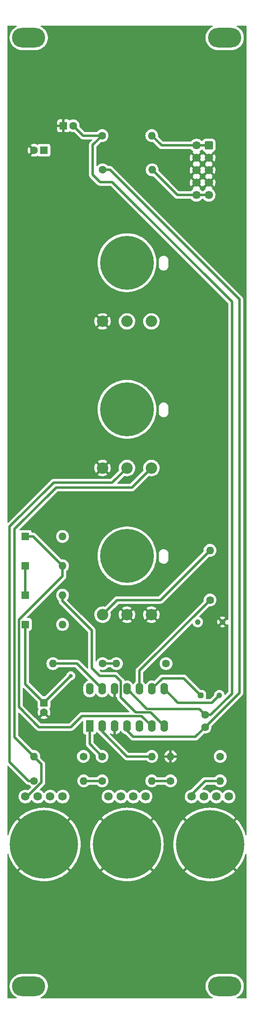
<source format=gbr>
%TF.GenerationSoftware,KiCad,Pcbnew,6.0.9-8da3e8f707~117~ubuntu22.04.1*%
%TF.CreationDate,2022-12-15T23:13:04+01:00*%
%TF.ProjectId,kosmo-sidechain,6b6f736d-6f2d-4736-9964-65636861696e,v1.0.0*%
%TF.SameCoordinates,Original*%
%TF.FileFunction,Copper,L2,Bot*%
%TF.FilePolarity,Positive*%
%FSLAX46Y46*%
G04 Gerber Fmt 4.6, Leading zero omitted, Abs format (unit mm)*
G04 Created by KiCad (PCBNEW 6.0.9-8da3e8f707~117~ubuntu22.04.1) date 2022-12-15 23:13:04*
%MOMM*%
%LPD*%
G01*
G04 APERTURE LIST*
G04 Aperture macros list*
%AMRoundRect*
0 Rectangle with rounded corners*
0 $1 Rounding radius*
0 $2 $3 $4 $5 $6 $7 $8 $9 X,Y pos of 4 corners*
0 Add a 4 corners polygon primitive as box body*
4,1,4,$2,$3,$4,$5,$6,$7,$8,$9,$2,$3,0*
0 Add four circle primitives for the rounded corners*
1,1,$1+$1,$2,$3*
1,1,$1+$1,$4,$5*
1,1,$1+$1,$6,$7*
1,1,$1+$1,$8,$9*
0 Add four rect primitives between the rounded corners*
20,1,$1+$1,$2,$3,$4,$5,0*
20,1,$1+$1,$4,$5,$6,$7,0*
20,1,$1+$1,$6,$7,$8,$9,0*
20,1,$1+$1,$8,$9,$2,$3,0*%
G04 Aperture macros list end*
%TA.AperFunction,ComponentPad*%
%ADD10R,1.600000X1.600000*%
%TD*%
%TA.AperFunction,ComponentPad*%
%ADD11C,1.600000*%
%TD*%
%TA.AperFunction,ComponentPad*%
%ADD12O,1.600000X1.600000*%
%TD*%
%TA.AperFunction,ComponentPad*%
%ADD13C,1.750000*%
%TD*%
%TA.AperFunction,ComponentPad*%
%ADD14C,14.000000*%
%TD*%
%TA.AperFunction,ComponentPad*%
%ADD15R,1.600000X2.400000*%
%TD*%
%TA.AperFunction,ComponentPad*%
%ADD16O,1.600000X2.400000*%
%TD*%
%TA.AperFunction,ComponentPad*%
%ADD17RoundRect,0.287500X0.287500X-0.287500X0.287500X0.287500X-0.287500X0.287500X-0.287500X-0.287500X0*%
%TD*%
%TA.AperFunction,ComponentPad*%
%ADD18C,1.150000*%
%TD*%
%TA.AperFunction,ComponentPad*%
%ADD19O,6.800000X4.000000*%
%TD*%
%TA.AperFunction,ComponentPad*%
%ADD20C,11.000000*%
%TD*%
%TA.AperFunction,ComponentPad*%
%ADD21C,2.340000*%
%TD*%
%TA.AperFunction,ComponentPad*%
%ADD22RoundRect,0.250000X0.600000X0.600000X-0.600000X0.600000X-0.600000X-0.600000X0.600000X-0.600000X0*%
%TD*%
%TA.AperFunction,ComponentPad*%
%ADD23C,1.700000*%
%TD*%
%TA.AperFunction,ViaPad*%
%ADD24C,0.800000*%
%TD*%
%TA.AperFunction,Conductor*%
%ADD25C,0.508000*%
%TD*%
G04 APERTURE END LIST*
D10*
%TO.P,C1,1*%
%TO.N,Net-(C1-Pad1)*%
X53000000Y-164000000D03*
D11*
%TO.P,C1,2*%
%TO.N,GND*%
X53000000Y-166000000D03*
%TD*%
D10*
%TO.P,D1,1,K*%
%TO.N,Net-(D1-Pad1)*%
X49190000Y-130000000D03*
D12*
%TO.P,D1,2,A*%
%TO.N,Net-(D1-Pad2)*%
X56810000Y-130000000D03*
%TD*%
D10*
%TO.P,D2,1,K*%
%TO.N,Net-(D2-Pad1)*%
X49190000Y-136000000D03*
D12*
%TO.P,D2,2,A*%
%TO.N,Net-(D1-Pad1)*%
X56810000Y-136000000D03*
%TD*%
D10*
%TO.P,D3,1,K*%
%TO.N,Net-(D2-Pad1)*%
X49190000Y-142000000D03*
D12*
%TO.P,D3,2,A*%
%TO.N,Net-(D3-Pad2)*%
X56810000Y-142000000D03*
%TD*%
D10*
%TO.P,D4,1,K*%
%TO.N,Net-(C1-Pad1)*%
X49190000Y-148000000D03*
D12*
%TO.P,D4,2,A*%
%TO.N,Net-(D2-Pad1)*%
X56810000Y-148000000D03*
%TD*%
D13*
%TO.P,J1,R*%
%TO.N,N/C*%
X54290000Y-183205000D03*
%TO.P,J1,RN*%
X56830000Y-183205000D03*
D14*
%TO.P,J1,S*%
%TO.N,GND*%
X53000000Y-193000000D03*
D13*
%TO.P,J1,T*%
%TO.N,KICK*%
X49210000Y-183205000D03*
%TO.P,J1,TN*%
%TO.N,N/C*%
X51750000Y-183205000D03*
%TD*%
%TO.P,J2,R*%
%TO.N,N/C*%
X71290000Y-183205000D03*
%TO.P,J2,RN*%
X73830000Y-183205000D03*
D14*
%TO.P,J2,S*%
%TO.N,GND*%
X70000000Y-193000000D03*
D13*
%TO.P,J2,T*%
%TO.N,Net-(J2-PadT)*%
X66210000Y-183205000D03*
%TO.P,J2,TN*%
%TO.N,N/C*%
X68750000Y-183205000D03*
%TD*%
%TO.P,J3,R*%
%TO.N,N/C*%
X88290000Y-183205000D03*
%TO.P,J3,RN*%
X90830000Y-183205000D03*
D14*
%TO.P,J3,S*%
%TO.N,GND*%
X87000000Y-193000000D03*
D13*
%TO.P,J3,T*%
%TO.N,Net-(J3-PadT)*%
X83210000Y-183205000D03*
%TO.P,J3,TN*%
%TO.N,N/C*%
X85750000Y-183205000D03*
%TD*%
D11*
%TO.P,R1,1*%
%TO.N,Net-(R1-Pad1)*%
X61080000Y-175000000D03*
D12*
%TO.P,R1,2*%
%TO.N,KICK*%
X50920000Y-175000000D03*
%TD*%
D11*
%TO.P,R2,1*%
%TO.N,Net-(R2-Pad1)*%
X64920000Y-175000000D03*
D12*
%TO.P,R2,2*%
%TO.N,Net-(R1-Pad1)*%
X75080000Y-175000000D03*
%TD*%
D11*
%TO.P,R3,1*%
%TO.N,Net-(R3-Pad1)*%
X51000000Y-180000000D03*
D12*
%TO.P,R3,2*%
%TO.N,Net-(R3-Pad2)*%
X61160000Y-180000000D03*
%TD*%
D11*
%TO.P,R4,1*%
%TO.N,Net-(J2-PadT)*%
X78000000Y-156000000D03*
D12*
%TO.P,R4,2*%
%TO.N,Net-(R4-Pad2)*%
X67840000Y-156000000D03*
%TD*%
D11*
%TO.P,R5,1*%
%TO.N,Net-(C1-Pad1)*%
X87000000Y-143000000D03*
D12*
%TO.P,R5,2*%
%TO.N,Net-(R5-Pad2)*%
X87000000Y-132840000D03*
%TD*%
D11*
%TO.P,R6,1*%
%TO.N,Net-(R4-Pad2)*%
X65000000Y-156000000D03*
D12*
%TO.P,R6,2*%
%TO.N,Net-(R3-Pad2)*%
X54840000Y-156000000D03*
%TD*%
D11*
%TO.P,R7,1*%
%TO.N,Net-(R7-Pad1)*%
X89080000Y-175000000D03*
D12*
%TO.P,R7,2*%
%TO.N,GND*%
X78920000Y-175000000D03*
%TD*%
D11*
%TO.P,R8,1*%
%TO.N,Net-(R3-Pad2)*%
X64920000Y-180000000D03*
D12*
%TO.P,R8,2*%
%TO.N,Net-(R8-Pad2)*%
X75080000Y-180000000D03*
%TD*%
D11*
%TO.P,R9,1*%
%TO.N,Net-(R8-Pad2)*%
X78920000Y-180000000D03*
D12*
%TO.P,R9,2*%
%TO.N,Net-(J3-PadT)*%
X89080000Y-180000000D03*
%TD*%
D15*
%TO.P,U1,1*%
%TO.N,Net-(R2-Pad1)*%
X62375000Y-168800000D03*
D16*
%TO.P,U1,2,-*%
%TO.N,Net-(R1-Pad1)*%
X64915000Y-168800000D03*
%TO.P,U1,3,+*%
%TO.N,GND*%
X67455000Y-168800000D03*
%TO.P,U1,4,V+*%
%TO.N,+12V*%
X69995000Y-168800000D03*
%TO.P,U1,5,+*%
%TO.N,GND*%
X72535000Y-168800000D03*
%TO.P,U1,6,-*%
%TO.N,Net-(D1-Pad1)*%
X75075000Y-168800000D03*
%TO.P,U1,7*%
%TO.N,Net-(D3-Pad2)*%
X77615000Y-168800000D03*
%TO.P,U1,8*%
%TO.N,Net-(U1-Pad8)*%
X77615000Y-161180000D03*
%TO.P,U1,9,-*%
%TO.N,Net-(R7-Pad1)*%
X75075000Y-161180000D03*
%TO.P,U1,10,+*%
%TO.N,Net-(C1-Pad1)*%
X72535000Y-161180000D03*
%TO.P,U1,11,V-*%
%TO.N,-12V*%
X69995000Y-161180000D03*
%TO.P,U1,12,+*%
%TO.N,GND*%
X67455000Y-161180000D03*
%TO.P,U1,13,-*%
%TO.N,Net-(R3-Pad2)*%
X64915000Y-161180000D03*
%TO.P,U1,14*%
%TO.N,Net-(R8-Pad2)*%
X62375000Y-161180000D03*
%TD*%
D17*
%TO.P,U2,1,-*%
%TO.N,Net-(R7-Pad1)*%
X85100000Y-162500000D03*
D18*
%TO.P,U2,2,+*%
%TO.N,Net-(U1-Pad8)*%
X88900000Y-162500000D03*
%TO.P,U2,3*%
%TO.N,Net-(R4-Pad2)*%
X84460000Y-147500000D03*
%TO.P,U2,4*%
%TO.N,GND*%
X89540000Y-147500000D03*
%TD*%
D10*
%TO.P,C2,1*%
%TO.N,+12V*%
X53000000Y-51000000D03*
D11*
%TO.P,C2,2*%
%TO.N,GND*%
X51000000Y-51000000D03*
%TD*%
D10*
%TO.P,C3,1*%
%TO.N,GND*%
X57000000Y-46000000D03*
D11*
%TO.P,C3,2*%
%TO.N,-12V*%
X59000000Y-46000000D03*
%TD*%
%TO.P,C4,1*%
%TO.N,+12V*%
X86000000Y-169000000D03*
%TO.P,C4,2*%
%TO.N,-12V*%
X86000000Y-166500000D03*
%TD*%
%TO.P,R10,1*%
%TO.N,+12V*%
X65000000Y-55000000D03*
D12*
%TO.P,R10,2*%
%TO.N,Net-(J4-Pad10)*%
X75160000Y-55000000D03*
%TD*%
D11*
%TO.P,R11,1*%
%TO.N,-12V*%
X64920000Y-48000000D03*
D12*
%TO.P,R11,2*%
%TO.N,Net-(J4-Pad1)*%
X75080000Y-48000000D03*
%TD*%
D19*
%TO.P,REF\u002A\u002A,1*%
%TO.N,N/C*%
X90000000Y-28000000D03*
X90000000Y-222000000D03*
%TD*%
%TO.P,REF\u002A\u002A,1*%
%TO.N,N/C*%
X49900000Y-222000000D03*
X49900000Y-28000000D03*
%TD*%
D20*
%TO.P,RV1,*%
%TO.N,*%
X70000000Y-104000000D03*
D21*
%TO.P,RV1,1,1*%
%TO.N,GND*%
X65000000Y-116000000D03*
%TO.P,RV1,2,2*%
%TO.N,Net-(R3-Pad1)*%
X70000000Y-116000000D03*
%TO.P,RV1,3,3*%
%TO.N,KICK*%
X75000000Y-116000000D03*
%TD*%
D20*
%TO.P,RV2,*%
%TO.N,*%
X70000000Y-74000000D03*
D21*
%TO.P,RV2,1,1*%
%TO.N,GND*%
X65000000Y-86000000D03*
%TO.P,RV2,2,2*%
%TO.N,Net-(D1-Pad2)*%
X70000000Y-86000000D03*
%TO.P,RV2,3,3*%
%TO.N,Net-(R2-Pad1)*%
X75000000Y-86000000D03*
%TD*%
D20*
%TO.P,RV3,*%
%TO.N,*%
X70000000Y-134000000D03*
D21*
%TO.P,RV3,1,1*%
%TO.N,Net-(R5-Pad2)*%
X65000000Y-146000000D03*
%TO.P,RV3,2,2*%
%TO.N,GND*%
X70000000Y-146000000D03*
%TO.P,RV3,3,3*%
X75000000Y-146000000D03*
%TD*%
D22*
%TO.P,J4,1,Pin_1*%
%TO.N,Net-(J4-Pad1)*%
X86752500Y-50000000D03*
D23*
%TO.P,J4,2,Pin_2*%
X84212500Y-50000000D03*
%TO.P,J4,3,Pin_3*%
%TO.N,GND*%
X86752500Y-52540000D03*
%TO.P,J4,4,Pin_4*%
X84212500Y-52540000D03*
%TO.P,J4,5,Pin_5*%
X86752500Y-55080000D03*
%TO.P,J4,6,Pin_6*%
X84212500Y-55080000D03*
%TO.P,J4,7,Pin_7*%
X86752500Y-57620000D03*
%TO.P,J4,8,Pin_8*%
X84212500Y-57620000D03*
%TO.P,J4,9,Pin_9*%
%TO.N,Net-(J4-Pad10)*%
X86752500Y-60160000D03*
%TO.P,J4,10,Pin_10*%
X84212500Y-60160000D03*
%TD*%
D24*
%TO.N,Net-(C1-Pad1)*%
X58500000Y-158500000D03*
%TD*%
D25*
%TO.N,Net-(R5-Pad2)*%
X87000000Y-132840000D02*
X76840000Y-143000000D01*
X76840000Y-143000000D02*
X68000000Y-143000000D01*
X68000000Y-143000000D02*
X65000000Y-146000000D01*
%TO.N,Net-(C1-Pad1)*%
X49190000Y-160190000D02*
X49190000Y-148000000D01*
X58500000Y-158500000D02*
X53000000Y-164000000D01*
X53000000Y-164000000D02*
X49190000Y-160190000D01*
X72535000Y-157465000D02*
X72535000Y-161180000D01*
X87000000Y-143000000D02*
X72535000Y-157465000D01*
%TO.N,Net-(D2-Pad1)*%
X49190000Y-142000000D02*
X49190000Y-136000000D01*
%TO.N,Net-(D1-Pad1)*%
X52000000Y-169000000D02*
X58500000Y-169000000D01*
X47916000Y-147020000D02*
X47916000Y-164916000D01*
X56810000Y-138126000D02*
X47916000Y-147020000D01*
X50810000Y-130000000D02*
X56810000Y-136000000D01*
X72340312Y-166700000D02*
X72348313Y-166708000D01*
X60800000Y-166700000D02*
X72340312Y-166700000D01*
X49190000Y-130000000D02*
X50810000Y-130000000D01*
X72983000Y-166708000D02*
X75075000Y-168800000D01*
X56810000Y-136000000D02*
X56810000Y-138126000D01*
X72348313Y-166708000D02*
X72983000Y-166708000D01*
X47916000Y-164916000D02*
X52000000Y-169000000D01*
X58500000Y-169000000D02*
X60800000Y-166700000D01*
%TO.N,Net-(J3-PadT)*%
X86000000Y-180000000D02*
X89080000Y-180000000D01*
X83210000Y-183205000D02*
X83210000Y-182790000D01*
X83210000Y-182790000D02*
X86000000Y-180000000D01*
%TO.N,Net-(R1-Pad1)*%
X70000000Y-175000000D02*
X75080000Y-175000000D01*
X64915000Y-168800000D02*
X64915000Y-169915000D01*
X64915000Y-169915000D02*
X70000000Y-175000000D01*
%TO.N,Net-(R2-Pad1)*%
X62375000Y-172455000D02*
X64920000Y-175000000D01*
X62375000Y-168800000D02*
X62375000Y-172455000D01*
%TO.N,Net-(R3-Pad2)*%
X59735000Y-156000000D02*
X54840000Y-156000000D01*
X64915000Y-161180000D02*
X59735000Y-156000000D01*
X61160000Y-180000000D02*
X64920000Y-180000000D01*
%TO.N,Net-(R3-Pad1)*%
X46000000Y-176131370D02*
X46000000Y-128000000D01*
X49868630Y-180000000D02*
X46000000Y-176131370D01*
X55000000Y-119000000D02*
X67000000Y-119000000D01*
X46000000Y-128000000D02*
X55000000Y-119000000D01*
X67000000Y-119000000D02*
X70000000Y-116000000D01*
X51000000Y-180000000D02*
X49868630Y-180000000D01*
%TO.N,Net-(R4-Pad2)*%
X65000000Y-156000000D02*
X67840000Y-156000000D01*
%TO.N,Net-(R7-Pad1)*%
X77255000Y-159000000D02*
X75075000Y-161180000D01*
X85100000Y-162500000D02*
X81600000Y-159000000D01*
X81600000Y-159000000D02*
X77255000Y-159000000D01*
%TO.N,Net-(R8-Pad2)*%
X78920000Y-180000000D02*
X75080000Y-180000000D01*
%TO.N,Net-(U1-Pad8)*%
X87400000Y-164000000D02*
X80435000Y-164000000D01*
X80435000Y-164000000D02*
X77615000Y-161180000D01*
X88900000Y-162500000D02*
X87400000Y-164000000D01*
%TO.N,+12V*%
X71300000Y-171000000D02*
X84000000Y-171000000D01*
X84000000Y-171000000D02*
X86000000Y-169000000D01*
X69995000Y-169695000D02*
X71300000Y-171000000D01*
X93000000Y-81500000D02*
X93000000Y-162000000D01*
X93000000Y-162000000D02*
X86000000Y-169000000D01*
X65000000Y-55000000D02*
X66500000Y-55000000D01*
X66500000Y-55000000D02*
X93000000Y-81500000D01*
X69995000Y-168800000D02*
X69995000Y-169695000D01*
%TO.N,-12V*%
X63000000Y-56000000D02*
X63000000Y-49920000D01*
X64920000Y-48000000D02*
X61000000Y-48000000D01*
X64500000Y-57500000D02*
X63000000Y-56000000D01*
X91500000Y-82000000D02*
X67000000Y-57500000D01*
X84792000Y-165292000D02*
X74107000Y-165292000D01*
X67000000Y-57500000D02*
X64500000Y-57500000D01*
X61000000Y-48000000D02*
X59000000Y-46000000D01*
X86000000Y-166500000D02*
X87131370Y-166500000D01*
X63000000Y-49920000D02*
X64920000Y-48000000D01*
X91500000Y-162131370D02*
X91500000Y-82000000D01*
X86000000Y-166500000D02*
X84792000Y-165292000D01*
X87131370Y-166500000D02*
X91500000Y-162131370D01*
X74107000Y-165292000D02*
X69995000Y-161180000D01*
%TO.N,Net-(J4-Pad10)*%
X80320000Y-60160000D02*
X75160000Y-55000000D01*
X86752500Y-60160000D02*
X84212500Y-60160000D01*
X84212500Y-60160000D02*
X80320000Y-60160000D01*
%TO.N,Net-(J4-Pad1)*%
X86752500Y-50000000D02*
X84212500Y-50000000D01*
X84212500Y-50000000D02*
X77080000Y-50000000D01*
X77080000Y-50000000D02*
X75080000Y-48000000D01*
%TO.N,Net-(D3-Pad2)*%
X72633575Y-165992000D02*
X72641575Y-166000000D01*
X71792000Y-165992000D02*
X72633575Y-165992000D01*
X56810000Y-142000000D02*
X56810000Y-143210000D01*
X74815000Y-166000000D02*
X77615000Y-168800000D01*
X64400000Y-158500000D02*
X67600000Y-158500000D01*
X68741000Y-159641000D02*
X68741000Y-162941000D01*
X72641575Y-166000000D02*
X74815000Y-166000000D01*
X62800000Y-156900000D02*
X64400000Y-158500000D01*
X67600000Y-158500000D02*
X68741000Y-159641000D01*
X56810000Y-143210000D02*
X62800000Y-149200000D01*
X62800000Y-149200000D02*
X62800000Y-156900000D01*
X68741000Y-162941000D02*
X71792000Y-165992000D01*
%TO.N,KICK*%
X49568424Y-183205000D02*
X52500000Y-180273424D01*
X55500000Y-120000000D02*
X71000000Y-120000000D01*
X52500000Y-180273424D02*
X52500000Y-176580000D01*
X49210000Y-183205000D02*
X49568424Y-183205000D01*
X47000000Y-128500000D02*
X55500000Y-120000000D01*
X47000000Y-171080000D02*
X47000000Y-128500000D01*
X52500000Y-176580000D02*
X50920000Y-175000000D01*
X50920000Y-175000000D02*
X47000000Y-171080000D01*
X71000000Y-120000000D02*
X75000000Y-116000000D01*
%TD*%
%TA.AperFunction,Conductor*%
%TO.N,GND*%
G36*
X47407586Y-25528502D02*
G01*
X47454079Y-25582158D01*
X47464183Y-25652432D01*
X47434689Y-25717012D01*
X47393113Y-25748508D01*
X47289131Y-25797438D01*
X47022625Y-25966568D01*
X46779418Y-26167767D01*
X46563346Y-26397860D01*
X46377816Y-26653221D01*
X46225753Y-26929821D01*
X46109557Y-27223298D01*
X46031060Y-27529025D01*
X45991500Y-27842179D01*
X45991500Y-28157821D01*
X46031060Y-28470975D01*
X46109557Y-28776702D01*
X46225753Y-29070179D01*
X46377816Y-29346779D01*
X46563346Y-29602140D01*
X46779418Y-29832233D01*
X47022625Y-30033432D01*
X47289131Y-30202562D01*
X47292710Y-30204246D01*
X47292717Y-30204250D01*
X47571144Y-30335267D01*
X47571148Y-30335269D01*
X47574734Y-30336956D01*
X47874928Y-30434495D01*
X48184980Y-30493641D01*
X48421162Y-30508500D01*
X51378838Y-30508500D01*
X51615020Y-30493641D01*
X51925072Y-30434495D01*
X52225266Y-30336956D01*
X52228852Y-30335269D01*
X52228856Y-30335267D01*
X52507283Y-30204250D01*
X52507290Y-30204246D01*
X52510869Y-30202562D01*
X52777375Y-30033432D01*
X53020582Y-29832233D01*
X53236654Y-29602140D01*
X53422184Y-29346779D01*
X53574247Y-29070179D01*
X53690443Y-28776702D01*
X53768940Y-28470975D01*
X53808500Y-28157821D01*
X53808500Y-27842179D01*
X53768940Y-27529025D01*
X53690443Y-27223298D01*
X53574247Y-26929821D01*
X53422184Y-26653221D01*
X53236654Y-26397860D01*
X53020582Y-26167767D01*
X52777375Y-25966568D01*
X52510869Y-25797438D01*
X52406887Y-25748508D01*
X52353766Y-25701406D01*
X52334543Y-25633061D01*
X52355322Y-25565173D01*
X52409505Y-25519296D01*
X52460535Y-25508500D01*
X87439465Y-25508500D01*
X87507586Y-25528502D01*
X87554079Y-25582158D01*
X87564183Y-25652432D01*
X87534689Y-25717012D01*
X87493113Y-25748508D01*
X87389131Y-25797438D01*
X87122625Y-25966568D01*
X86879418Y-26167767D01*
X86663346Y-26397860D01*
X86477816Y-26653221D01*
X86325753Y-26929821D01*
X86209557Y-27223298D01*
X86131060Y-27529025D01*
X86091500Y-27842179D01*
X86091500Y-28157821D01*
X86131060Y-28470975D01*
X86209557Y-28776702D01*
X86325753Y-29070179D01*
X86477816Y-29346779D01*
X86663346Y-29602140D01*
X86879418Y-29832233D01*
X87122625Y-30033432D01*
X87389131Y-30202562D01*
X87392710Y-30204246D01*
X87392717Y-30204250D01*
X87671144Y-30335267D01*
X87671148Y-30335269D01*
X87674734Y-30336956D01*
X87974928Y-30434495D01*
X88284980Y-30493641D01*
X88521162Y-30508500D01*
X91478838Y-30508500D01*
X91715020Y-30493641D01*
X92025072Y-30434495D01*
X92325266Y-30336956D01*
X92328852Y-30335269D01*
X92328856Y-30335267D01*
X92607283Y-30204250D01*
X92607290Y-30204246D01*
X92610869Y-30202562D01*
X92877375Y-30033432D01*
X93120582Y-29832233D01*
X93336654Y-29602140D01*
X93522184Y-29346779D01*
X93674247Y-29070179D01*
X93790443Y-28776702D01*
X93868940Y-28470975D01*
X93908500Y-28157821D01*
X93908500Y-27842179D01*
X93868940Y-27529025D01*
X93790443Y-27223298D01*
X93674247Y-26929821D01*
X93522184Y-26653221D01*
X93336654Y-26397860D01*
X93120582Y-26167767D01*
X92877375Y-25966568D01*
X92610869Y-25797438D01*
X92506887Y-25748508D01*
X92453766Y-25701406D01*
X92434543Y-25633061D01*
X92455322Y-25565173D01*
X92509505Y-25519296D01*
X92560535Y-25508500D01*
X94365500Y-25508500D01*
X94433621Y-25528502D01*
X94480114Y-25582158D01*
X94491500Y-25634500D01*
X94491500Y-190988625D01*
X94471498Y-191056746D01*
X94417842Y-191103239D01*
X94347568Y-191113343D01*
X94282988Y-191083849D01*
X94243431Y-191019853D01*
X94207892Y-190880933D01*
X94206630Y-190876645D01*
X94037938Y-190371015D01*
X94036370Y-190366818D01*
X93831966Y-189874558D01*
X93830088Y-189870456D01*
X93591023Y-189394094D01*
X93588855Y-189390133D01*
X93316347Y-188932090D01*
X93313891Y-188928279D01*
X93009331Y-188490890D01*
X93006624Y-188487284D01*
X92671552Y-188072765D01*
X92668609Y-188069380D01*
X92498034Y-187886780D01*
X92484361Y-187878698D01*
X92483667Y-187878724D01*
X92475320Y-187883890D01*
X87372022Y-192987188D01*
X87364408Y-193001132D01*
X87364539Y-193002965D01*
X87368790Y-193009580D01*
X92473389Y-198114179D01*
X92487333Y-198121793D01*
X92487556Y-198121778D01*
X92496338Y-198115831D01*
X92736905Y-197850987D01*
X92739793Y-197847570D01*
X93069044Y-197428414D01*
X93071701Y-197424771D01*
X93370130Y-196983164D01*
X93372526Y-196979329D01*
X93638617Y-196517514D01*
X93640726Y-196513531D01*
X93873116Y-196033878D01*
X93874941Y-196029741D01*
X94072446Y-195534690D01*
X94073961Y-195530460D01*
X94235567Y-195022549D01*
X94236781Y-195018203D01*
X94243007Y-194992369D01*
X94278413Y-194930831D01*
X94341468Y-194898203D01*
X94412153Y-194904845D01*
X94468026Y-194948648D01*
X94491500Y-195021890D01*
X94491500Y-224365500D01*
X94471498Y-224433621D01*
X94417842Y-224480114D01*
X94365500Y-224491500D01*
X92560535Y-224491500D01*
X92492414Y-224471498D01*
X92445921Y-224417842D01*
X92435817Y-224347568D01*
X92465311Y-224282988D01*
X92506887Y-224251492D01*
X92610869Y-224202562D01*
X92877375Y-224033432D01*
X93120582Y-223832233D01*
X93336654Y-223602140D01*
X93522184Y-223346779D01*
X93674247Y-223070179D01*
X93790443Y-222776702D01*
X93868940Y-222470975D01*
X93908500Y-222157821D01*
X93908500Y-221842179D01*
X93868940Y-221529025D01*
X93790443Y-221223298D01*
X93674247Y-220929821D01*
X93522184Y-220653221D01*
X93336654Y-220397860D01*
X93120582Y-220167767D01*
X92877375Y-219966568D01*
X92610869Y-219797438D01*
X92607290Y-219795754D01*
X92607283Y-219795750D01*
X92328856Y-219664733D01*
X92328852Y-219664731D01*
X92325266Y-219663044D01*
X92025072Y-219565505D01*
X91715020Y-219506359D01*
X91478838Y-219491500D01*
X88521162Y-219491500D01*
X88284980Y-219506359D01*
X87974928Y-219565505D01*
X87674734Y-219663044D01*
X87671148Y-219664731D01*
X87671144Y-219664733D01*
X87392717Y-219795750D01*
X87392710Y-219795754D01*
X87389131Y-219797438D01*
X87122625Y-219966568D01*
X86879418Y-220167767D01*
X86663346Y-220397860D01*
X86477816Y-220653221D01*
X86325753Y-220929821D01*
X86209557Y-221223298D01*
X86131060Y-221529025D01*
X86091500Y-221842179D01*
X86091500Y-222157821D01*
X86131060Y-222470975D01*
X86209557Y-222776702D01*
X86325753Y-223070179D01*
X86477816Y-223346779D01*
X86663346Y-223602140D01*
X86879418Y-223832233D01*
X87122625Y-224033432D01*
X87389131Y-224202562D01*
X87493113Y-224251492D01*
X87546234Y-224298594D01*
X87565457Y-224366939D01*
X87544678Y-224434827D01*
X87490495Y-224480704D01*
X87439465Y-224491500D01*
X52460535Y-224491500D01*
X52392414Y-224471498D01*
X52345921Y-224417842D01*
X52335817Y-224347568D01*
X52365311Y-224282988D01*
X52406887Y-224251492D01*
X52510869Y-224202562D01*
X52777375Y-224033432D01*
X53020582Y-223832233D01*
X53236654Y-223602140D01*
X53422184Y-223346779D01*
X53574247Y-223070179D01*
X53690443Y-222776702D01*
X53768940Y-222470975D01*
X53808500Y-222157821D01*
X53808500Y-221842179D01*
X53768940Y-221529025D01*
X53690443Y-221223298D01*
X53574247Y-220929821D01*
X53422184Y-220653221D01*
X53236654Y-220397860D01*
X53020582Y-220167767D01*
X52777375Y-219966568D01*
X52510869Y-219797438D01*
X52507290Y-219795754D01*
X52507283Y-219795750D01*
X52228856Y-219664733D01*
X52228852Y-219664731D01*
X52225266Y-219663044D01*
X51925072Y-219565505D01*
X51615020Y-219506359D01*
X51378838Y-219491500D01*
X48421162Y-219491500D01*
X48184980Y-219506359D01*
X47874928Y-219565505D01*
X47574734Y-219663044D01*
X47571148Y-219664731D01*
X47571144Y-219664733D01*
X47292717Y-219795750D01*
X47292710Y-219795754D01*
X47289131Y-219797438D01*
X47022625Y-219966568D01*
X46779418Y-220167767D01*
X46563346Y-220397860D01*
X46377816Y-220653221D01*
X46225753Y-220929821D01*
X46109557Y-221223298D01*
X46031060Y-221529025D01*
X45991500Y-221842179D01*
X45991500Y-222157821D01*
X46031060Y-222470975D01*
X46109557Y-222776702D01*
X46225753Y-223070179D01*
X46377816Y-223346779D01*
X46563346Y-223602140D01*
X46779418Y-223832233D01*
X47022625Y-224033432D01*
X47289131Y-224202562D01*
X47393113Y-224251492D01*
X47446234Y-224298594D01*
X47465457Y-224366939D01*
X47444678Y-224434827D01*
X47390495Y-224480704D01*
X47339465Y-224491500D01*
X45634500Y-224491500D01*
X45566379Y-224471498D01*
X45519886Y-224417842D01*
X45508500Y-224365500D01*
X45508500Y-198487102D01*
X47878438Y-198487102D01*
X47878462Y-198487441D01*
X47884285Y-198496073D01*
X48128991Y-198719913D01*
X48132445Y-198722852D01*
X48550430Y-199053550D01*
X48554067Y-199056222D01*
X48994618Y-199356182D01*
X48998446Y-199358593D01*
X49459337Y-199626300D01*
X49463309Y-199628421D01*
X49942148Y-199862483D01*
X49946284Y-199864325D01*
X50440627Y-200063551D01*
X50444871Y-200065087D01*
X50952218Y-200228467D01*
X50956539Y-200229689D01*
X51474254Y-200356374D01*
X51478695Y-200357294D01*
X52004141Y-200446637D01*
X52008595Y-200447232D01*
X52539106Y-200498782D01*
X52543579Y-200499056D01*
X53076427Y-200512543D01*
X53080930Y-200512496D01*
X53613352Y-200487853D01*
X53617836Y-200487485D01*
X54147152Y-200424836D01*
X54151591Y-200424149D01*
X54675087Y-200323814D01*
X54679446Y-200322815D01*
X55194414Y-200185311D01*
X55198727Y-200183992D01*
X55702525Y-200010028D01*
X55706740Y-200008402D01*
X56196805Y-199798866D01*
X56200892Y-199796943D01*
X56674731Y-199552900D01*
X56678658Y-199550696D01*
X57133828Y-199273404D01*
X57137624Y-199270901D01*
X57571786Y-198961788D01*
X57575372Y-198959036D01*
X57986362Y-198619640D01*
X57989705Y-198616672D01*
X58113630Y-198498453D01*
X58120179Y-198487102D01*
X64878438Y-198487102D01*
X64878462Y-198487441D01*
X64884285Y-198496073D01*
X65128991Y-198719913D01*
X65132445Y-198722852D01*
X65550430Y-199053550D01*
X65554067Y-199056222D01*
X65994618Y-199356182D01*
X65998446Y-199358593D01*
X66459337Y-199626300D01*
X66463309Y-199628421D01*
X66942148Y-199862483D01*
X66946284Y-199864325D01*
X67440627Y-200063551D01*
X67444871Y-200065087D01*
X67952218Y-200228467D01*
X67956539Y-200229689D01*
X68474254Y-200356374D01*
X68478695Y-200357294D01*
X69004141Y-200446637D01*
X69008595Y-200447232D01*
X69539106Y-200498782D01*
X69543579Y-200499056D01*
X70076427Y-200512543D01*
X70080930Y-200512496D01*
X70613352Y-200487853D01*
X70617836Y-200487485D01*
X71147152Y-200424836D01*
X71151591Y-200424149D01*
X71675087Y-200323814D01*
X71679446Y-200322815D01*
X72194414Y-200185311D01*
X72198727Y-200183992D01*
X72702525Y-200010028D01*
X72706740Y-200008402D01*
X73196805Y-199798866D01*
X73200892Y-199796943D01*
X73674731Y-199552900D01*
X73678658Y-199550696D01*
X74133828Y-199273404D01*
X74137624Y-199270901D01*
X74571786Y-198961788D01*
X74575372Y-198959036D01*
X74986362Y-198619640D01*
X74989705Y-198616672D01*
X75113630Y-198498453D01*
X75120179Y-198487102D01*
X81878438Y-198487102D01*
X81878462Y-198487441D01*
X81884285Y-198496073D01*
X82128991Y-198719913D01*
X82132445Y-198722852D01*
X82550430Y-199053550D01*
X82554067Y-199056222D01*
X82994618Y-199356182D01*
X82998446Y-199358593D01*
X83459337Y-199626300D01*
X83463309Y-199628421D01*
X83942148Y-199862483D01*
X83946284Y-199864325D01*
X84440627Y-200063551D01*
X84444871Y-200065087D01*
X84952218Y-200228467D01*
X84956539Y-200229689D01*
X85474254Y-200356374D01*
X85478695Y-200357294D01*
X86004141Y-200446637D01*
X86008595Y-200447232D01*
X86539106Y-200498782D01*
X86543579Y-200499056D01*
X87076427Y-200512543D01*
X87080930Y-200512496D01*
X87613352Y-200487853D01*
X87617836Y-200487485D01*
X88147152Y-200424836D01*
X88151591Y-200424149D01*
X88675087Y-200323814D01*
X88679446Y-200322815D01*
X89194414Y-200185311D01*
X89198727Y-200183992D01*
X89702525Y-200010028D01*
X89706740Y-200008402D01*
X90196805Y-199798866D01*
X90200892Y-199796943D01*
X90674731Y-199552900D01*
X90678658Y-199550696D01*
X91133828Y-199273404D01*
X91137624Y-199270901D01*
X91571786Y-198961788D01*
X91575372Y-198959036D01*
X91986362Y-198619640D01*
X91989705Y-198616672D01*
X92113630Y-198498453D01*
X92121568Y-198484695D01*
X92121518Y-198483649D01*
X92116625Y-198475835D01*
X87012812Y-193372022D01*
X86998868Y-193364408D01*
X86997035Y-193364539D01*
X86990420Y-193368790D01*
X81886052Y-198473158D01*
X81878438Y-198487102D01*
X75120179Y-198487102D01*
X75121568Y-198484695D01*
X75121518Y-198483649D01*
X75116625Y-198475835D01*
X70012812Y-193372022D01*
X69998868Y-193364408D01*
X69997035Y-193364539D01*
X69990420Y-193368790D01*
X64886052Y-198473158D01*
X64878438Y-198487102D01*
X58120179Y-198487102D01*
X58121568Y-198484695D01*
X58121518Y-198483649D01*
X58116625Y-198475835D01*
X53012812Y-193372022D01*
X52998868Y-193364408D01*
X52997035Y-193364539D01*
X52990420Y-193368790D01*
X47886052Y-198473158D01*
X47878438Y-198487102D01*
X45508500Y-198487102D01*
X45508500Y-195008732D01*
X45528502Y-194940611D01*
X45582158Y-194894118D01*
X45652432Y-194884014D01*
X45717012Y-194913508D01*
X45756348Y-194976652D01*
X45807070Y-195169308D01*
X45808381Y-195173648D01*
X45980581Y-195678039D01*
X45982188Y-195682249D01*
X46190028Y-196173079D01*
X46191917Y-196177129D01*
X46434314Y-196651836D01*
X46436507Y-196655776D01*
X46712217Y-197111925D01*
X46714678Y-197115685D01*
X47022290Y-197550947D01*
X47025036Y-197554552D01*
X47362987Y-197966712D01*
X47365944Y-197970066D01*
X47501751Y-198113428D01*
X47515482Y-198121415D01*
X47516410Y-198121374D01*
X47524399Y-198116391D01*
X52627978Y-193012812D01*
X52634356Y-193001132D01*
X53364408Y-193001132D01*
X53364539Y-193002965D01*
X53368790Y-193009580D01*
X58473389Y-198114179D01*
X58487333Y-198121793D01*
X58487556Y-198121778D01*
X58496338Y-198115831D01*
X58736905Y-197850987D01*
X58739793Y-197847570D01*
X59069044Y-197428414D01*
X59071701Y-197424771D01*
X59370130Y-196983164D01*
X59372526Y-196979329D01*
X59638617Y-196517514D01*
X59640726Y-196513531D01*
X59873116Y-196033878D01*
X59874941Y-196029741D01*
X60072446Y-195534690D01*
X60073961Y-195530460D01*
X60235567Y-195022549D01*
X60236781Y-195018202D01*
X60361661Y-194500034D01*
X60362555Y-194495638D01*
X60450064Y-193969885D01*
X60450649Y-193965380D01*
X60500363Y-193434517D01*
X60500613Y-193430439D01*
X60511566Y-193050201D01*
X62487236Y-193050201D01*
X62487267Y-193054699D01*
X62510052Y-193587215D01*
X62510404Y-193591696D01*
X62571206Y-194121240D01*
X62571874Y-194125659D01*
X62670381Y-194649497D01*
X62671370Y-194653884D01*
X62807070Y-195169308D01*
X62808381Y-195173648D01*
X62980581Y-195678039D01*
X62982188Y-195682249D01*
X63190028Y-196173079D01*
X63191917Y-196177129D01*
X63434314Y-196651836D01*
X63436507Y-196655776D01*
X63712217Y-197111925D01*
X63714678Y-197115685D01*
X64022290Y-197550947D01*
X64025036Y-197554552D01*
X64362987Y-197966712D01*
X64365944Y-197970066D01*
X64501751Y-198113428D01*
X64515482Y-198121415D01*
X64516410Y-198121374D01*
X64524399Y-198116391D01*
X69627978Y-193012812D01*
X69634356Y-193001132D01*
X70364408Y-193001132D01*
X70364539Y-193002965D01*
X70368790Y-193009580D01*
X75473389Y-198114179D01*
X75487333Y-198121793D01*
X75487556Y-198121778D01*
X75496338Y-198115831D01*
X75736905Y-197850987D01*
X75739793Y-197847570D01*
X76069044Y-197428414D01*
X76071701Y-197424771D01*
X76370130Y-196983164D01*
X76372526Y-196979329D01*
X76638617Y-196517514D01*
X76640726Y-196513531D01*
X76873116Y-196033878D01*
X76874941Y-196029741D01*
X77072446Y-195534690D01*
X77073961Y-195530460D01*
X77235567Y-195022549D01*
X77236781Y-195018202D01*
X77361661Y-194500034D01*
X77362555Y-194495638D01*
X77450064Y-193969885D01*
X77450649Y-193965380D01*
X77500363Y-193434517D01*
X77500613Y-193430439D01*
X77511566Y-193050201D01*
X79487236Y-193050201D01*
X79487267Y-193054699D01*
X79510052Y-193587215D01*
X79510404Y-193591696D01*
X79571206Y-194121240D01*
X79571874Y-194125659D01*
X79670381Y-194649497D01*
X79671370Y-194653884D01*
X79807070Y-195169308D01*
X79808381Y-195173648D01*
X79980581Y-195678039D01*
X79982188Y-195682249D01*
X80190028Y-196173079D01*
X80191917Y-196177129D01*
X80434314Y-196651836D01*
X80436507Y-196655776D01*
X80712217Y-197111925D01*
X80714678Y-197115685D01*
X81022290Y-197550947D01*
X81025036Y-197554552D01*
X81362987Y-197966712D01*
X81365944Y-197970066D01*
X81501751Y-198113428D01*
X81515482Y-198121415D01*
X81516410Y-198121374D01*
X81524399Y-198116391D01*
X86627978Y-193012812D01*
X86635592Y-192998868D01*
X86635461Y-192997035D01*
X86631210Y-192990420D01*
X81527007Y-187886217D01*
X81513063Y-187878603D01*
X81512606Y-187878635D01*
X81504130Y-187884332D01*
X81297104Y-188109077D01*
X81294190Y-188112477D01*
X80962015Y-188529331D01*
X80959344Y-188532941D01*
X80657831Y-188972465D01*
X80655409Y-188976283D01*
X80386107Y-189436216D01*
X80383964Y-189440196D01*
X80148233Y-189918211D01*
X80146376Y-189922343D01*
X79945427Y-190415984D01*
X79943874Y-190420230D01*
X79778729Y-190926984D01*
X79777484Y-190931326D01*
X79648991Y-191448608D01*
X79648067Y-191452991D01*
X79556885Y-191978152D01*
X79556274Y-191982609D01*
X79502873Y-192512930D01*
X79502583Y-192517413D01*
X79487236Y-193050201D01*
X77511566Y-193050201D01*
X77512954Y-193002024D01*
X77512939Y-192997967D01*
X77493866Y-192465096D01*
X77493544Y-192460601D01*
X77436442Y-191930662D01*
X77435800Y-191926211D01*
X77340955Y-191401710D01*
X77339999Y-191397327D01*
X77207892Y-190880933D01*
X77206630Y-190876645D01*
X77037938Y-190371015D01*
X77036370Y-190366818D01*
X76831966Y-189874558D01*
X76830088Y-189870456D01*
X76591023Y-189394094D01*
X76588855Y-189390133D01*
X76316347Y-188932090D01*
X76313891Y-188928279D01*
X76009331Y-188490890D01*
X76006624Y-188487284D01*
X75671552Y-188072765D01*
X75668609Y-188069380D01*
X75498034Y-187886780D01*
X75484361Y-187878698D01*
X75483667Y-187878724D01*
X75475320Y-187883890D01*
X70372022Y-192987188D01*
X70364408Y-193001132D01*
X69634356Y-193001132D01*
X69635592Y-192998868D01*
X69635461Y-192997035D01*
X69631210Y-192990420D01*
X64527007Y-187886217D01*
X64513063Y-187878603D01*
X64512606Y-187878635D01*
X64504130Y-187884332D01*
X64297104Y-188109077D01*
X64294190Y-188112477D01*
X63962015Y-188529331D01*
X63959344Y-188532941D01*
X63657831Y-188972465D01*
X63655409Y-188976283D01*
X63386107Y-189436216D01*
X63383964Y-189440196D01*
X63148233Y-189918211D01*
X63146376Y-189922343D01*
X62945427Y-190415984D01*
X62943874Y-190420230D01*
X62778729Y-190926984D01*
X62777484Y-190931326D01*
X62648991Y-191448608D01*
X62648067Y-191452991D01*
X62556885Y-191978152D01*
X62556274Y-191982609D01*
X62502873Y-192512930D01*
X62502583Y-192517413D01*
X62487236Y-193050201D01*
X60511566Y-193050201D01*
X60512954Y-193002024D01*
X60512939Y-192997967D01*
X60493866Y-192465096D01*
X60493544Y-192460601D01*
X60436442Y-191930662D01*
X60435800Y-191926211D01*
X60340955Y-191401710D01*
X60339999Y-191397327D01*
X60207892Y-190880933D01*
X60206630Y-190876645D01*
X60037938Y-190371015D01*
X60036370Y-190366818D01*
X59831966Y-189874558D01*
X59830088Y-189870456D01*
X59591023Y-189394094D01*
X59588855Y-189390133D01*
X59316347Y-188932090D01*
X59313891Y-188928279D01*
X59009331Y-188490890D01*
X59006624Y-188487284D01*
X58671552Y-188072765D01*
X58668609Y-188069380D01*
X58498034Y-187886780D01*
X58484361Y-187878698D01*
X58483667Y-187878724D01*
X58475320Y-187883890D01*
X53372022Y-192987188D01*
X53364408Y-193001132D01*
X52634356Y-193001132D01*
X52635592Y-192998868D01*
X52635461Y-192997035D01*
X52631210Y-192990420D01*
X47527007Y-187886217D01*
X47513063Y-187878603D01*
X47512606Y-187878635D01*
X47504130Y-187884332D01*
X47297104Y-188109077D01*
X47294190Y-188112477D01*
X46962015Y-188529331D01*
X46959344Y-188532941D01*
X46657831Y-188972465D01*
X46655409Y-188976283D01*
X46386107Y-189436216D01*
X46383964Y-189440196D01*
X46148233Y-189918211D01*
X46146376Y-189922343D01*
X45945427Y-190415984D01*
X45943874Y-190420230D01*
X45778729Y-190926984D01*
X45777484Y-190931326D01*
X45756784Y-191014660D01*
X45720949Y-191075950D01*
X45657668Y-191108137D01*
X45587031Y-191101001D01*
X45531465Y-191056809D01*
X45508500Y-190984285D01*
X45508500Y-187515591D01*
X47878674Y-187515591D01*
X47878707Y-187516404D01*
X47883783Y-187524573D01*
X52987188Y-192627978D01*
X53001132Y-192635592D01*
X53002965Y-192635461D01*
X53009580Y-192631210D01*
X58113682Y-187527108D01*
X58119971Y-187515591D01*
X64878674Y-187515591D01*
X64878707Y-187516404D01*
X64883783Y-187524573D01*
X69987188Y-192627978D01*
X70001132Y-192635592D01*
X70002965Y-192635461D01*
X70009580Y-192631210D01*
X75113682Y-187527108D01*
X75119971Y-187515591D01*
X81878674Y-187515591D01*
X81878707Y-187516404D01*
X81883783Y-187524573D01*
X86987188Y-192627978D01*
X87001132Y-192635592D01*
X87002965Y-192635461D01*
X87009580Y-192631210D01*
X92113682Y-187527108D01*
X92121296Y-187513164D01*
X92121255Y-187512590D01*
X92115684Y-187504268D01*
X91910818Y-187314228D01*
X91907387Y-187311267D01*
X91491729Y-186977666D01*
X91488115Y-186974972D01*
X91049654Y-186671933D01*
X91045835Y-186669490D01*
X90586846Y-186398585D01*
X90582877Y-186396430D01*
X90105679Y-186159028D01*
X90101575Y-186157166D01*
X89608610Y-185954483D01*
X89604395Y-185952924D01*
X89098199Y-185786006D01*
X89093883Y-185784752D01*
X88577042Y-185654451D01*
X88572665Y-185653513D01*
X88047822Y-185560496D01*
X88043365Y-185559870D01*
X87513241Y-185504620D01*
X87508747Y-185504313D01*
X86976027Y-185487107D01*
X86971530Y-185487122D01*
X86438927Y-185508048D01*
X86434451Y-185508384D01*
X85904713Y-185567336D01*
X85900261Y-185567994D01*
X85376106Y-185664667D01*
X85371701Y-185665643D01*
X84855801Y-185799545D01*
X84851490Y-185800830D01*
X84346471Y-185971278D01*
X84342259Y-185972870D01*
X83850723Y-186178988D01*
X83846647Y-186180871D01*
X83371109Y-186421605D01*
X83367158Y-186423786D01*
X82910063Y-186697893D01*
X82906267Y-186700358D01*
X82469930Y-187006452D01*
X82466347Y-187009162D01*
X82053007Y-187345674D01*
X82049617Y-187348642D01*
X81886708Y-187501891D01*
X81878674Y-187515591D01*
X75119971Y-187515591D01*
X75121296Y-187513164D01*
X75121255Y-187512590D01*
X75115684Y-187504268D01*
X74910818Y-187314228D01*
X74907387Y-187311267D01*
X74491729Y-186977666D01*
X74488115Y-186974972D01*
X74049654Y-186671933D01*
X74045835Y-186669490D01*
X73586846Y-186398585D01*
X73582877Y-186396430D01*
X73105679Y-186159028D01*
X73101575Y-186157166D01*
X72608610Y-185954483D01*
X72604395Y-185952924D01*
X72098199Y-185786006D01*
X72093883Y-185784752D01*
X71577042Y-185654451D01*
X71572665Y-185653513D01*
X71047822Y-185560496D01*
X71043365Y-185559870D01*
X70513241Y-185504620D01*
X70508747Y-185504313D01*
X69976027Y-185487107D01*
X69971530Y-185487122D01*
X69438927Y-185508048D01*
X69434451Y-185508384D01*
X68904713Y-185567336D01*
X68900261Y-185567994D01*
X68376106Y-185664667D01*
X68371701Y-185665643D01*
X67855801Y-185799545D01*
X67851490Y-185800830D01*
X67346471Y-185971278D01*
X67342259Y-185972870D01*
X66850723Y-186178988D01*
X66846647Y-186180871D01*
X66371109Y-186421605D01*
X66367158Y-186423786D01*
X65910063Y-186697893D01*
X65906267Y-186700358D01*
X65469930Y-187006452D01*
X65466347Y-187009162D01*
X65053007Y-187345674D01*
X65049617Y-187348642D01*
X64886708Y-187501891D01*
X64878674Y-187515591D01*
X58119971Y-187515591D01*
X58121296Y-187513164D01*
X58121255Y-187512590D01*
X58115684Y-187504268D01*
X57910818Y-187314228D01*
X57907387Y-187311267D01*
X57491729Y-186977666D01*
X57488115Y-186974972D01*
X57049654Y-186671933D01*
X57045835Y-186669490D01*
X56586846Y-186398585D01*
X56582877Y-186396430D01*
X56105679Y-186159028D01*
X56101575Y-186157166D01*
X55608610Y-185954483D01*
X55604395Y-185952924D01*
X55098199Y-185786006D01*
X55093883Y-185784752D01*
X54577042Y-185654451D01*
X54572665Y-185653513D01*
X54047822Y-185560496D01*
X54043365Y-185559870D01*
X53513241Y-185504620D01*
X53508747Y-185504313D01*
X52976027Y-185487107D01*
X52971530Y-185487122D01*
X52438927Y-185508048D01*
X52434451Y-185508384D01*
X51904713Y-185567336D01*
X51900261Y-185567994D01*
X51376106Y-185664667D01*
X51371701Y-185665643D01*
X50855801Y-185799545D01*
X50851490Y-185800830D01*
X50346471Y-185971278D01*
X50342259Y-185972870D01*
X49850723Y-186178988D01*
X49846647Y-186180871D01*
X49371109Y-186421605D01*
X49367158Y-186423786D01*
X48910063Y-186697893D01*
X48906267Y-186700358D01*
X48469930Y-187006452D01*
X48466347Y-187009162D01*
X48053007Y-187345674D01*
X48049617Y-187348642D01*
X47886708Y-187501891D01*
X47878674Y-187515591D01*
X45508500Y-187515591D01*
X45508500Y-177022398D01*
X45528502Y-176954277D01*
X45582158Y-176907784D01*
X45652432Y-176897680D01*
X45717012Y-176927174D01*
X45723595Y-176933303D01*
X49281820Y-180491528D01*
X49294207Y-180505941D01*
X49307176Y-180523564D01*
X49312759Y-180528307D01*
X49347685Y-180557979D01*
X49355201Y-180564909D01*
X49360945Y-180570653D01*
X49363819Y-180572927D01*
X49363826Y-180572933D01*
X49383341Y-180588372D01*
X49386745Y-180591163D01*
X49437102Y-180633945D01*
X49437106Y-180633948D01*
X49442681Y-180638684D01*
X49449198Y-180642012D01*
X49454262Y-180645389D01*
X49459486Y-180648616D01*
X49465230Y-180653160D01*
X49471861Y-180656259D01*
X49531712Y-180684232D01*
X49535663Y-180686163D01*
X49568928Y-180703149D01*
X49601034Y-180719543D01*
X49608149Y-180721284D01*
X49613895Y-180723421D01*
X49619678Y-180725345D01*
X49626309Y-180728444D01*
X49698187Y-180743394D01*
X49702459Y-180744361D01*
X49773742Y-180761804D01*
X49779341Y-180762151D01*
X49779345Y-180762152D01*
X49784960Y-180762500D01*
X49784958Y-180762539D01*
X49788859Y-180762772D01*
X49793218Y-180763161D01*
X49800386Y-180764652D01*
X49807704Y-180764454D01*
X49867724Y-180762830D01*
X49936361Y-180780982D01*
X49974345Y-180816513D01*
X49987205Y-180834878D01*
X49993802Y-180844300D01*
X50155700Y-181006198D01*
X50160208Y-181009355D01*
X50160211Y-181009357D01*
X50343251Y-181137523D01*
X50342335Y-181138831D01*
X50386257Y-181184895D01*
X50399694Y-181254609D01*
X50373307Y-181320520D01*
X50363359Y-181331727D01*
X49818493Y-181876593D01*
X49756181Y-181910619D01*
X49687339Y-181906271D01*
X49569500Y-181864542D01*
X49569492Y-181864540D01*
X49564621Y-181862815D01*
X49559528Y-181861908D01*
X49559525Y-181861907D01*
X49345734Y-181823825D01*
X49345728Y-181823824D01*
X49340645Y-181822919D01*
X49267196Y-181822022D01*
X49118331Y-181820203D01*
X49118329Y-181820203D01*
X49113161Y-181820140D01*
X48888278Y-181854552D01*
X48672035Y-181925231D01*
X48667447Y-181927619D01*
X48667443Y-181927621D01*
X48549124Y-181989214D01*
X48470239Y-182030279D01*
X48466106Y-182033382D01*
X48466103Y-182033384D01*
X48445699Y-182048704D01*
X48288310Y-182166875D01*
X48131133Y-182331351D01*
X48115580Y-182354151D01*
X48013058Y-182504444D01*
X48002931Y-182519289D01*
X48000758Y-182523971D01*
X48000756Y-182523974D01*
X47986948Y-182553722D01*
X47907145Y-182725643D01*
X47846348Y-182944869D01*
X47822172Y-183171082D01*
X47822469Y-183176234D01*
X47822469Y-183176238D01*
X47827845Y-183269463D01*
X47835268Y-183398206D01*
X47836405Y-183403252D01*
X47836406Y-183403258D01*
X47856686Y-183493244D01*
X47885283Y-183620141D01*
X47970875Y-183830927D01*
X48089744Y-184024904D01*
X48238698Y-184196861D01*
X48413737Y-184342181D01*
X48418189Y-184344783D01*
X48418194Y-184344786D01*
X48512199Y-184399718D01*
X48610160Y-184456962D01*
X48822693Y-184538120D01*
X48827759Y-184539151D01*
X48827760Y-184539151D01*
X48926861Y-184559313D01*
X49045627Y-184583476D01*
X49173437Y-184588163D01*
X49267811Y-184591624D01*
X49267815Y-184591624D01*
X49272975Y-184591813D01*
X49278095Y-184591157D01*
X49278097Y-184591157D01*
X49493504Y-184563563D01*
X49493505Y-184563563D01*
X49498632Y-184562906D01*
X49581248Y-184538120D01*
X49711591Y-184499015D01*
X49711592Y-184499014D01*
X49716537Y-184497531D01*
X49920839Y-184397444D01*
X49925043Y-184394446D01*
X49925047Y-184394443D01*
X50101847Y-184268333D01*
X50101849Y-184268331D01*
X50106051Y-184265334D01*
X50267199Y-184104747D01*
X50378615Y-183949696D01*
X50434609Y-183906048D01*
X50505313Y-183899602D01*
X50568277Y-183932405D01*
X50588370Y-183957388D01*
X50627042Y-184020496D01*
X50627046Y-184020501D01*
X50629744Y-184024904D01*
X50778698Y-184196861D01*
X50953737Y-184342181D01*
X50958189Y-184344783D01*
X50958194Y-184344786D01*
X51052199Y-184399718D01*
X51150160Y-184456962D01*
X51362693Y-184538120D01*
X51367759Y-184539151D01*
X51367760Y-184539151D01*
X51466861Y-184559313D01*
X51585627Y-184583476D01*
X51713437Y-184588163D01*
X51807811Y-184591624D01*
X51807815Y-184591624D01*
X51812975Y-184591813D01*
X51818095Y-184591157D01*
X51818097Y-184591157D01*
X52033504Y-184563563D01*
X52033505Y-184563563D01*
X52038632Y-184562906D01*
X52121248Y-184538120D01*
X52251591Y-184499015D01*
X52251592Y-184499014D01*
X52256537Y-184497531D01*
X52460839Y-184397444D01*
X52465043Y-184394446D01*
X52465047Y-184394443D01*
X52641847Y-184268333D01*
X52641849Y-184268331D01*
X52646051Y-184265334D01*
X52807199Y-184104747D01*
X52918615Y-183949696D01*
X52974609Y-183906048D01*
X53045313Y-183899602D01*
X53108277Y-183932405D01*
X53128370Y-183957388D01*
X53167042Y-184020496D01*
X53167046Y-184020501D01*
X53169744Y-184024904D01*
X53318698Y-184196861D01*
X53493737Y-184342181D01*
X53498189Y-184344783D01*
X53498194Y-184344786D01*
X53592199Y-184399718D01*
X53690160Y-184456962D01*
X53902693Y-184538120D01*
X53907759Y-184539151D01*
X53907760Y-184539151D01*
X54006861Y-184559313D01*
X54125627Y-184583476D01*
X54253437Y-184588163D01*
X54347811Y-184591624D01*
X54347815Y-184591624D01*
X54352975Y-184591813D01*
X54358095Y-184591157D01*
X54358097Y-184591157D01*
X54573504Y-184563563D01*
X54573505Y-184563563D01*
X54578632Y-184562906D01*
X54661248Y-184538120D01*
X54791591Y-184499015D01*
X54791592Y-184499014D01*
X54796537Y-184497531D01*
X55000839Y-184397444D01*
X55005043Y-184394446D01*
X55005047Y-184394443D01*
X55181847Y-184268333D01*
X55181849Y-184268331D01*
X55186051Y-184265334D01*
X55347199Y-184104747D01*
X55458615Y-183949696D01*
X55514609Y-183906048D01*
X55585313Y-183899602D01*
X55648277Y-183932405D01*
X55668370Y-183957388D01*
X55707042Y-184020496D01*
X55707046Y-184020501D01*
X55709744Y-184024904D01*
X55858698Y-184196861D01*
X56033737Y-184342181D01*
X56038189Y-184344783D01*
X56038194Y-184344786D01*
X56132199Y-184399718D01*
X56230160Y-184456962D01*
X56442693Y-184538120D01*
X56447759Y-184539151D01*
X56447760Y-184539151D01*
X56546861Y-184559313D01*
X56665627Y-184583476D01*
X56793437Y-184588163D01*
X56887811Y-184591624D01*
X56887815Y-184591624D01*
X56892975Y-184591813D01*
X56898095Y-184591157D01*
X56898097Y-184591157D01*
X57113504Y-184563563D01*
X57113505Y-184563563D01*
X57118632Y-184562906D01*
X57201248Y-184538120D01*
X57331591Y-184499015D01*
X57331592Y-184499014D01*
X57336537Y-184497531D01*
X57540839Y-184397444D01*
X57545043Y-184394446D01*
X57545047Y-184394443D01*
X57721847Y-184268333D01*
X57721849Y-184268331D01*
X57726051Y-184265334D01*
X57887199Y-184104747D01*
X57941764Y-184028812D01*
X58016938Y-183924198D01*
X58016942Y-183924192D01*
X58019956Y-183919997D01*
X58120755Y-183716046D01*
X58186890Y-183498370D01*
X58200077Y-183398206D01*
X58216148Y-183276136D01*
X58216148Y-183276132D01*
X58216585Y-183272815D01*
X58218242Y-183205000D01*
X58215453Y-183171082D01*
X64822172Y-183171082D01*
X64822469Y-183176234D01*
X64822469Y-183176238D01*
X64827845Y-183269463D01*
X64835268Y-183398206D01*
X64836405Y-183403252D01*
X64836406Y-183403258D01*
X64856686Y-183493244D01*
X64885283Y-183620141D01*
X64970875Y-183830927D01*
X65089744Y-184024904D01*
X65238698Y-184196861D01*
X65413737Y-184342181D01*
X65418189Y-184344783D01*
X65418194Y-184344786D01*
X65512199Y-184399718D01*
X65610160Y-184456962D01*
X65822693Y-184538120D01*
X65827759Y-184539151D01*
X65827760Y-184539151D01*
X65926861Y-184559313D01*
X66045627Y-184583476D01*
X66173437Y-184588163D01*
X66267811Y-184591624D01*
X66267815Y-184591624D01*
X66272975Y-184591813D01*
X66278095Y-184591157D01*
X66278097Y-184591157D01*
X66493504Y-184563563D01*
X66493505Y-184563563D01*
X66498632Y-184562906D01*
X66581248Y-184538120D01*
X66711591Y-184499015D01*
X66711592Y-184499014D01*
X66716537Y-184497531D01*
X66920839Y-184397444D01*
X66925043Y-184394446D01*
X66925047Y-184394443D01*
X67101847Y-184268333D01*
X67101849Y-184268331D01*
X67106051Y-184265334D01*
X67267199Y-184104747D01*
X67378615Y-183949696D01*
X67434609Y-183906048D01*
X67505313Y-183899602D01*
X67568277Y-183932405D01*
X67588370Y-183957388D01*
X67627042Y-184020496D01*
X67627046Y-184020501D01*
X67629744Y-184024904D01*
X67778698Y-184196861D01*
X67953737Y-184342181D01*
X67958189Y-184344783D01*
X67958194Y-184344786D01*
X68052199Y-184399718D01*
X68150160Y-184456962D01*
X68362693Y-184538120D01*
X68367759Y-184539151D01*
X68367760Y-184539151D01*
X68466861Y-184559313D01*
X68585627Y-184583476D01*
X68713437Y-184588163D01*
X68807811Y-184591624D01*
X68807815Y-184591624D01*
X68812975Y-184591813D01*
X68818095Y-184591157D01*
X68818097Y-184591157D01*
X69033504Y-184563563D01*
X69033505Y-184563563D01*
X69038632Y-184562906D01*
X69121248Y-184538120D01*
X69251591Y-184499015D01*
X69251592Y-184499014D01*
X69256537Y-184497531D01*
X69460839Y-184397444D01*
X69465043Y-184394446D01*
X69465047Y-184394443D01*
X69641847Y-184268333D01*
X69641849Y-184268331D01*
X69646051Y-184265334D01*
X69807199Y-184104747D01*
X69918615Y-183949696D01*
X69974609Y-183906048D01*
X70045313Y-183899602D01*
X70108277Y-183932405D01*
X70128370Y-183957388D01*
X70167042Y-184020496D01*
X70167046Y-184020501D01*
X70169744Y-184024904D01*
X70318698Y-184196861D01*
X70493737Y-184342181D01*
X70498189Y-184344783D01*
X70498194Y-184344786D01*
X70592199Y-184399718D01*
X70690160Y-184456962D01*
X70902693Y-184538120D01*
X70907759Y-184539151D01*
X70907760Y-184539151D01*
X71006861Y-184559313D01*
X71125627Y-184583476D01*
X71253437Y-184588163D01*
X71347811Y-184591624D01*
X71347815Y-184591624D01*
X71352975Y-184591813D01*
X71358095Y-184591157D01*
X71358097Y-184591157D01*
X71573504Y-184563563D01*
X71573505Y-184563563D01*
X71578632Y-184562906D01*
X71661248Y-184538120D01*
X71791591Y-184499015D01*
X71791592Y-184499014D01*
X71796537Y-184497531D01*
X72000839Y-184397444D01*
X72005043Y-184394446D01*
X72005047Y-184394443D01*
X72181847Y-184268333D01*
X72181849Y-184268331D01*
X72186051Y-184265334D01*
X72347199Y-184104747D01*
X72458615Y-183949696D01*
X72514609Y-183906048D01*
X72585313Y-183899602D01*
X72648277Y-183932405D01*
X72668370Y-183957388D01*
X72707042Y-184020496D01*
X72707046Y-184020501D01*
X72709744Y-184024904D01*
X72858698Y-184196861D01*
X73033737Y-184342181D01*
X73038189Y-184344783D01*
X73038194Y-184344786D01*
X73132199Y-184399718D01*
X73230160Y-184456962D01*
X73442693Y-184538120D01*
X73447759Y-184539151D01*
X73447760Y-184539151D01*
X73546861Y-184559313D01*
X73665627Y-184583476D01*
X73793437Y-184588163D01*
X73887811Y-184591624D01*
X73887815Y-184591624D01*
X73892975Y-184591813D01*
X73898095Y-184591157D01*
X73898097Y-184591157D01*
X74113504Y-184563563D01*
X74113505Y-184563563D01*
X74118632Y-184562906D01*
X74201248Y-184538120D01*
X74331591Y-184499015D01*
X74331592Y-184499014D01*
X74336537Y-184497531D01*
X74540839Y-184397444D01*
X74545043Y-184394446D01*
X74545047Y-184394443D01*
X74721847Y-184268333D01*
X74721849Y-184268331D01*
X74726051Y-184265334D01*
X74887199Y-184104747D01*
X74941764Y-184028812D01*
X75016938Y-183924198D01*
X75016942Y-183924192D01*
X75019956Y-183919997D01*
X75120755Y-183716046D01*
X75186890Y-183498370D01*
X75200077Y-183398206D01*
X75216148Y-183276136D01*
X75216148Y-183276132D01*
X75216585Y-183272815D01*
X75218242Y-183205000D01*
X75215453Y-183171082D01*
X81822172Y-183171082D01*
X81822469Y-183176234D01*
X81822469Y-183176238D01*
X81827845Y-183269463D01*
X81835268Y-183398206D01*
X81836405Y-183403252D01*
X81836406Y-183403258D01*
X81856686Y-183493244D01*
X81885283Y-183620141D01*
X81970875Y-183830927D01*
X82089744Y-184024904D01*
X82238698Y-184196861D01*
X82413737Y-184342181D01*
X82418189Y-184344783D01*
X82418194Y-184344786D01*
X82512199Y-184399718D01*
X82610160Y-184456962D01*
X82822693Y-184538120D01*
X82827759Y-184539151D01*
X82827760Y-184539151D01*
X82926861Y-184559313D01*
X83045627Y-184583476D01*
X83173437Y-184588163D01*
X83267811Y-184591624D01*
X83267815Y-184591624D01*
X83272975Y-184591813D01*
X83278095Y-184591157D01*
X83278097Y-184591157D01*
X83493504Y-184563563D01*
X83493505Y-184563563D01*
X83498632Y-184562906D01*
X83581248Y-184538120D01*
X83711591Y-184499015D01*
X83711592Y-184499014D01*
X83716537Y-184497531D01*
X83920839Y-184397444D01*
X83925043Y-184394446D01*
X83925047Y-184394443D01*
X84101847Y-184268333D01*
X84101849Y-184268331D01*
X84106051Y-184265334D01*
X84267199Y-184104747D01*
X84378615Y-183949696D01*
X84434609Y-183906048D01*
X84505313Y-183899602D01*
X84568277Y-183932405D01*
X84588370Y-183957388D01*
X84627042Y-184020496D01*
X84627046Y-184020501D01*
X84629744Y-184024904D01*
X84778698Y-184196861D01*
X84953737Y-184342181D01*
X84958189Y-184344783D01*
X84958194Y-184344786D01*
X85052199Y-184399718D01*
X85150160Y-184456962D01*
X85362693Y-184538120D01*
X85367759Y-184539151D01*
X85367760Y-184539151D01*
X85466861Y-184559313D01*
X85585627Y-184583476D01*
X85713437Y-184588163D01*
X85807811Y-184591624D01*
X85807815Y-184591624D01*
X85812975Y-184591813D01*
X85818095Y-184591157D01*
X85818097Y-184591157D01*
X86033504Y-184563563D01*
X86033505Y-184563563D01*
X86038632Y-184562906D01*
X86121248Y-184538120D01*
X86251591Y-184499015D01*
X86251592Y-184499014D01*
X86256537Y-184497531D01*
X86460839Y-184397444D01*
X86465043Y-184394446D01*
X86465047Y-184394443D01*
X86641847Y-184268333D01*
X86641849Y-184268331D01*
X86646051Y-184265334D01*
X86807199Y-184104747D01*
X86918615Y-183949696D01*
X86974609Y-183906048D01*
X87045313Y-183899602D01*
X87108277Y-183932405D01*
X87128370Y-183957388D01*
X87167042Y-184020496D01*
X87167046Y-184020501D01*
X87169744Y-184024904D01*
X87318698Y-184196861D01*
X87493737Y-184342181D01*
X87498189Y-184344783D01*
X87498194Y-184344786D01*
X87592199Y-184399718D01*
X87690160Y-184456962D01*
X87902693Y-184538120D01*
X87907759Y-184539151D01*
X87907760Y-184539151D01*
X88006861Y-184559313D01*
X88125627Y-184583476D01*
X88253437Y-184588163D01*
X88347811Y-184591624D01*
X88347815Y-184591624D01*
X88352975Y-184591813D01*
X88358095Y-184591157D01*
X88358097Y-184591157D01*
X88573504Y-184563563D01*
X88573505Y-184563563D01*
X88578632Y-184562906D01*
X88661248Y-184538120D01*
X88791591Y-184499015D01*
X88791592Y-184499014D01*
X88796537Y-184497531D01*
X89000839Y-184397444D01*
X89005043Y-184394446D01*
X89005047Y-184394443D01*
X89181847Y-184268333D01*
X89181849Y-184268331D01*
X89186051Y-184265334D01*
X89347199Y-184104747D01*
X89458615Y-183949696D01*
X89514609Y-183906048D01*
X89585313Y-183899602D01*
X89648277Y-183932405D01*
X89668370Y-183957388D01*
X89707042Y-184020496D01*
X89707046Y-184020501D01*
X89709744Y-184024904D01*
X89858698Y-184196861D01*
X90033737Y-184342181D01*
X90038189Y-184344783D01*
X90038194Y-184344786D01*
X90132199Y-184399718D01*
X90230160Y-184456962D01*
X90442693Y-184538120D01*
X90447759Y-184539151D01*
X90447760Y-184539151D01*
X90546861Y-184559313D01*
X90665627Y-184583476D01*
X90793437Y-184588163D01*
X90887811Y-184591624D01*
X90887815Y-184591624D01*
X90892975Y-184591813D01*
X90898095Y-184591157D01*
X90898097Y-184591157D01*
X91113504Y-184563563D01*
X91113505Y-184563563D01*
X91118632Y-184562906D01*
X91201248Y-184538120D01*
X91331591Y-184499015D01*
X91331592Y-184499014D01*
X91336537Y-184497531D01*
X91540839Y-184397444D01*
X91545043Y-184394446D01*
X91545047Y-184394443D01*
X91721847Y-184268333D01*
X91721849Y-184268331D01*
X91726051Y-184265334D01*
X91887199Y-184104747D01*
X91941764Y-184028812D01*
X92016938Y-183924198D01*
X92016942Y-183924192D01*
X92019956Y-183919997D01*
X92120755Y-183716046D01*
X92186890Y-183498370D01*
X92200077Y-183398206D01*
X92216148Y-183276136D01*
X92216148Y-183276132D01*
X92216585Y-183272815D01*
X92218242Y-183205000D01*
X92199601Y-182978264D01*
X92144178Y-182757617D01*
X92090844Y-182634957D01*
X92055522Y-182553722D01*
X92055520Y-182553719D01*
X92053462Y-182548985D01*
X91929890Y-182357971D01*
X91776779Y-182189704D01*
X91598241Y-182048704D01*
X91560537Y-182027890D01*
X91545869Y-182019793D01*
X91399072Y-181938757D01*
X91394203Y-181937033D01*
X91394199Y-181937031D01*
X91189496Y-181864541D01*
X91189492Y-181864540D01*
X91184621Y-181862815D01*
X91179528Y-181861908D01*
X91179525Y-181861907D01*
X90965734Y-181823825D01*
X90965728Y-181823824D01*
X90960645Y-181822919D01*
X90887196Y-181822022D01*
X90738331Y-181820203D01*
X90738329Y-181820203D01*
X90733161Y-181820140D01*
X90508278Y-181854552D01*
X90292035Y-181925231D01*
X90287447Y-181927619D01*
X90287443Y-181927621D01*
X90169124Y-181989214D01*
X90090239Y-182030279D01*
X90086106Y-182033382D01*
X90086103Y-182033384D01*
X90065699Y-182048704D01*
X89908310Y-182166875D01*
X89751133Y-182331351D01*
X89748221Y-182335620D01*
X89748215Y-182335628D01*
X89663755Y-182459441D01*
X89608844Y-182504444D01*
X89538319Y-182512615D01*
X89474572Y-182481361D01*
X89453875Y-182456877D01*
X89392698Y-182362311D01*
X89392696Y-182362308D01*
X89389890Y-182357971D01*
X89236779Y-182189704D01*
X89058241Y-182048704D01*
X89020537Y-182027890D01*
X89005869Y-182019793D01*
X88859072Y-181938757D01*
X88854203Y-181937033D01*
X88854199Y-181937031D01*
X88649496Y-181864541D01*
X88649492Y-181864540D01*
X88644621Y-181862815D01*
X88639528Y-181861908D01*
X88639525Y-181861907D01*
X88425734Y-181823825D01*
X88425728Y-181823824D01*
X88420645Y-181822919D01*
X88347196Y-181822022D01*
X88198331Y-181820203D01*
X88198329Y-181820203D01*
X88193161Y-181820140D01*
X87968278Y-181854552D01*
X87752035Y-181925231D01*
X87747447Y-181927619D01*
X87747443Y-181927621D01*
X87629124Y-181989214D01*
X87550239Y-182030279D01*
X87546106Y-182033382D01*
X87546103Y-182033384D01*
X87525699Y-182048704D01*
X87368310Y-182166875D01*
X87211133Y-182331351D01*
X87208221Y-182335620D01*
X87208215Y-182335628D01*
X87123755Y-182459441D01*
X87068844Y-182504444D01*
X86998319Y-182512615D01*
X86934572Y-182481361D01*
X86913875Y-182456877D01*
X86852698Y-182362311D01*
X86852696Y-182362308D01*
X86849890Y-182357971D01*
X86696779Y-182189704D01*
X86518241Y-182048704D01*
X86480537Y-182027890D01*
X86465869Y-182019793D01*
X86319072Y-181938757D01*
X86314203Y-181937033D01*
X86314199Y-181937031D01*
X86109496Y-181864541D01*
X86109492Y-181864540D01*
X86104621Y-181862815D01*
X86099528Y-181861908D01*
X86099525Y-181861907D01*
X85885734Y-181823825D01*
X85885728Y-181823824D01*
X85880645Y-181822919D01*
X85807196Y-181822022D01*
X85658331Y-181820203D01*
X85658329Y-181820203D01*
X85653161Y-181820140D01*
X85639418Y-181822243D01*
X85566778Y-181833358D01*
X85496416Y-181823890D01*
X85442342Y-181777884D01*
X85421725Y-181709947D01*
X85441111Y-181641648D01*
X85458625Y-181619713D01*
X86278933Y-180799405D01*
X86341245Y-180765379D01*
X86368028Y-180762500D01*
X87950933Y-180762500D01*
X88019054Y-180782502D01*
X88054145Y-180816228D01*
X88070244Y-180839219D01*
X88073802Y-180844300D01*
X88235700Y-181006198D01*
X88240208Y-181009355D01*
X88240211Y-181009357D01*
X88318389Y-181064098D01*
X88423251Y-181137523D01*
X88428233Y-181139846D01*
X88428238Y-181139849D01*
X88625775Y-181231961D01*
X88630757Y-181234284D01*
X88636065Y-181235706D01*
X88636067Y-181235707D01*
X88846598Y-181292119D01*
X88846600Y-181292119D01*
X88851913Y-181293543D01*
X89080000Y-181313498D01*
X89308087Y-181293543D01*
X89313400Y-181292119D01*
X89313402Y-181292119D01*
X89523933Y-181235707D01*
X89523935Y-181235706D01*
X89529243Y-181234284D01*
X89534225Y-181231961D01*
X89731762Y-181139849D01*
X89731767Y-181139846D01*
X89736749Y-181137523D01*
X89841611Y-181064098D01*
X89919789Y-181009357D01*
X89919792Y-181009355D01*
X89924300Y-181006198D01*
X90086198Y-180844300D01*
X90092796Y-180834878D01*
X90167321Y-180728444D01*
X90217523Y-180656749D01*
X90219846Y-180651767D01*
X90219849Y-180651762D01*
X90311961Y-180454225D01*
X90311961Y-180454224D01*
X90314284Y-180449243D01*
X90337472Y-180362707D01*
X90372119Y-180233402D01*
X90372119Y-180233400D01*
X90373543Y-180228087D01*
X90393498Y-180000000D01*
X90373543Y-179771913D01*
X90314284Y-179550757D01*
X90244763Y-179401667D01*
X90219849Y-179348238D01*
X90219846Y-179348233D01*
X90217523Y-179343251D01*
X90129470Y-179217498D01*
X90089357Y-179160211D01*
X90089355Y-179160208D01*
X90086198Y-179155700D01*
X89924300Y-178993802D01*
X89919792Y-178990645D01*
X89919789Y-178990643D01*
X89841611Y-178935902D01*
X89736749Y-178862477D01*
X89731767Y-178860154D01*
X89731762Y-178860151D01*
X89534225Y-178768039D01*
X89534224Y-178768039D01*
X89529243Y-178765716D01*
X89523935Y-178764294D01*
X89523933Y-178764293D01*
X89313402Y-178707881D01*
X89313400Y-178707881D01*
X89308087Y-178706457D01*
X89080000Y-178686502D01*
X88851913Y-178706457D01*
X88846600Y-178707881D01*
X88846598Y-178707881D01*
X88636067Y-178764293D01*
X88636065Y-178764294D01*
X88630757Y-178765716D01*
X88625776Y-178768039D01*
X88625775Y-178768039D01*
X88428238Y-178860151D01*
X88428233Y-178860154D01*
X88423251Y-178862477D01*
X88318389Y-178935902D01*
X88240211Y-178990643D01*
X88240208Y-178990645D01*
X88235700Y-178993802D01*
X88073802Y-179155700D01*
X88070643Y-179160212D01*
X88070641Y-179160214D01*
X88054145Y-179183772D01*
X87998688Y-179228100D01*
X87950933Y-179237500D01*
X86067376Y-179237500D01*
X86048426Y-179236067D01*
X86034027Y-179233876D01*
X86034021Y-179233876D01*
X86026792Y-179232776D01*
X86019500Y-179233369D01*
X86019497Y-179233369D01*
X85973817Y-179237085D01*
X85963602Y-179237500D01*
X85955475Y-179237500D01*
X85951839Y-179237924D01*
X85951837Y-179237924D01*
X85948385Y-179238327D01*
X85927076Y-179240811D01*
X85922756Y-179241238D01*
X85849574Y-179247191D01*
X85842612Y-179249447D01*
X85836624Y-179250643D01*
X85830667Y-179252051D01*
X85823393Y-179252899D01*
X85816511Y-179255397D01*
X85816507Y-179255398D01*
X85754393Y-179277945D01*
X85750289Y-179279355D01*
X85680425Y-179301987D01*
X85674162Y-179305787D01*
X85668620Y-179308325D01*
X85663144Y-179311067D01*
X85656259Y-179313566D01*
X85650135Y-179317581D01*
X85594868Y-179353815D01*
X85591200Y-179356130D01*
X85528419Y-179394227D01*
X85524214Y-179397941D01*
X85524211Y-179397943D01*
X85519995Y-179401667D01*
X85519969Y-179401638D01*
X85517038Y-179404238D01*
X85513684Y-179407042D01*
X85507565Y-179411054D01*
X85502533Y-179416366D01*
X85454012Y-179467586D01*
X85451634Y-179470028D01*
X83128626Y-181793036D01*
X83066314Y-181827062D01*
X83058600Y-181828489D01*
X82888278Y-181854552D01*
X82672035Y-181925231D01*
X82667447Y-181927619D01*
X82667443Y-181927621D01*
X82549124Y-181989214D01*
X82470239Y-182030279D01*
X82466106Y-182033382D01*
X82466103Y-182033384D01*
X82445699Y-182048704D01*
X82288310Y-182166875D01*
X82131133Y-182331351D01*
X82115580Y-182354151D01*
X82013058Y-182504444D01*
X82002931Y-182519289D01*
X82000758Y-182523971D01*
X82000756Y-182523974D01*
X81986948Y-182553722D01*
X81907145Y-182725643D01*
X81846348Y-182944869D01*
X81822172Y-183171082D01*
X75215453Y-183171082D01*
X75199601Y-182978264D01*
X75144178Y-182757617D01*
X75090844Y-182634957D01*
X75055522Y-182553722D01*
X75055520Y-182553719D01*
X75053462Y-182548985D01*
X74929890Y-182357971D01*
X74776779Y-182189704D01*
X74598241Y-182048704D01*
X74560537Y-182027890D01*
X74545869Y-182019793D01*
X74399072Y-181938757D01*
X74394203Y-181937033D01*
X74394199Y-181937031D01*
X74189496Y-181864541D01*
X74189492Y-181864540D01*
X74184621Y-181862815D01*
X74179528Y-181861908D01*
X74179525Y-181861907D01*
X73965734Y-181823825D01*
X73965728Y-181823824D01*
X73960645Y-181822919D01*
X73887196Y-181822022D01*
X73738331Y-181820203D01*
X73738329Y-181820203D01*
X73733161Y-181820140D01*
X73508278Y-181854552D01*
X73292035Y-181925231D01*
X73287447Y-181927619D01*
X73287443Y-181927621D01*
X73169124Y-181989214D01*
X73090239Y-182030279D01*
X73086106Y-182033382D01*
X73086103Y-182033384D01*
X73065699Y-182048704D01*
X72908310Y-182166875D01*
X72751133Y-182331351D01*
X72748221Y-182335620D01*
X72748215Y-182335628D01*
X72663755Y-182459441D01*
X72608844Y-182504444D01*
X72538319Y-182512615D01*
X72474572Y-182481361D01*
X72453875Y-182456877D01*
X72392698Y-182362311D01*
X72392696Y-182362308D01*
X72389890Y-182357971D01*
X72236779Y-182189704D01*
X72058241Y-182048704D01*
X72020537Y-182027890D01*
X72005869Y-182019793D01*
X71859072Y-181938757D01*
X71854203Y-181937033D01*
X71854199Y-181937031D01*
X71649496Y-181864541D01*
X71649492Y-181864540D01*
X71644621Y-181862815D01*
X71639528Y-181861908D01*
X71639525Y-181861907D01*
X71425734Y-181823825D01*
X71425728Y-181823824D01*
X71420645Y-181822919D01*
X71347196Y-181822022D01*
X71198331Y-181820203D01*
X71198329Y-181820203D01*
X71193161Y-181820140D01*
X70968278Y-181854552D01*
X70752035Y-181925231D01*
X70747447Y-181927619D01*
X70747443Y-181927621D01*
X70629124Y-181989214D01*
X70550239Y-182030279D01*
X70546106Y-182033382D01*
X70546103Y-182033384D01*
X70525699Y-182048704D01*
X70368310Y-182166875D01*
X70211133Y-182331351D01*
X70208221Y-182335620D01*
X70208215Y-182335628D01*
X70123755Y-182459441D01*
X70068844Y-182504444D01*
X69998319Y-182512615D01*
X69934572Y-182481361D01*
X69913875Y-182456877D01*
X69852698Y-182362311D01*
X69852696Y-182362308D01*
X69849890Y-182357971D01*
X69696779Y-182189704D01*
X69518241Y-182048704D01*
X69480537Y-182027890D01*
X69465869Y-182019793D01*
X69319072Y-181938757D01*
X69314203Y-181937033D01*
X69314199Y-181937031D01*
X69109496Y-181864541D01*
X69109492Y-181864540D01*
X69104621Y-181862815D01*
X69099528Y-181861908D01*
X69099525Y-181861907D01*
X68885734Y-181823825D01*
X68885728Y-181823824D01*
X68880645Y-181822919D01*
X68807196Y-181822022D01*
X68658331Y-181820203D01*
X68658329Y-181820203D01*
X68653161Y-181820140D01*
X68428278Y-181854552D01*
X68212035Y-181925231D01*
X68207447Y-181927619D01*
X68207443Y-181927621D01*
X68089124Y-181989214D01*
X68010239Y-182030279D01*
X68006106Y-182033382D01*
X68006103Y-182033384D01*
X67985699Y-182048704D01*
X67828310Y-182166875D01*
X67671133Y-182331351D01*
X67668221Y-182335620D01*
X67668215Y-182335628D01*
X67583755Y-182459441D01*
X67528844Y-182504444D01*
X67458319Y-182512615D01*
X67394572Y-182481361D01*
X67373875Y-182456877D01*
X67312698Y-182362311D01*
X67312696Y-182362308D01*
X67309890Y-182357971D01*
X67156779Y-182189704D01*
X66978241Y-182048704D01*
X66940537Y-182027890D01*
X66925869Y-182019793D01*
X66779072Y-181938757D01*
X66774203Y-181937033D01*
X66774199Y-181937031D01*
X66569496Y-181864541D01*
X66569492Y-181864540D01*
X66564621Y-181862815D01*
X66559528Y-181861908D01*
X66559525Y-181861907D01*
X66345734Y-181823825D01*
X66345728Y-181823824D01*
X66340645Y-181822919D01*
X66267196Y-181822022D01*
X66118331Y-181820203D01*
X66118329Y-181820203D01*
X66113161Y-181820140D01*
X65888278Y-181854552D01*
X65672035Y-181925231D01*
X65667447Y-181927619D01*
X65667443Y-181927621D01*
X65549124Y-181989214D01*
X65470239Y-182030279D01*
X65466106Y-182033382D01*
X65466103Y-182033384D01*
X65445699Y-182048704D01*
X65288310Y-182166875D01*
X65131133Y-182331351D01*
X65115580Y-182354151D01*
X65013058Y-182504444D01*
X65002931Y-182519289D01*
X65000758Y-182523971D01*
X65000756Y-182523974D01*
X64986948Y-182553722D01*
X64907145Y-182725643D01*
X64846348Y-182944869D01*
X64822172Y-183171082D01*
X58215453Y-183171082D01*
X58199601Y-182978264D01*
X58144178Y-182757617D01*
X58090844Y-182634957D01*
X58055522Y-182553722D01*
X58055520Y-182553719D01*
X58053462Y-182548985D01*
X57929890Y-182357971D01*
X57776779Y-182189704D01*
X57598241Y-182048704D01*
X57560537Y-182027890D01*
X57545869Y-182019793D01*
X57399072Y-181938757D01*
X57394203Y-181937033D01*
X57394199Y-181937031D01*
X57189496Y-181864541D01*
X57189492Y-181864540D01*
X57184621Y-181862815D01*
X57179528Y-181861908D01*
X57179525Y-181861907D01*
X56965734Y-181823825D01*
X56965728Y-181823824D01*
X56960645Y-181822919D01*
X56887196Y-181822022D01*
X56738331Y-181820203D01*
X56738329Y-181820203D01*
X56733161Y-181820140D01*
X56508278Y-181854552D01*
X56292035Y-181925231D01*
X56287447Y-181927619D01*
X56287443Y-181927621D01*
X56169124Y-181989214D01*
X56090239Y-182030279D01*
X56086106Y-182033382D01*
X56086103Y-182033384D01*
X56065699Y-182048704D01*
X55908310Y-182166875D01*
X55751133Y-182331351D01*
X55748221Y-182335620D01*
X55748215Y-182335628D01*
X55663755Y-182459441D01*
X55608844Y-182504444D01*
X55538319Y-182512615D01*
X55474572Y-182481361D01*
X55453875Y-182456877D01*
X55392698Y-182362311D01*
X55392696Y-182362308D01*
X55389890Y-182357971D01*
X55236779Y-182189704D01*
X55058241Y-182048704D01*
X55020537Y-182027890D01*
X55005869Y-182019793D01*
X54859072Y-181938757D01*
X54854203Y-181937033D01*
X54854199Y-181937031D01*
X54649496Y-181864541D01*
X54649492Y-181864540D01*
X54644621Y-181862815D01*
X54639528Y-181861908D01*
X54639525Y-181861907D01*
X54425734Y-181823825D01*
X54425728Y-181823824D01*
X54420645Y-181822919D01*
X54347196Y-181822022D01*
X54198331Y-181820203D01*
X54198329Y-181820203D01*
X54193161Y-181820140D01*
X53968278Y-181854552D01*
X53752035Y-181925231D01*
X53747447Y-181927619D01*
X53747443Y-181927621D01*
X53629124Y-181989214D01*
X53550239Y-182030279D01*
X53546106Y-182033382D01*
X53546103Y-182033384D01*
X53525699Y-182048704D01*
X53368310Y-182166875D01*
X53211133Y-182331351D01*
X53208221Y-182335620D01*
X53208215Y-182335628D01*
X53123755Y-182459441D01*
X53068844Y-182504444D01*
X52998319Y-182512615D01*
X52934572Y-182481361D01*
X52913875Y-182456877D01*
X52852698Y-182362311D01*
X52852696Y-182362308D01*
X52849890Y-182357971D01*
X52696779Y-182189704D01*
X52518241Y-182048704D01*
X52480537Y-182027890D01*
X52465869Y-182019793D01*
X52319072Y-181938757D01*
X52314201Y-181937032D01*
X52314192Y-181937028D01*
X52207439Y-181899224D01*
X52149903Y-181857630D01*
X52123988Y-181791532D01*
X52137922Y-181721916D01*
X52160405Y-181691357D01*
X52991528Y-180860234D01*
X53005941Y-180847847D01*
X53010761Y-180844300D01*
X53023564Y-180834878D01*
X53057979Y-180794369D01*
X53064909Y-180786853D01*
X53070653Y-180781109D01*
X53077939Y-180771900D01*
X53088384Y-180758699D01*
X53091171Y-180755300D01*
X53133943Y-180704953D01*
X53138684Y-180699373D01*
X53142013Y-180692854D01*
X53145426Y-180687736D01*
X53148623Y-180682559D01*
X53153161Y-180676824D01*
X53160437Y-180661257D01*
X53184241Y-180610323D01*
X53186173Y-180606371D01*
X53216213Y-180547542D01*
X53216214Y-180547540D01*
X53219543Y-180541020D01*
X53221284Y-180533904D01*
X53223420Y-180528160D01*
X53225344Y-180522378D01*
X53228444Y-180515744D01*
X53243395Y-180443864D01*
X53244365Y-180439580D01*
X53260469Y-180373766D01*
X53261804Y-180368312D01*
X53262500Y-180357094D01*
X53262537Y-180357096D01*
X53262773Y-180353197D01*
X53263163Y-180348826D01*
X53264652Y-180341667D01*
X53262546Y-180263847D01*
X53262500Y-180260438D01*
X53262500Y-180000000D01*
X59846502Y-180000000D01*
X59866457Y-180228087D01*
X59867881Y-180233400D01*
X59867881Y-180233402D01*
X59902529Y-180362707D01*
X59925716Y-180449243D01*
X59928039Y-180454224D01*
X59928039Y-180454225D01*
X60020151Y-180651762D01*
X60020154Y-180651767D01*
X60022477Y-180656749D01*
X60072679Y-180728444D01*
X60147205Y-180834878D01*
X60153802Y-180844300D01*
X60315700Y-181006198D01*
X60320208Y-181009355D01*
X60320211Y-181009357D01*
X60398389Y-181064098D01*
X60503251Y-181137523D01*
X60508233Y-181139846D01*
X60508238Y-181139849D01*
X60705775Y-181231961D01*
X60710757Y-181234284D01*
X60716065Y-181235706D01*
X60716067Y-181235707D01*
X60926598Y-181292119D01*
X60926600Y-181292119D01*
X60931913Y-181293543D01*
X61160000Y-181313498D01*
X61388087Y-181293543D01*
X61393400Y-181292119D01*
X61393402Y-181292119D01*
X61603933Y-181235707D01*
X61603935Y-181235706D01*
X61609243Y-181234284D01*
X61614225Y-181231961D01*
X61811762Y-181139849D01*
X61811767Y-181139846D01*
X61816749Y-181137523D01*
X61921611Y-181064098D01*
X61999789Y-181009357D01*
X61999792Y-181009355D01*
X62004300Y-181006198D01*
X62166198Y-180844300D01*
X62169756Y-180839219D01*
X62185855Y-180816228D01*
X62241312Y-180771900D01*
X62289067Y-180762500D01*
X63790933Y-180762500D01*
X63859054Y-180782502D01*
X63894145Y-180816228D01*
X63910244Y-180839219D01*
X63913802Y-180844300D01*
X64075700Y-181006198D01*
X64080208Y-181009355D01*
X64080211Y-181009357D01*
X64158389Y-181064098D01*
X64263251Y-181137523D01*
X64268233Y-181139846D01*
X64268238Y-181139849D01*
X64465775Y-181231961D01*
X64470757Y-181234284D01*
X64476065Y-181235706D01*
X64476067Y-181235707D01*
X64686598Y-181292119D01*
X64686600Y-181292119D01*
X64691913Y-181293543D01*
X64920000Y-181313498D01*
X65148087Y-181293543D01*
X65153400Y-181292119D01*
X65153402Y-181292119D01*
X65363933Y-181235707D01*
X65363935Y-181235706D01*
X65369243Y-181234284D01*
X65374225Y-181231961D01*
X65571762Y-181139849D01*
X65571767Y-181139846D01*
X65576749Y-181137523D01*
X65681611Y-181064098D01*
X65759789Y-181009357D01*
X65759792Y-181009355D01*
X65764300Y-181006198D01*
X65926198Y-180844300D01*
X65932796Y-180834878D01*
X66007321Y-180728444D01*
X66057523Y-180656749D01*
X66059846Y-180651767D01*
X66059849Y-180651762D01*
X66151961Y-180454225D01*
X66151961Y-180454224D01*
X66154284Y-180449243D01*
X66177472Y-180362707D01*
X66212119Y-180233402D01*
X66212119Y-180233400D01*
X66213543Y-180228087D01*
X66233498Y-180000000D01*
X73766502Y-180000000D01*
X73786457Y-180228087D01*
X73787881Y-180233400D01*
X73787881Y-180233402D01*
X73822529Y-180362707D01*
X73845716Y-180449243D01*
X73848039Y-180454224D01*
X73848039Y-180454225D01*
X73940151Y-180651762D01*
X73940154Y-180651767D01*
X73942477Y-180656749D01*
X73992679Y-180728444D01*
X74067205Y-180834878D01*
X74073802Y-180844300D01*
X74235700Y-181006198D01*
X74240208Y-181009355D01*
X74240211Y-181009357D01*
X74318389Y-181064098D01*
X74423251Y-181137523D01*
X74428233Y-181139846D01*
X74428238Y-181139849D01*
X74625775Y-181231961D01*
X74630757Y-181234284D01*
X74636065Y-181235706D01*
X74636067Y-181235707D01*
X74846598Y-181292119D01*
X74846600Y-181292119D01*
X74851913Y-181293543D01*
X75080000Y-181313498D01*
X75308087Y-181293543D01*
X75313400Y-181292119D01*
X75313402Y-181292119D01*
X75523933Y-181235707D01*
X75523935Y-181235706D01*
X75529243Y-181234284D01*
X75534225Y-181231961D01*
X75731762Y-181139849D01*
X75731767Y-181139846D01*
X75736749Y-181137523D01*
X75841611Y-181064098D01*
X75919789Y-181009357D01*
X75919792Y-181009355D01*
X75924300Y-181006198D01*
X76086198Y-180844300D01*
X76089756Y-180839219D01*
X76105855Y-180816228D01*
X76161312Y-180771900D01*
X76209067Y-180762500D01*
X77790933Y-180762500D01*
X77859054Y-180782502D01*
X77894145Y-180816228D01*
X77910244Y-180839219D01*
X77913802Y-180844300D01*
X78075700Y-181006198D01*
X78080208Y-181009355D01*
X78080211Y-181009357D01*
X78158389Y-181064098D01*
X78263251Y-181137523D01*
X78268233Y-181139846D01*
X78268238Y-181139849D01*
X78465775Y-181231961D01*
X78470757Y-181234284D01*
X78476065Y-181235706D01*
X78476067Y-181235707D01*
X78686598Y-181292119D01*
X78686600Y-181292119D01*
X78691913Y-181293543D01*
X78920000Y-181313498D01*
X79148087Y-181293543D01*
X79153400Y-181292119D01*
X79153402Y-181292119D01*
X79363933Y-181235707D01*
X79363935Y-181235706D01*
X79369243Y-181234284D01*
X79374225Y-181231961D01*
X79571762Y-181139849D01*
X79571767Y-181139846D01*
X79576749Y-181137523D01*
X79681611Y-181064098D01*
X79759789Y-181009357D01*
X79759792Y-181009355D01*
X79764300Y-181006198D01*
X79926198Y-180844300D01*
X79932796Y-180834878D01*
X80007321Y-180728444D01*
X80057523Y-180656749D01*
X80059846Y-180651767D01*
X80059849Y-180651762D01*
X80151961Y-180454225D01*
X80151961Y-180454224D01*
X80154284Y-180449243D01*
X80177472Y-180362707D01*
X80212119Y-180233402D01*
X80212119Y-180233400D01*
X80213543Y-180228087D01*
X80233498Y-180000000D01*
X80213543Y-179771913D01*
X80154284Y-179550757D01*
X80084763Y-179401667D01*
X80059849Y-179348238D01*
X80059846Y-179348233D01*
X80057523Y-179343251D01*
X79969470Y-179217498D01*
X79929357Y-179160211D01*
X79929355Y-179160208D01*
X79926198Y-179155700D01*
X79764300Y-178993802D01*
X79759792Y-178990645D01*
X79759789Y-178990643D01*
X79681611Y-178935902D01*
X79576749Y-178862477D01*
X79571767Y-178860154D01*
X79571762Y-178860151D01*
X79374225Y-178768039D01*
X79374224Y-178768039D01*
X79369243Y-178765716D01*
X79363935Y-178764294D01*
X79363933Y-178764293D01*
X79153402Y-178707881D01*
X79153400Y-178707881D01*
X79148087Y-178706457D01*
X78920000Y-178686502D01*
X78691913Y-178706457D01*
X78686600Y-178707881D01*
X78686598Y-178707881D01*
X78476067Y-178764293D01*
X78476065Y-178764294D01*
X78470757Y-178765716D01*
X78465776Y-178768039D01*
X78465775Y-178768039D01*
X78268238Y-178860151D01*
X78268233Y-178860154D01*
X78263251Y-178862477D01*
X78158389Y-178935902D01*
X78080211Y-178990643D01*
X78080208Y-178990645D01*
X78075700Y-178993802D01*
X77913802Y-179155700D01*
X77910643Y-179160212D01*
X77910641Y-179160214D01*
X77894145Y-179183772D01*
X77838688Y-179228100D01*
X77790933Y-179237500D01*
X76209067Y-179237500D01*
X76140946Y-179217498D01*
X76105855Y-179183772D01*
X76089359Y-179160214D01*
X76089357Y-179160212D01*
X76086198Y-179155700D01*
X75924300Y-178993802D01*
X75919792Y-178990645D01*
X75919789Y-178990643D01*
X75841611Y-178935902D01*
X75736749Y-178862477D01*
X75731767Y-178860154D01*
X75731762Y-178860151D01*
X75534225Y-178768039D01*
X75534224Y-178768039D01*
X75529243Y-178765716D01*
X75523935Y-178764294D01*
X75523933Y-178764293D01*
X75313402Y-178707881D01*
X75313400Y-178707881D01*
X75308087Y-178706457D01*
X75080000Y-178686502D01*
X74851913Y-178706457D01*
X74846600Y-178707881D01*
X74846598Y-178707881D01*
X74636067Y-178764293D01*
X74636065Y-178764294D01*
X74630757Y-178765716D01*
X74625776Y-178768039D01*
X74625775Y-178768039D01*
X74428238Y-178860151D01*
X74428233Y-178860154D01*
X74423251Y-178862477D01*
X74318389Y-178935902D01*
X74240211Y-178990643D01*
X74240208Y-178990645D01*
X74235700Y-178993802D01*
X74073802Y-179155700D01*
X74070645Y-179160208D01*
X74070643Y-179160211D01*
X74030530Y-179217498D01*
X73942477Y-179343251D01*
X73940154Y-179348233D01*
X73940151Y-179348238D01*
X73915237Y-179401667D01*
X73845716Y-179550757D01*
X73786457Y-179771913D01*
X73766502Y-180000000D01*
X66233498Y-180000000D01*
X66213543Y-179771913D01*
X66154284Y-179550757D01*
X66084763Y-179401667D01*
X66059849Y-179348238D01*
X66059846Y-179348233D01*
X66057523Y-179343251D01*
X65969470Y-179217498D01*
X65929357Y-179160211D01*
X65929355Y-179160208D01*
X65926198Y-179155700D01*
X65764300Y-178993802D01*
X65759792Y-178990645D01*
X65759789Y-178990643D01*
X65681611Y-178935902D01*
X65576749Y-178862477D01*
X65571767Y-178860154D01*
X65571762Y-178860151D01*
X65374225Y-178768039D01*
X65374224Y-178768039D01*
X65369243Y-178765716D01*
X65363935Y-178764294D01*
X65363933Y-178764293D01*
X65153402Y-178707881D01*
X65153400Y-178707881D01*
X65148087Y-178706457D01*
X64920000Y-178686502D01*
X64691913Y-178706457D01*
X64686600Y-178707881D01*
X64686598Y-178707881D01*
X64476067Y-178764293D01*
X64476065Y-178764294D01*
X64470757Y-178765716D01*
X64465776Y-178768039D01*
X64465775Y-178768039D01*
X64268238Y-178860151D01*
X64268233Y-178860154D01*
X64263251Y-178862477D01*
X64158389Y-178935902D01*
X64080211Y-178990643D01*
X64080208Y-178990645D01*
X64075700Y-178993802D01*
X63913802Y-179155700D01*
X63910643Y-179160212D01*
X63910641Y-179160214D01*
X63894145Y-179183772D01*
X63838688Y-179228100D01*
X63790933Y-179237500D01*
X62289067Y-179237500D01*
X62220946Y-179217498D01*
X62185855Y-179183772D01*
X62169359Y-179160214D01*
X62169357Y-179160212D01*
X62166198Y-179155700D01*
X62004300Y-178993802D01*
X61999792Y-178990645D01*
X61999789Y-178990643D01*
X61921611Y-178935902D01*
X61816749Y-178862477D01*
X61811767Y-178860154D01*
X61811762Y-178860151D01*
X61614225Y-178768039D01*
X61614224Y-178768039D01*
X61609243Y-178765716D01*
X61603935Y-178764294D01*
X61603933Y-178764293D01*
X61393402Y-178707881D01*
X61393400Y-178707881D01*
X61388087Y-178706457D01*
X61160000Y-178686502D01*
X60931913Y-178706457D01*
X60926600Y-178707881D01*
X60926598Y-178707881D01*
X60716067Y-178764293D01*
X60716065Y-178764294D01*
X60710757Y-178765716D01*
X60705776Y-178768039D01*
X60705775Y-178768039D01*
X60508238Y-178860151D01*
X60508233Y-178860154D01*
X60503251Y-178862477D01*
X60398389Y-178935902D01*
X60320211Y-178990643D01*
X60320208Y-178990645D01*
X60315700Y-178993802D01*
X60153802Y-179155700D01*
X60150645Y-179160208D01*
X60150643Y-179160211D01*
X60110530Y-179217498D01*
X60022477Y-179343251D01*
X60020154Y-179348233D01*
X60020151Y-179348238D01*
X59995237Y-179401667D01*
X59925716Y-179550757D01*
X59866457Y-179771913D01*
X59846502Y-180000000D01*
X53262500Y-180000000D01*
X53262500Y-176647368D01*
X53263933Y-176628417D01*
X53266123Y-176614024D01*
X53266123Y-176614022D01*
X53267223Y-176606792D01*
X53262915Y-176553825D01*
X53262500Y-176543611D01*
X53262500Y-176535475D01*
X53259190Y-176507084D01*
X53258757Y-176502709D01*
X53253403Y-176436872D01*
X53253402Y-176436869D01*
X53252809Y-176429573D01*
X53250554Y-176422611D01*
X53249354Y-176416607D01*
X53247948Y-176410660D01*
X53247101Y-176403393D01*
X53222053Y-176334387D01*
X53220625Y-176330227D01*
X53200268Y-176267387D01*
X53200266Y-176267382D01*
X53198012Y-176260425D01*
X53194218Y-176254173D01*
X53191666Y-176248598D01*
X53188930Y-176243135D01*
X53186434Y-176236259D01*
X53146181Y-176174863D01*
X53143834Y-176171144D01*
X53124580Y-176139414D01*
X53105772Y-176108419D01*
X53098332Y-176099994D01*
X53098360Y-176099969D01*
X53095766Y-176097044D01*
X53092961Y-176093690D01*
X53088946Y-176087565D01*
X53032413Y-176034011D01*
X53029972Y-176031634D01*
X52256126Y-175257788D01*
X52222100Y-175195476D01*
X52219700Y-175157711D01*
X52233019Y-175005475D01*
X52233498Y-175000000D01*
X59766502Y-175000000D01*
X59786457Y-175228087D01*
X59787881Y-175233400D01*
X59787881Y-175233402D01*
X59797031Y-175267548D01*
X59845716Y-175449243D01*
X59848039Y-175454224D01*
X59848039Y-175454225D01*
X59940151Y-175651762D01*
X59940154Y-175651767D01*
X59942477Y-175656749D01*
X59992679Y-175728444D01*
X60054146Y-175816228D01*
X60073802Y-175844300D01*
X60235700Y-176006198D01*
X60240208Y-176009355D01*
X60240211Y-176009357D01*
X60275422Y-176034012D01*
X60423251Y-176137523D01*
X60428233Y-176139846D01*
X60428238Y-176139849D01*
X60503327Y-176174863D01*
X60630757Y-176234284D01*
X60636065Y-176235706D01*
X60636067Y-176235707D01*
X60846598Y-176292119D01*
X60846600Y-176292119D01*
X60851913Y-176293543D01*
X61080000Y-176313498D01*
X61308087Y-176293543D01*
X61313400Y-176292119D01*
X61313402Y-176292119D01*
X61523933Y-176235707D01*
X61523935Y-176235706D01*
X61529243Y-176234284D01*
X61656673Y-176174863D01*
X61731762Y-176139849D01*
X61731767Y-176139846D01*
X61736749Y-176137523D01*
X61884578Y-176034012D01*
X61919789Y-176009357D01*
X61919792Y-176009355D01*
X61924300Y-176006198D01*
X62086198Y-175844300D01*
X62105855Y-175816228D01*
X62167321Y-175728444D01*
X62217523Y-175656749D01*
X62219846Y-175651767D01*
X62219849Y-175651762D01*
X62311961Y-175454225D01*
X62311961Y-175454224D01*
X62314284Y-175449243D01*
X62362970Y-175267548D01*
X62372119Y-175233402D01*
X62372119Y-175233400D01*
X62373543Y-175228087D01*
X62393498Y-175000000D01*
X62373543Y-174771913D01*
X62363244Y-174733478D01*
X62315707Y-174556067D01*
X62315706Y-174556065D01*
X62314284Y-174550757D01*
X62219966Y-174348489D01*
X62219849Y-174348238D01*
X62219846Y-174348233D01*
X62217523Y-174343251D01*
X62117634Y-174200595D01*
X62089357Y-174160211D01*
X62089355Y-174160208D01*
X62086198Y-174155700D01*
X61924300Y-173993802D01*
X61919792Y-173990645D01*
X61919789Y-173990643D01*
X61841611Y-173935902D01*
X61736749Y-173862477D01*
X61731767Y-173860154D01*
X61731762Y-173860151D01*
X61534225Y-173768039D01*
X61534224Y-173768039D01*
X61529243Y-173765716D01*
X61523935Y-173764294D01*
X61523933Y-173764293D01*
X61313402Y-173707881D01*
X61313400Y-173707881D01*
X61308087Y-173706457D01*
X61080000Y-173686502D01*
X60851913Y-173706457D01*
X60846600Y-173707881D01*
X60846598Y-173707881D01*
X60636067Y-173764293D01*
X60636065Y-173764294D01*
X60630757Y-173765716D01*
X60625776Y-173768039D01*
X60625775Y-173768039D01*
X60428238Y-173860151D01*
X60428233Y-173860154D01*
X60423251Y-173862477D01*
X60318389Y-173935902D01*
X60240211Y-173990643D01*
X60240208Y-173990645D01*
X60235700Y-173993802D01*
X60073802Y-174155700D01*
X60070645Y-174160208D01*
X60070643Y-174160211D01*
X60042366Y-174200595D01*
X59942477Y-174343251D01*
X59940154Y-174348233D01*
X59940151Y-174348238D01*
X59940034Y-174348489D01*
X59845716Y-174550757D01*
X59844294Y-174556065D01*
X59844293Y-174556067D01*
X59796756Y-174733478D01*
X59786457Y-174771913D01*
X59766502Y-175000000D01*
X52233498Y-175000000D01*
X52213543Y-174771913D01*
X52203244Y-174733478D01*
X52155707Y-174556067D01*
X52155706Y-174556065D01*
X52154284Y-174550757D01*
X52059966Y-174348489D01*
X52059849Y-174348238D01*
X52059846Y-174348233D01*
X52057523Y-174343251D01*
X51957634Y-174200595D01*
X51929357Y-174160211D01*
X51929355Y-174160208D01*
X51926198Y-174155700D01*
X51764300Y-173993802D01*
X51759792Y-173990645D01*
X51759789Y-173990643D01*
X51681611Y-173935902D01*
X51576749Y-173862477D01*
X51571767Y-173860154D01*
X51571762Y-173860151D01*
X51374225Y-173768039D01*
X51374224Y-173768039D01*
X51369243Y-173765716D01*
X51363935Y-173764294D01*
X51363933Y-173764293D01*
X51153402Y-173707881D01*
X51153400Y-173707881D01*
X51148087Y-173706457D01*
X50920000Y-173686502D01*
X50914525Y-173686981D01*
X50762288Y-173700300D01*
X50692683Y-173686311D01*
X50662211Y-173663874D01*
X47799405Y-170801067D01*
X47765379Y-170738755D01*
X47762500Y-170711972D01*
X47762500Y-166145028D01*
X47782502Y-166076907D01*
X47836158Y-166030414D01*
X47906432Y-166020310D01*
X47971012Y-166049804D01*
X47977595Y-166055933D01*
X51413190Y-169491528D01*
X51425577Y-169505941D01*
X51438546Y-169523564D01*
X51444129Y-169528307D01*
X51479055Y-169557979D01*
X51486571Y-169564909D01*
X51492315Y-169570653D01*
X51495189Y-169572927D01*
X51495196Y-169572933D01*
X51514711Y-169588372D01*
X51518115Y-169591163D01*
X51568472Y-169633945D01*
X51568476Y-169633948D01*
X51574051Y-169638684D01*
X51580568Y-169642012D01*
X51585632Y-169645389D01*
X51590856Y-169648616D01*
X51596600Y-169653160D01*
X51603231Y-169656259D01*
X51663082Y-169684232D01*
X51667033Y-169686163D01*
X51732404Y-169719543D01*
X51739519Y-169721284D01*
X51745265Y-169723421D01*
X51751048Y-169725345D01*
X51757679Y-169728444D01*
X51829557Y-169743394D01*
X51833829Y-169744361D01*
X51905112Y-169761804D01*
X51910711Y-169762151D01*
X51910715Y-169762152D01*
X51916330Y-169762500D01*
X51916328Y-169762539D01*
X51920229Y-169762772D01*
X51924588Y-169763161D01*
X51931756Y-169764652D01*
X51939073Y-169764454D01*
X52009577Y-169762546D01*
X52012986Y-169762500D01*
X58432624Y-169762500D01*
X58451574Y-169763933D01*
X58465973Y-169766124D01*
X58465979Y-169766124D01*
X58473208Y-169767224D01*
X58480500Y-169766631D01*
X58480503Y-169766631D01*
X58526183Y-169762915D01*
X58536398Y-169762500D01*
X58544525Y-169762500D01*
X58548161Y-169762076D01*
X58548163Y-169762076D01*
X58551615Y-169761673D01*
X58572924Y-169759189D01*
X58577244Y-169758762D01*
X58650426Y-169752809D01*
X58657388Y-169750553D01*
X58663376Y-169749357D01*
X58669333Y-169747949D01*
X58676607Y-169747101D01*
X58683489Y-169744603D01*
X58683493Y-169744602D01*
X58745607Y-169722055D01*
X58749711Y-169720645D01*
X58819575Y-169698013D01*
X58825838Y-169694213D01*
X58831380Y-169691675D01*
X58836856Y-169688933D01*
X58843741Y-169686434D01*
X58894493Y-169653160D01*
X58905132Y-169646185D01*
X58908800Y-169643870D01*
X58971581Y-169605773D01*
X58975786Y-169602059D01*
X58975789Y-169602057D01*
X58980005Y-169598333D01*
X58980031Y-169598362D01*
X58982962Y-169595762D01*
X58986316Y-169592958D01*
X58992435Y-169588946D01*
X59045989Y-169532413D01*
X59048366Y-169529972D01*
X60851405Y-167726933D01*
X60913717Y-167692907D01*
X60984532Y-167697972D01*
X61041368Y-167740519D01*
X61066179Y-167807039D01*
X61066500Y-167816028D01*
X61066500Y-170048134D01*
X61073255Y-170110316D01*
X61124385Y-170246705D01*
X61211739Y-170363261D01*
X61328295Y-170450615D01*
X61464684Y-170501745D01*
X61472536Y-170502598D01*
X61472540Y-170502599D01*
X61496166Y-170505165D01*
X61500107Y-170505593D01*
X61565669Y-170532834D01*
X61606096Y-170591197D01*
X61612500Y-170630856D01*
X61612500Y-172387624D01*
X61611067Y-172406574D01*
X61608876Y-172420973D01*
X61608876Y-172420979D01*
X61607776Y-172428208D01*
X61608369Y-172435500D01*
X61608369Y-172435503D01*
X61612085Y-172481183D01*
X61612500Y-172491398D01*
X61612500Y-172499525D01*
X61615811Y-172527924D01*
X61616238Y-172532244D01*
X61622191Y-172605426D01*
X61624447Y-172612388D01*
X61625643Y-172618376D01*
X61627051Y-172624333D01*
X61627899Y-172631607D01*
X61630397Y-172638489D01*
X61630398Y-172638493D01*
X61652945Y-172700607D01*
X61654355Y-172704711D01*
X61676987Y-172774575D01*
X61680787Y-172780838D01*
X61683325Y-172786380D01*
X61686067Y-172791856D01*
X61688566Y-172798741D01*
X61692581Y-172804865D01*
X61728815Y-172860132D01*
X61731130Y-172863800D01*
X61769227Y-172926581D01*
X61772941Y-172930786D01*
X61772943Y-172930789D01*
X61776667Y-172935005D01*
X61776638Y-172935031D01*
X61779238Y-172937962D01*
X61782042Y-172941316D01*
X61786054Y-172947435D01*
X61791366Y-172952467D01*
X61842586Y-173000988D01*
X61845028Y-173003366D01*
X63583874Y-174742212D01*
X63617900Y-174804524D01*
X63620300Y-174842289D01*
X63606502Y-175000000D01*
X63626457Y-175228087D01*
X63627881Y-175233400D01*
X63627881Y-175233402D01*
X63637031Y-175267548D01*
X63685716Y-175449243D01*
X63688039Y-175454224D01*
X63688039Y-175454225D01*
X63780151Y-175651762D01*
X63780154Y-175651767D01*
X63782477Y-175656749D01*
X63832679Y-175728444D01*
X63894146Y-175816228D01*
X63913802Y-175844300D01*
X64075700Y-176006198D01*
X64080208Y-176009355D01*
X64080211Y-176009357D01*
X64115422Y-176034012D01*
X64263251Y-176137523D01*
X64268233Y-176139846D01*
X64268238Y-176139849D01*
X64343327Y-176174863D01*
X64470757Y-176234284D01*
X64476065Y-176235706D01*
X64476067Y-176235707D01*
X64686598Y-176292119D01*
X64686600Y-176292119D01*
X64691913Y-176293543D01*
X64920000Y-176313498D01*
X65148087Y-176293543D01*
X65153400Y-176292119D01*
X65153402Y-176292119D01*
X65363933Y-176235707D01*
X65363935Y-176235706D01*
X65369243Y-176234284D01*
X65496673Y-176174863D01*
X65571762Y-176139849D01*
X65571767Y-176139846D01*
X65576749Y-176137523D01*
X65724578Y-176034012D01*
X65759789Y-176009357D01*
X65759792Y-176009355D01*
X65764300Y-176006198D01*
X65926198Y-175844300D01*
X65945855Y-175816228D01*
X66007321Y-175728444D01*
X66057523Y-175656749D01*
X66059846Y-175651767D01*
X66059849Y-175651762D01*
X66151961Y-175454225D01*
X66151961Y-175454224D01*
X66154284Y-175449243D01*
X66202970Y-175267548D01*
X66212119Y-175233402D01*
X66212119Y-175233400D01*
X66213543Y-175228087D01*
X66233498Y-175000000D01*
X66213543Y-174771913D01*
X66203244Y-174733478D01*
X66155707Y-174556067D01*
X66155706Y-174556065D01*
X66154284Y-174550757D01*
X66059966Y-174348489D01*
X66059849Y-174348238D01*
X66059846Y-174348233D01*
X66057523Y-174343251D01*
X65957634Y-174200595D01*
X65929357Y-174160211D01*
X65929355Y-174160208D01*
X65926198Y-174155700D01*
X65764300Y-173993802D01*
X65759792Y-173990645D01*
X65759789Y-173990643D01*
X65681611Y-173935902D01*
X65576749Y-173862477D01*
X65571767Y-173860154D01*
X65571762Y-173860151D01*
X65374225Y-173768039D01*
X65374224Y-173768039D01*
X65369243Y-173765716D01*
X65363935Y-173764294D01*
X65363933Y-173764293D01*
X65153402Y-173707881D01*
X65153400Y-173707881D01*
X65148087Y-173706457D01*
X64920000Y-173686502D01*
X64914525Y-173686981D01*
X64762289Y-173700300D01*
X64692684Y-173686311D01*
X64662212Y-173663874D01*
X63174405Y-172176067D01*
X63140379Y-172113755D01*
X63137500Y-172086972D01*
X63137500Y-170630856D01*
X63157502Y-170562735D01*
X63211158Y-170516242D01*
X63249892Y-170505593D01*
X63253834Y-170505165D01*
X63277460Y-170502599D01*
X63277464Y-170502598D01*
X63285316Y-170501745D01*
X63421705Y-170450615D01*
X63538261Y-170363261D01*
X63625615Y-170246705D01*
X63676745Y-170110316D01*
X63677917Y-170099526D01*
X63678803Y-170097394D01*
X63679425Y-170094778D01*
X63679848Y-170094879D01*
X63705155Y-170033965D01*
X63763517Y-169993537D01*
X63834471Y-169991078D01*
X63895490Y-170027371D01*
X63902489Y-170036031D01*
X63905643Y-170039789D01*
X63908802Y-170044300D01*
X64070700Y-170206198D01*
X64075208Y-170209355D01*
X64075211Y-170209357D01*
X64116542Y-170238297D01*
X64258251Y-170337523D01*
X64262590Y-170339546D01*
X64301934Y-170378043D01*
X64302991Y-170377265D01*
X64306314Y-170381781D01*
X64309227Y-170386581D01*
X64312941Y-170390786D01*
X64312943Y-170390789D01*
X64316667Y-170395005D01*
X64316638Y-170395031D01*
X64319238Y-170397962D01*
X64322042Y-170401316D01*
X64326054Y-170407435D01*
X64355899Y-170435707D01*
X64382586Y-170460988D01*
X64385028Y-170463366D01*
X69413190Y-175491528D01*
X69425577Y-175505941D01*
X69438546Y-175523564D01*
X69444129Y-175528307D01*
X69479055Y-175557979D01*
X69486571Y-175564909D01*
X69492315Y-175570653D01*
X69495189Y-175572927D01*
X69495196Y-175572933D01*
X69514711Y-175588372D01*
X69518115Y-175591163D01*
X69568472Y-175633945D01*
X69568476Y-175633948D01*
X69574051Y-175638684D01*
X69580568Y-175642012D01*
X69585632Y-175645389D01*
X69590856Y-175648616D01*
X69596600Y-175653160D01*
X69603231Y-175656259D01*
X69663082Y-175684232D01*
X69667033Y-175686163D01*
X69732404Y-175719543D01*
X69739519Y-175721284D01*
X69745265Y-175723421D01*
X69751048Y-175725345D01*
X69757679Y-175728444D01*
X69829557Y-175743394D01*
X69833829Y-175744361D01*
X69905112Y-175761804D01*
X69910711Y-175762151D01*
X69910715Y-175762152D01*
X69916330Y-175762500D01*
X69916328Y-175762539D01*
X69920229Y-175762772D01*
X69924588Y-175763161D01*
X69931756Y-175764652D01*
X69939073Y-175764454D01*
X70009577Y-175762546D01*
X70012986Y-175762500D01*
X73950933Y-175762500D01*
X74019054Y-175782502D01*
X74054145Y-175816228D01*
X74070418Y-175839467D01*
X74073802Y-175844300D01*
X74235700Y-176006198D01*
X74240208Y-176009355D01*
X74240211Y-176009357D01*
X74275422Y-176034012D01*
X74423251Y-176137523D01*
X74428233Y-176139846D01*
X74428238Y-176139849D01*
X74503327Y-176174863D01*
X74630757Y-176234284D01*
X74636065Y-176235706D01*
X74636067Y-176235707D01*
X74846598Y-176292119D01*
X74846600Y-176292119D01*
X74851913Y-176293543D01*
X75080000Y-176313498D01*
X75308087Y-176293543D01*
X75313400Y-176292119D01*
X75313402Y-176292119D01*
X75523933Y-176235707D01*
X75523935Y-176235706D01*
X75529243Y-176234284D01*
X75656673Y-176174863D01*
X75731762Y-176139849D01*
X75731767Y-176139846D01*
X75736749Y-176137523D01*
X75884578Y-176034012D01*
X75919789Y-176009357D01*
X75919792Y-176009355D01*
X75924300Y-176006198D01*
X76086198Y-175844300D01*
X76105855Y-175816228D01*
X76167321Y-175728444D01*
X76217523Y-175656749D01*
X76219846Y-175651767D01*
X76219849Y-175651762D01*
X76311961Y-175454225D01*
X76311961Y-175454224D01*
X76314284Y-175449243D01*
X76362970Y-175267548D01*
X76363245Y-175266522D01*
X77637273Y-175266522D01*
X77684764Y-175443761D01*
X77688510Y-175454053D01*
X77780586Y-175651511D01*
X77786069Y-175661007D01*
X77911028Y-175839467D01*
X77918084Y-175847875D01*
X78072125Y-176001916D01*
X78080533Y-176008972D01*
X78258993Y-176133931D01*
X78268489Y-176139414D01*
X78465947Y-176231490D01*
X78476239Y-176235236D01*
X78648503Y-176281394D01*
X78662599Y-176281058D01*
X78666000Y-176273116D01*
X78666000Y-176267967D01*
X79174000Y-176267967D01*
X79177973Y-176281498D01*
X79186522Y-176282727D01*
X79363761Y-176235236D01*
X79374053Y-176231490D01*
X79571511Y-176139414D01*
X79581007Y-176133931D01*
X79759467Y-176008972D01*
X79767875Y-176001916D01*
X79921916Y-175847875D01*
X79928972Y-175839467D01*
X80053931Y-175661007D01*
X80059414Y-175651511D01*
X80151490Y-175454053D01*
X80155236Y-175443761D01*
X80201394Y-175271497D01*
X80201058Y-175257401D01*
X80193116Y-175254000D01*
X79192115Y-175254000D01*
X79176876Y-175258475D01*
X79175671Y-175259865D01*
X79174000Y-175267548D01*
X79174000Y-176267967D01*
X78666000Y-176267967D01*
X78666000Y-175272115D01*
X78661525Y-175256876D01*
X78660135Y-175255671D01*
X78652452Y-175254000D01*
X77652033Y-175254000D01*
X77638502Y-175257973D01*
X77637273Y-175266522D01*
X76363245Y-175266522D01*
X76372119Y-175233402D01*
X76372119Y-175233400D01*
X76373543Y-175228087D01*
X76393498Y-175000000D01*
X87766502Y-175000000D01*
X87786457Y-175228087D01*
X87787881Y-175233400D01*
X87787881Y-175233402D01*
X87797031Y-175267548D01*
X87845716Y-175449243D01*
X87848039Y-175454224D01*
X87848039Y-175454225D01*
X87940151Y-175651762D01*
X87940154Y-175651767D01*
X87942477Y-175656749D01*
X87992679Y-175728444D01*
X88054146Y-175816228D01*
X88073802Y-175844300D01*
X88235700Y-176006198D01*
X88240208Y-176009355D01*
X88240211Y-176009357D01*
X88275422Y-176034012D01*
X88423251Y-176137523D01*
X88428233Y-176139846D01*
X88428238Y-176139849D01*
X88503327Y-176174863D01*
X88630757Y-176234284D01*
X88636065Y-176235706D01*
X88636067Y-176235707D01*
X88846598Y-176292119D01*
X88846600Y-176292119D01*
X88851913Y-176293543D01*
X89080000Y-176313498D01*
X89308087Y-176293543D01*
X89313400Y-176292119D01*
X89313402Y-176292119D01*
X89523933Y-176235707D01*
X89523935Y-176235706D01*
X89529243Y-176234284D01*
X89656673Y-176174863D01*
X89731762Y-176139849D01*
X89731767Y-176139846D01*
X89736749Y-176137523D01*
X89884578Y-176034012D01*
X89919789Y-176009357D01*
X89919792Y-176009355D01*
X89924300Y-176006198D01*
X90086198Y-175844300D01*
X90105855Y-175816228D01*
X90167321Y-175728444D01*
X90217523Y-175656749D01*
X90219846Y-175651767D01*
X90219849Y-175651762D01*
X90311961Y-175454225D01*
X90311961Y-175454224D01*
X90314284Y-175449243D01*
X90362970Y-175267548D01*
X90372119Y-175233402D01*
X90372119Y-175233400D01*
X90373543Y-175228087D01*
X90393498Y-175000000D01*
X90373543Y-174771913D01*
X90363244Y-174733478D01*
X90315707Y-174556067D01*
X90315706Y-174556065D01*
X90314284Y-174550757D01*
X90219966Y-174348489D01*
X90219849Y-174348238D01*
X90219846Y-174348233D01*
X90217523Y-174343251D01*
X90117634Y-174200595D01*
X90089357Y-174160211D01*
X90089355Y-174160208D01*
X90086198Y-174155700D01*
X89924300Y-173993802D01*
X89919792Y-173990645D01*
X89919789Y-173990643D01*
X89841611Y-173935902D01*
X89736749Y-173862477D01*
X89731767Y-173860154D01*
X89731762Y-173860151D01*
X89534225Y-173768039D01*
X89534224Y-173768039D01*
X89529243Y-173765716D01*
X89523935Y-173764294D01*
X89523933Y-173764293D01*
X89313402Y-173707881D01*
X89313400Y-173707881D01*
X89308087Y-173706457D01*
X89080000Y-173686502D01*
X88851913Y-173706457D01*
X88846600Y-173707881D01*
X88846598Y-173707881D01*
X88636067Y-173764293D01*
X88636065Y-173764294D01*
X88630757Y-173765716D01*
X88625776Y-173768039D01*
X88625775Y-173768039D01*
X88428238Y-173860151D01*
X88428233Y-173860154D01*
X88423251Y-173862477D01*
X88318389Y-173935902D01*
X88240211Y-173990643D01*
X88240208Y-173990645D01*
X88235700Y-173993802D01*
X88073802Y-174155700D01*
X88070645Y-174160208D01*
X88070643Y-174160211D01*
X88042366Y-174200595D01*
X87942477Y-174343251D01*
X87940154Y-174348233D01*
X87940151Y-174348238D01*
X87940034Y-174348489D01*
X87845716Y-174550757D01*
X87844294Y-174556065D01*
X87844293Y-174556067D01*
X87796756Y-174733478D01*
X87786457Y-174771913D01*
X87766502Y-175000000D01*
X76393498Y-175000000D01*
X76373543Y-174771913D01*
X76363244Y-174733478D01*
X76361911Y-174728503D01*
X77638606Y-174728503D01*
X77638942Y-174742599D01*
X77646884Y-174746000D01*
X78647885Y-174746000D01*
X78663124Y-174741525D01*
X78664329Y-174740135D01*
X78666000Y-174732452D01*
X78666000Y-174727885D01*
X79174000Y-174727885D01*
X79178475Y-174743124D01*
X79179865Y-174744329D01*
X79187548Y-174746000D01*
X80187967Y-174746000D01*
X80201498Y-174742027D01*
X80202727Y-174733478D01*
X80155236Y-174556239D01*
X80151490Y-174545947D01*
X80059414Y-174348489D01*
X80053931Y-174338993D01*
X79928972Y-174160533D01*
X79921916Y-174152125D01*
X79767875Y-173998084D01*
X79759467Y-173991028D01*
X79581007Y-173866069D01*
X79571511Y-173860586D01*
X79374053Y-173768510D01*
X79363761Y-173764764D01*
X79191497Y-173718606D01*
X79177401Y-173718942D01*
X79174000Y-173726884D01*
X79174000Y-174727885D01*
X78666000Y-174727885D01*
X78666000Y-173732033D01*
X78662027Y-173718502D01*
X78653478Y-173717273D01*
X78476239Y-173764764D01*
X78465947Y-173768510D01*
X78268489Y-173860586D01*
X78258993Y-173866069D01*
X78080533Y-173991028D01*
X78072125Y-173998084D01*
X77918084Y-174152125D01*
X77911028Y-174160533D01*
X77786069Y-174338993D01*
X77780586Y-174348489D01*
X77688510Y-174545947D01*
X77684764Y-174556239D01*
X77638606Y-174728503D01*
X76361911Y-174728503D01*
X76315707Y-174556067D01*
X76315706Y-174556065D01*
X76314284Y-174550757D01*
X76219966Y-174348489D01*
X76219849Y-174348238D01*
X76219846Y-174348233D01*
X76217523Y-174343251D01*
X76117634Y-174200595D01*
X76089357Y-174160211D01*
X76089355Y-174160208D01*
X76086198Y-174155700D01*
X75924300Y-173993802D01*
X75919792Y-173990645D01*
X75919789Y-173990643D01*
X75841611Y-173935902D01*
X75736749Y-173862477D01*
X75731767Y-173860154D01*
X75731762Y-173860151D01*
X75534225Y-173768039D01*
X75534224Y-173768039D01*
X75529243Y-173765716D01*
X75523935Y-173764294D01*
X75523933Y-173764293D01*
X75313402Y-173707881D01*
X75313400Y-173707881D01*
X75308087Y-173706457D01*
X75080000Y-173686502D01*
X74851913Y-173706457D01*
X74846600Y-173707881D01*
X74846598Y-173707881D01*
X74636067Y-173764293D01*
X74636065Y-173764294D01*
X74630757Y-173765716D01*
X74625776Y-173768039D01*
X74625775Y-173768039D01*
X74428238Y-173860151D01*
X74428233Y-173860154D01*
X74423251Y-173862477D01*
X74318389Y-173935902D01*
X74240211Y-173990643D01*
X74240208Y-173990645D01*
X74235700Y-173993802D01*
X74073802Y-174155700D01*
X74070643Y-174160212D01*
X74070641Y-174160214D01*
X74054145Y-174183772D01*
X73998688Y-174228100D01*
X73950933Y-174237500D01*
X70368028Y-174237500D01*
X70299907Y-174217498D01*
X70278933Y-174200595D01*
X66539061Y-170460723D01*
X66505035Y-170398411D01*
X66510100Y-170327596D01*
X66552647Y-170270760D01*
X66619167Y-170245949D01*
X66688541Y-170261040D01*
X66700427Y-170268415D01*
X66793994Y-170333931D01*
X66803489Y-170339414D01*
X67000947Y-170431490D01*
X67011239Y-170435236D01*
X67183503Y-170481394D01*
X67197599Y-170481058D01*
X67201000Y-170473116D01*
X67201000Y-168672000D01*
X67221002Y-168603879D01*
X67274658Y-168557386D01*
X67327000Y-168546000D01*
X67583000Y-168546000D01*
X67651121Y-168566002D01*
X67697614Y-168619658D01*
X67709000Y-168672000D01*
X67709000Y-170467967D01*
X67712973Y-170481498D01*
X67721522Y-170482727D01*
X67898761Y-170435236D01*
X67909053Y-170431490D01*
X68106511Y-170339414D01*
X68116007Y-170333931D01*
X68294467Y-170208972D01*
X68302875Y-170201916D01*
X68456916Y-170047875D01*
X68463972Y-170039467D01*
X68588931Y-169861007D01*
X68594414Y-169851511D01*
X68610529Y-169816951D01*
X68657446Y-169763666D01*
X68725723Y-169744205D01*
X68793683Y-169764747D01*
X68838919Y-169816951D01*
X68855151Y-169851762D01*
X68855154Y-169851767D01*
X68857477Y-169856749D01*
X68905841Y-169925820D01*
X68964335Y-170009357D01*
X68988802Y-170044300D01*
X69150700Y-170206198D01*
X69155208Y-170209355D01*
X69155211Y-170209357D01*
X69187493Y-170231961D01*
X69338251Y-170337523D01*
X69343233Y-170339846D01*
X69343238Y-170339849D01*
X69498970Y-170412467D01*
X69545757Y-170434284D01*
X69551065Y-170435706D01*
X69551067Y-170435707D01*
X69586604Y-170445229D01*
X69663669Y-170465878D01*
X69720152Y-170498490D01*
X70713190Y-171491528D01*
X70725577Y-171505941D01*
X70738546Y-171523564D01*
X70744129Y-171528307D01*
X70779055Y-171557979D01*
X70786571Y-171564909D01*
X70792315Y-171570653D01*
X70795189Y-171572927D01*
X70795196Y-171572933D01*
X70814711Y-171588372D01*
X70818115Y-171591163D01*
X70868472Y-171633945D01*
X70868476Y-171633948D01*
X70874051Y-171638684D01*
X70880568Y-171642012D01*
X70885632Y-171645389D01*
X70890856Y-171648616D01*
X70896600Y-171653160D01*
X70963104Y-171684242D01*
X70967001Y-171686147D01*
X71032404Y-171719543D01*
X71039518Y-171721284D01*
X71045252Y-171723416D01*
X71051048Y-171725344D01*
X71057680Y-171728444D01*
X71129555Y-171743394D01*
X71133839Y-171744364D01*
X71205112Y-171761804D01*
X71210714Y-171762152D01*
X71210717Y-171762152D01*
X71216330Y-171762500D01*
X71216328Y-171762537D01*
X71220227Y-171762773D01*
X71224598Y-171763163D01*
X71231757Y-171764652D01*
X71309577Y-171762546D01*
X71312986Y-171762500D01*
X83932624Y-171762500D01*
X83951574Y-171763933D01*
X83965973Y-171766124D01*
X83965979Y-171766124D01*
X83973208Y-171767224D01*
X83980500Y-171766631D01*
X83980503Y-171766631D01*
X84026183Y-171762915D01*
X84036398Y-171762500D01*
X84044525Y-171762500D01*
X84048161Y-171762076D01*
X84048163Y-171762076D01*
X84051615Y-171761673D01*
X84072924Y-171759189D01*
X84077244Y-171758762D01*
X84150426Y-171752809D01*
X84157388Y-171750553D01*
X84163376Y-171749357D01*
X84169333Y-171747949D01*
X84176607Y-171747101D01*
X84183489Y-171744603D01*
X84183493Y-171744602D01*
X84245607Y-171722055D01*
X84249711Y-171720645D01*
X84319575Y-171698013D01*
X84325838Y-171694213D01*
X84331380Y-171691675D01*
X84336856Y-171688933D01*
X84343741Y-171686434D01*
X84405132Y-171646185D01*
X84408800Y-171643870D01*
X84471581Y-171605773D01*
X84475786Y-171602059D01*
X84475789Y-171602057D01*
X84480005Y-171598333D01*
X84480031Y-171598362D01*
X84482962Y-171595762D01*
X84486316Y-171592958D01*
X84492435Y-171588946D01*
X84545989Y-171532413D01*
X84548366Y-171529972D01*
X85742212Y-170336126D01*
X85804524Y-170302100D01*
X85842289Y-170299700D01*
X85994525Y-170313019D01*
X86000000Y-170313498D01*
X86228087Y-170293543D01*
X86233400Y-170292119D01*
X86233402Y-170292119D01*
X86443933Y-170235707D01*
X86443935Y-170235706D01*
X86449243Y-170234284D01*
X86485241Y-170217498D01*
X86651762Y-170139849D01*
X86651767Y-170139846D01*
X86656749Y-170137523D01*
X86779558Y-170051531D01*
X86839789Y-170009357D01*
X86839792Y-170009355D01*
X86844300Y-170006198D01*
X87006198Y-169844300D01*
X87137523Y-169656749D01*
X87139846Y-169651767D01*
X87139849Y-169651762D01*
X87231961Y-169454225D01*
X87231961Y-169454224D01*
X87234284Y-169449243D01*
X87293543Y-169228087D01*
X87313498Y-169000000D01*
X87299700Y-168842289D01*
X87313689Y-168772684D01*
X87336126Y-168742212D01*
X93491528Y-162586810D01*
X93505941Y-162574423D01*
X93517665Y-162565795D01*
X93523564Y-162561454D01*
X93557979Y-162520945D01*
X93564909Y-162513429D01*
X93570653Y-162507685D01*
X93572927Y-162504811D01*
X93572933Y-162504804D01*
X93588372Y-162485289D01*
X93591163Y-162481885D01*
X93633945Y-162431528D01*
X93633948Y-162431524D01*
X93638684Y-162425949D01*
X93642012Y-162419432D01*
X93645389Y-162414368D01*
X93648616Y-162409144D01*
X93653160Y-162403400D01*
X93684242Y-162336896D01*
X93686147Y-162332999D01*
X93719543Y-162267596D01*
X93721283Y-162260482D01*
X93723419Y-162254740D01*
X93725346Y-162248949D01*
X93728444Y-162242320D01*
X93743397Y-162170431D01*
X93744367Y-162166148D01*
X93749604Y-162144747D01*
X93761804Y-162094888D01*
X93762500Y-162083670D01*
X93762539Y-162083672D01*
X93762772Y-162079771D01*
X93763161Y-162075412D01*
X93764652Y-162068244D01*
X93762546Y-161990423D01*
X93762500Y-161987014D01*
X93762500Y-81567368D01*
X93763933Y-81548417D01*
X93766123Y-81534024D01*
X93766123Y-81534022D01*
X93767223Y-81526792D01*
X93762915Y-81473825D01*
X93762500Y-81463611D01*
X93762500Y-81455475D01*
X93759190Y-81427084D01*
X93758757Y-81422709D01*
X93753403Y-81356872D01*
X93753402Y-81356869D01*
X93752809Y-81349573D01*
X93750554Y-81342611D01*
X93749354Y-81336607D01*
X93747948Y-81330660D01*
X93747101Y-81323393D01*
X93722053Y-81254387D01*
X93720625Y-81250227D01*
X93700268Y-81187387D01*
X93700266Y-81187382D01*
X93698012Y-81180425D01*
X93694218Y-81174173D01*
X93691666Y-81168598D01*
X93688930Y-81163135D01*
X93686434Y-81156259D01*
X93646181Y-81094863D01*
X93643834Y-81091144D01*
X93605772Y-81028419D01*
X93598332Y-81019994D01*
X93598360Y-81019969D01*
X93595766Y-81017044D01*
X93592961Y-81013690D01*
X93588946Y-81007565D01*
X93532413Y-80954011D01*
X93529972Y-80951634D01*
X67578338Y-55000000D01*
X73846502Y-55000000D01*
X73866457Y-55228087D01*
X73867881Y-55233400D01*
X73867881Y-55233402D01*
X73902563Y-55362834D01*
X73925716Y-55449243D01*
X73928039Y-55454224D01*
X73928039Y-55454225D01*
X74020151Y-55651762D01*
X74020154Y-55651767D01*
X74022477Y-55656749D01*
X74071430Y-55726661D01*
X74149267Y-55837823D01*
X74153802Y-55844300D01*
X74315700Y-56006198D01*
X74320208Y-56009355D01*
X74320211Y-56009357D01*
X74344241Y-56026183D01*
X74503251Y-56137523D01*
X74508233Y-56139846D01*
X74508238Y-56139849D01*
X74705775Y-56231961D01*
X74710757Y-56234284D01*
X74716065Y-56235706D01*
X74716067Y-56235707D01*
X74926598Y-56292119D01*
X74926600Y-56292119D01*
X74931913Y-56293543D01*
X75160000Y-56313498D01*
X75165475Y-56313019D01*
X75317711Y-56299700D01*
X75387316Y-56313689D01*
X75417788Y-56336126D01*
X79733190Y-60651528D01*
X79745577Y-60665941D01*
X79758546Y-60683564D01*
X79764129Y-60688307D01*
X79799055Y-60717979D01*
X79806571Y-60724909D01*
X79812315Y-60730653D01*
X79815189Y-60732927D01*
X79815196Y-60732933D01*
X79834711Y-60748372D01*
X79838115Y-60751163D01*
X79888472Y-60793945D01*
X79888476Y-60793948D01*
X79894051Y-60798684D01*
X79900568Y-60802012D01*
X79905632Y-60805389D01*
X79910856Y-60808616D01*
X79916600Y-60813160D01*
X79923231Y-60816259D01*
X79983082Y-60844232D01*
X79987033Y-60846163D01*
X80052404Y-60879543D01*
X80059519Y-60881284D01*
X80065265Y-60883421D01*
X80071048Y-60885345D01*
X80077679Y-60888444D01*
X80149557Y-60903394D01*
X80153829Y-60904361D01*
X80225112Y-60921804D01*
X80230711Y-60922151D01*
X80230715Y-60922152D01*
X80236330Y-60922500D01*
X80236328Y-60922539D01*
X80240229Y-60922772D01*
X80244588Y-60923161D01*
X80251756Y-60924652D01*
X80259073Y-60924454D01*
X80329577Y-60922546D01*
X80332986Y-60922500D01*
X83018042Y-60922500D01*
X83086163Y-60942502D01*
X83113279Y-60966003D01*
X83180400Y-61043489D01*
X83258750Y-61133938D01*
X83430626Y-61276632D01*
X83623500Y-61389338D01*
X83832192Y-61469030D01*
X83837260Y-61470061D01*
X83837263Y-61470062D01*
X83944517Y-61491883D01*
X84051097Y-61513567D01*
X84056272Y-61513757D01*
X84056274Y-61513757D01*
X84269173Y-61521564D01*
X84269177Y-61521564D01*
X84274337Y-61521753D01*
X84279457Y-61521097D01*
X84279459Y-61521097D01*
X84490788Y-61494025D01*
X84490789Y-61494025D01*
X84495916Y-61493368D01*
X84500866Y-61491883D01*
X84704929Y-61430661D01*
X84704934Y-61430659D01*
X84709884Y-61429174D01*
X84910494Y-61330896D01*
X85092360Y-61201173D01*
X85250596Y-61043489D01*
X85299829Y-60974974D01*
X85355824Y-60931326D01*
X85402152Y-60922500D01*
X85558042Y-60922500D01*
X85626163Y-60942502D01*
X85653279Y-60966003D01*
X85720400Y-61043489D01*
X85798750Y-61133938D01*
X85970626Y-61276632D01*
X86163500Y-61389338D01*
X86372192Y-61469030D01*
X86377260Y-61470061D01*
X86377263Y-61470062D01*
X86484517Y-61491883D01*
X86591097Y-61513567D01*
X86596272Y-61513757D01*
X86596274Y-61513757D01*
X86809173Y-61521564D01*
X86809177Y-61521564D01*
X86814337Y-61521753D01*
X86819457Y-61521097D01*
X86819459Y-61521097D01*
X87030788Y-61494025D01*
X87030789Y-61494025D01*
X87035916Y-61493368D01*
X87040866Y-61491883D01*
X87244929Y-61430661D01*
X87244934Y-61430659D01*
X87249884Y-61429174D01*
X87450494Y-61330896D01*
X87632360Y-61201173D01*
X87790596Y-61043489D01*
X87877340Y-60922772D01*
X87917935Y-60866277D01*
X87920953Y-60862077D01*
X87929773Y-60844232D01*
X88017636Y-60666453D01*
X88017637Y-60666451D01*
X88019930Y-60661811D01*
X88084870Y-60448069D01*
X88114029Y-60226590D01*
X88115656Y-60160000D01*
X88097352Y-59937361D01*
X88042931Y-59720702D01*
X87953854Y-59515840D01*
X87914406Y-59454862D01*
X87835322Y-59332617D01*
X87835320Y-59332614D01*
X87832514Y-59328277D01*
X87682170Y-59163051D01*
X87678119Y-59159852D01*
X87678115Y-59159848D01*
X87510914Y-59027800D01*
X87510910Y-59027798D01*
X87506859Y-59024598D01*
X87465069Y-59001529D01*
X87415098Y-58951097D01*
X87400326Y-58881654D01*
X87425442Y-58815248D01*
X87452793Y-58788642D01*
X87501747Y-58753723D01*
X87510148Y-58743023D01*
X87503160Y-58729870D01*
X86765312Y-57992022D01*
X86751368Y-57984408D01*
X86749535Y-57984539D01*
X86742920Y-57988790D01*
X85999237Y-58732473D01*
X85992477Y-58744853D01*
X85997758Y-58751907D01*
X86044469Y-58779203D01*
X86093193Y-58830841D01*
X86106264Y-58900624D01*
X86079533Y-58966396D01*
X86039084Y-58999752D01*
X86026107Y-59006507D01*
X86021974Y-59009610D01*
X86021971Y-59009612D01*
X85997747Y-59027800D01*
X85847465Y-59140635D01*
X85693129Y-59302138D01*
X85690215Y-59306410D01*
X85665592Y-59342505D01*
X85610680Y-59387507D01*
X85561504Y-59397500D01*
X85405851Y-59397500D01*
X85337730Y-59377498D01*
X85300058Y-59339939D01*
X85292514Y-59328277D01*
X85142170Y-59163051D01*
X85138119Y-59159852D01*
X85138115Y-59159848D01*
X84970914Y-59027800D01*
X84970910Y-59027798D01*
X84966859Y-59024598D01*
X84925069Y-59001529D01*
X84875098Y-58951097D01*
X84860326Y-58881654D01*
X84885442Y-58815248D01*
X84912793Y-58788642D01*
X84961747Y-58753723D01*
X84970148Y-58743023D01*
X84963160Y-58729870D01*
X84225312Y-57992022D01*
X84211368Y-57984408D01*
X84209535Y-57984539D01*
X84202920Y-57988790D01*
X83459237Y-58732473D01*
X83452477Y-58744853D01*
X83457758Y-58751907D01*
X83504469Y-58779203D01*
X83553193Y-58830841D01*
X83566264Y-58900624D01*
X83539533Y-58966396D01*
X83499084Y-58999752D01*
X83486107Y-59006507D01*
X83481974Y-59009610D01*
X83481971Y-59009612D01*
X83457747Y-59027800D01*
X83307465Y-59140635D01*
X83153129Y-59302138D01*
X83150215Y-59306410D01*
X83125592Y-59342505D01*
X83070680Y-59387507D01*
X83021504Y-59397500D01*
X80688028Y-59397500D01*
X80619907Y-59377498D01*
X80598933Y-59360595D01*
X78830201Y-57591863D01*
X82850550Y-57591863D01*
X82862809Y-57804477D01*
X82864245Y-57814697D01*
X82911065Y-58022446D01*
X82914145Y-58032275D01*
X82994270Y-58229603D01*
X82998913Y-58238794D01*
X83078960Y-58369420D01*
X83089416Y-58378880D01*
X83098194Y-58375096D01*
X83840478Y-57632812D01*
X83846856Y-57621132D01*
X84576908Y-57621132D01*
X84577039Y-57622965D01*
X84581290Y-57629580D01*
X85322974Y-58371264D01*
X85334984Y-58377823D01*
X85346723Y-58368855D01*
X85380522Y-58321819D01*
X85381649Y-58322629D01*
X85429159Y-58278881D01*
X85499096Y-58266661D01*
X85564538Y-58294191D01*
X85592370Y-58326029D01*
X85618959Y-58369419D01*
X85629416Y-58378880D01*
X85638194Y-58375096D01*
X86380478Y-57632812D01*
X86386856Y-57621132D01*
X87116908Y-57621132D01*
X87117039Y-57622965D01*
X87121290Y-57629580D01*
X87862974Y-58371264D01*
X87874984Y-58377823D01*
X87886723Y-58368855D01*
X87917504Y-58326019D01*
X87922815Y-58317180D01*
X88017170Y-58126267D01*
X88020969Y-58116672D01*
X88082876Y-57912915D01*
X88085055Y-57902834D01*
X88113090Y-57689887D01*
X88113609Y-57683212D01*
X88115072Y-57623364D01*
X88114878Y-57616646D01*
X88097281Y-57402604D01*
X88095596Y-57392424D01*
X88043714Y-57185875D01*
X88040394Y-57176124D01*
X87955472Y-56980814D01*
X87950605Y-56971739D01*
X87885563Y-56871197D01*
X87874877Y-56861995D01*
X87865312Y-56866398D01*
X87124522Y-57607188D01*
X87116908Y-57621132D01*
X86386856Y-57621132D01*
X86388092Y-57618868D01*
X86387961Y-57617035D01*
X86383710Y-57610420D01*
X85642349Y-56869059D01*
X85630813Y-56862759D01*
X85618528Y-56872384D01*
X85585692Y-56920520D01*
X85530781Y-56965523D01*
X85460256Y-56973694D01*
X85396509Y-56942440D01*
X85375811Y-56917955D01*
X85345562Y-56871197D01*
X85334877Y-56861995D01*
X85325312Y-56866398D01*
X84584522Y-57607188D01*
X84576908Y-57621132D01*
X83846856Y-57621132D01*
X83848092Y-57618868D01*
X83847961Y-57617035D01*
X83843710Y-57610420D01*
X83102349Y-56869059D01*
X83090813Y-56862759D01*
X83078531Y-56872382D01*
X83030589Y-56942662D01*
X83025504Y-56951613D01*
X82935838Y-57144783D01*
X82932275Y-57154470D01*
X82875364Y-57359681D01*
X82873433Y-57369800D01*
X82850802Y-57581574D01*
X82850550Y-57591863D01*
X78830201Y-57591863D01*
X77443191Y-56204853D01*
X83452477Y-56204853D01*
X83457758Y-56211907D01*
X83504979Y-56239501D01*
X83553703Y-56291139D01*
X83566774Y-56360922D01*
X83540043Y-56426694D01*
X83499587Y-56460053D01*
X83490966Y-56464541D01*
X83482234Y-56470039D01*
X83462177Y-56485099D01*
X83453723Y-56496427D01*
X83460468Y-56508758D01*
X84199688Y-57247978D01*
X84213632Y-57255592D01*
X84215465Y-57255461D01*
X84222080Y-57251210D01*
X84965889Y-56507401D01*
X84972910Y-56494544D01*
X84966111Y-56485213D01*
X84962059Y-56482521D01*
X84924616Y-56461852D01*
X84874645Y-56411420D01*
X84859873Y-56341977D01*
X84884989Y-56275572D01*
X84912340Y-56248965D01*
X84961747Y-56213723D01*
X84968711Y-56204853D01*
X85992477Y-56204853D01*
X85997758Y-56211907D01*
X86044979Y-56239501D01*
X86093703Y-56291139D01*
X86106774Y-56360922D01*
X86080043Y-56426694D01*
X86039587Y-56460053D01*
X86030966Y-56464541D01*
X86022234Y-56470039D01*
X86002177Y-56485099D01*
X85993723Y-56496427D01*
X86000468Y-56508758D01*
X86739688Y-57247978D01*
X86753632Y-57255592D01*
X86755465Y-57255461D01*
X86762080Y-57251210D01*
X87505889Y-56507401D01*
X87512910Y-56494544D01*
X87506111Y-56485213D01*
X87502059Y-56482521D01*
X87464616Y-56461852D01*
X87414645Y-56411420D01*
X87399873Y-56341977D01*
X87424989Y-56275572D01*
X87452340Y-56248965D01*
X87501747Y-56213723D01*
X87510148Y-56203023D01*
X87503160Y-56189870D01*
X86765312Y-55452022D01*
X86751368Y-55444408D01*
X86749535Y-55444539D01*
X86742920Y-55448790D01*
X85999237Y-56192473D01*
X85992477Y-56204853D01*
X84968711Y-56204853D01*
X84970148Y-56203023D01*
X84963160Y-56189870D01*
X84225312Y-55452022D01*
X84211368Y-55444408D01*
X84209535Y-55444539D01*
X84202920Y-55448790D01*
X83459237Y-56192473D01*
X83452477Y-56204853D01*
X77443191Y-56204853D01*
X76496126Y-55257788D01*
X76462100Y-55195476D01*
X76459700Y-55157711D01*
X76468961Y-55051863D01*
X82850550Y-55051863D01*
X82862809Y-55264477D01*
X82864245Y-55274697D01*
X82911065Y-55482446D01*
X82914145Y-55492275D01*
X82994270Y-55689603D01*
X82998913Y-55698794D01*
X83078960Y-55829420D01*
X83089416Y-55838880D01*
X83098194Y-55835096D01*
X83840478Y-55092812D01*
X83846856Y-55081132D01*
X84576908Y-55081132D01*
X84577039Y-55082965D01*
X84581290Y-55089580D01*
X85322974Y-55831264D01*
X85334984Y-55837823D01*
X85346723Y-55828855D01*
X85380522Y-55781819D01*
X85381649Y-55782629D01*
X85429159Y-55738881D01*
X85499096Y-55726661D01*
X85564538Y-55754191D01*
X85592370Y-55786029D01*
X85618959Y-55829419D01*
X85629416Y-55838880D01*
X85638194Y-55835096D01*
X86380478Y-55092812D01*
X86386856Y-55081132D01*
X87116908Y-55081132D01*
X87117039Y-55082965D01*
X87121290Y-55089580D01*
X87862974Y-55831264D01*
X87874984Y-55837823D01*
X87886723Y-55828855D01*
X87917504Y-55786019D01*
X87922815Y-55777180D01*
X88017170Y-55586267D01*
X88020969Y-55576672D01*
X88082876Y-55372915D01*
X88085055Y-55362834D01*
X88113090Y-55149887D01*
X88113609Y-55143212D01*
X88115072Y-55083364D01*
X88114878Y-55076646D01*
X88097281Y-54862604D01*
X88095596Y-54852424D01*
X88043714Y-54645875D01*
X88040394Y-54636124D01*
X87955472Y-54440814D01*
X87950605Y-54431739D01*
X87885563Y-54331197D01*
X87874877Y-54321995D01*
X87865312Y-54326398D01*
X87124522Y-55067188D01*
X87116908Y-55081132D01*
X86386856Y-55081132D01*
X86388092Y-55078868D01*
X86387961Y-55077035D01*
X86383710Y-55070420D01*
X85642349Y-54329059D01*
X85630813Y-54322759D01*
X85618528Y-54332384D01*
X85585692Y-54380520D01*
X85530781Y-54425523D01*
X85460256Y-54433694D01*
X85396509Y-54402440D01*
X85375811Y-54377955D01*
X85345562Y-54331197D01*
X85334877Y-54321995D01*
X85325312Y-54326398D01*
X84584522Y-55067188D01*
X84576908Y-55081132D01*
X83846856Y-55081132D01*
X83848092Y-55078868D01*
X83847961Y-55077035D01*
X83843710Y-55070420D01*
X83102349Y-54329059D01*
X83090813Y-54322759D01*
X83078531Y-54332382D01*
X83030589Y-54402662D01*
X83025504Y-54411613D01*
X82935838Y-54604783D01*
X82932275Y-54614470D01*
X82875364Y-54819681D01*
X82873433Y-54829800D01*
X82850802Y-55041574D01*
X82850550Y-55051863D01*
X76468961Y-55051863D01*
X76473019Y-55005475D01*
X76473498Y-55000000D01*
X76453543Y-54771913D01*
X76411356Y-54614470D01*
X76395707Y-54556067D01*
X76395706Y-54556065D01*
X76394284Y-54550757D01*
X76391961Y-54545775D01*
X76299849Y-54348238D01*
X76299846Y-54348233D01*
X76297523Y-54343251D01*
X76199328Y-54203014D01*
X76169357Y-54160211D01*
X76169355Y-54160208D01*
X76166198Y-54155700D01*
X76004300Y-53993802D01*
X75999792Y-53990645D01*
X75999789Y-53990643D01*
X75851334Y-53886694D01*
X75816749Y-53862477D01*
X75811767Y-53860154D01*
X75811762Y-53860151D01*
X75614225Y-53768039D01*
X75614224Y-53768039D01*
X75609243Y-53765716D01*
X75603935Y-53764294D01*
X75603933Y-53764293D01*
X75393402Y-53707881D01*
X75393400Y-53707881D01*
X75388087Y-53706457D01*
X75160000Y-53686502D01*
X74931913Y-53706457D01*
X74926600Y-53707881D01*
X74926598Y-53707881D01*
X74716067Y-53764293D01*
X74716065Y-53764294D01*
X74710757Y-53765716D01*
X74705776Y-53768039D01*
X74705775Y-53768039D01*
X74508238Y-53860151D01*
X74508233Y-53860154D01*
X74503251Y-53862477D01*
X74468666Y-53886694D01*
X74320211Y-53990643D01*
X74320208Y-53990645D01*
X74315700Y-53993802D01*
X74153802Y-54155700D01*
X74150645Y-54160208D01*
X74150643Y-54160211D01*
X74120672Y-54203014D01*
X74022477Y-54343251D01*
X74020154Y-54348233D01*
X74020151Y-54348238D01*
X73928039Y-54545775D01*
X73925716Y-54550757D01*
X73924294Y-54556065D01*
X73924293Y-54556067D01*
X73908644Y-54614470D01*
X73866457Y-54771913D01*
X73846502Y-55000000D01*
X67578338Y-55000000D01*
X67086810Y-54508472D01*
X67074423Y-54494059D01*
X67065795Y-54482335D01*
X67061454Y-54476436D01*
X67020945Y-54442021D01*
X67013429Y-54435091D01*
X67007685Y-54429347D01*
X67004811Y-54427073D01*
X67004804Y-54427067D01*
X66985289Y-54411628D01*
X66981885Y-54408837D01*
X66931528Y-54366055D01*
X66931524Y-54366052D01*
X66925949Y-54361316D01*
X66919432Y-54357988D01*
X66914368Y-54354611D01*
X66909144Y-54351384D01*
X66903400Y-54346840D01*
X66850241Y-54321995D01*
X66836918Y-54315768D01*
X66832967Y-54313837D01*
X66774117Y-54283787D01*
X66767596Y-54280457D01*
X66760481Y-54278716D01*
X66754735Y-54276579D01*
X66748952Y-54274655D01*
X66742321Y-54271556D01*
X66670443Y-54256606D01*
X66666171Y-54255639D01*
X66594888Y-54238196D01*
X66589289Y-54237849D01*
X66589285Y-54237848D01*
X66583670Y-54237500D01*
X66583672Y-54237461D01*
X66579771Y-54237228D01*
X66575412Y-54236839D01*
X66568244Y-54235348D01*
X66560927Y-54235546D01*
X66490423Y-54237454D01*
X66487014Y-54237500D01*
X66129067Y-54237500D01*
X66060946Y-54217498D01*
X66025855Y-54183772D01*
X66009359Y-54160214D01*
X66009357Y-54160212D01*
X66006198Y-54155700D01*
X65844300Y-53993802D01*
X65839792Y-53990645D01*
X65839789Y-53990643D01*
X65691334Y-53886694D01*
X65656749Y-53862477D01*
X65651767Y-53860154D01*
X65651762Y-53860151D01*
X65454225Y-53768039D01*
X65454224Y-53768039D01*
X65449243Y-53765716D01*
X65443935Y-53764294D01*
X65443933Y-53764293D01*
X65233402Y-53707881D01*
X65233400Y-53707881D01*
X65228087Y-53706457D01*
X65000000Y-53686502D01*
X64771913Y-53706457D01*
X64766600Y-53707881D01*
X64766598Y-53707881D01*
X64556067Y-53764293D01*
X64556065Y-53764294D01*
X64550757Y-53765716D01*
X64545776Y-53768039D01*
X64545775Y-53768039D01*
X64348238Y-53860151D01*
X64348233Y-53860154D01*
X64343251Y-53862477D01*
X64308666Y-53886694D01*
X64160211Y-53990643D01*
X64160208Y-53990645D01*
X64155700Y-53993802D01*
X63993802Y-54155700D01*
X63990643Y-54160211D01*
X63987108Y-54164424D01*
X63985852Y-54163370D01*
X63936249Y-54203014D01*
X63865629Y-54210319D01*
X63802270Y-54178284D01*
X63766289Y-54117080D01*
X63762500Y-54086412D01*
X63762500Y-53664853D01*
X83452477Y-53664853D01*
X83457758Y-53671907D01*
X83504979Y-53699501D01*
X83553703Y-53751139D01*
X83566774Y-53820922D01*
X83540043Y-53886694D01*
X83499587Y-53920053D01*
X83490966Y-53924541D01*
X83482234Y-53930039D01*
X83462177Y-53945099D01*
X83453723Y-53956427D01*
X83460468Y-53968758D01*
X84199688Y-54707978D01*
X84213632Y-54715592D01*
X84215465Y-54715461D01*
X84222080Y-54711210D01*
X84965889Y-53967401D01*
X84972910Y-53954544D01*
X84966111Y-53945213D01*
X84962059Y-53942521D01*
X84924616Y-53921852D01*
X84874645Y-53871420D01*
X84859873Y-53801977D01*
X84884989Y-53735572D01*
X84912340Y-53708965D01*
X84961747Y-53673723D01*
X84968711Y-53664853D01*
X85992477Y-53664853D01*
X85997758Y-53671907D01*
X86044979Y-53699501D01*
X86093703Y-53751139D01*
X86106774Y-53820922D01*
X86080043Y-53886694D01*
X86039587Y-53920053D01*
X86030966Y-53924541D01*
X86022234Y-53930039D01*
X86002177Y-53945099D01*
X85993723Y-53956427D01*
X86000468Y-53968758D01*
X86739688Y-54707978D01*
X86753632Y-54715592D01*
X86755465Y-54715461D01*
X86762080Y-54711210D01*
X87505889Y-53967401D01*
X87512910Y-53954544D01*
X87506111Y-53945213D01*
X87502059Y-53942521D01*
X87464616Y-53921852D01*
X87414645Y-53871420D01*
X87399873Y-53801977D01*
X87424989Y-53735572D01*
X87452340Y-53708965D01*
X87501747Y-53673723D01*
X87510148Y-53663023D01*
X87503160Y-53649870D01*
X86765312Y-52912022D01*
X86751368Y-52904408D01*
X86749535Y-52904539D01*
X86742920Y-52908790D01*
X85999237Y-53652473D01*
X85992477Y-53664853D01*
X84968711Y-53664853D01*
X84970148Y-53663023D01*
X84963160Y-53649870D01*
X84225312Y-52912022D01*
X84211368Y-52904408D01*
X84209535Y-52904539D01*
X84202920Y-52908790D01*
X83459237Y-53652473D01*
X83452477Y-53664853D01*
X63762500Y-53664853D01*
X63762500Y-52511863D01*
X82850550Y-52511863D01*
X82862809Y-52724477D01*
X82864245Y-52734697D01*
X82911065Y-52942446D01*
X82914145Y-52952275D01*
X82994270Y-53149603D01*
X82998913Y-53158794D01*
X83078960Y-53289420D01*
X83089416Y-53298880D01*
X83098194Y-53295096D01*
X83840478Y-52552812D01*
X83846856Y-52541132D01*
X84576908Y-52541132D01*
X84577039Y-52542965D01*
X84581290Y-52549580D01*
X85322974Y-53291264D01*
X85334984Y-53297823D01*
X85346723Y-53288855D01*
X85380522Y-53241819D01*
X85381649Y-53242629D01*
X85429159Y-53198881D01*
X85499096Y-53186661D01*
X85564538Y-53214191D01*
X85592370Y-53246029D01*
X85618959Y-53289419D01*
X85629416Y-53298880D01*
X85638194Y-53295096D01*
X86380478Y-52552812D01*
X86386856Y-52541132D01*
X87116908Y-52541132D01*
X87117039Y-52542965D01*
X87121290Y-52549580D01*
X87862974Y-53291264D01*
X87874984Y-53297823D01*
X87886723Y-53288855D01*
X87917504Y-53246019D01*
X87922815Y-53237180D01*
X88017170Y-53046267D01*
X88020969Y-53036672D01*
X88082876Y-52832915D01*
X88085055Y-52822834D01*
X88113090Y-52609887D01*
X88113609Y-52603212D01*
X88115072Y-52543364D01*
X88114878Y-52536646D01*
X88097281Y-52322604D01*
X88095596Y-52312424D01*
X88043714Y-52105875D01*
X88040394Y-52096124D01*
X87955472Y-51900814D01*
X87950605Y-51891739D01*
X87885563Y-51791197D01*
X87874877Y-51781995D01*
X87865312Y-51786398D01*
X87124522Y-52527188D01*
X87116908Y-52541132D01*
X86386856Y-52541132D01*
X86388092Y-52538868D01*
X86387961Y-52537035D01*
X86383710Y-52530420D01*
X85642349Y-51789059D01*
X85630813Y-51782759D01*
X85618528Y-51792384D01*
X85585692Y-51840520D01*
X85530781Y-51885523D01*
X85460256Y-51893694D01*
X85396509Y-51862440D01*
X85375811Y-51837955D01*
X85345562Y-51791197D01*
X85334877Y-51781995D01*
X85325312Y-51786398D01*
X84584522Y-52527188D01*
X84576908Y-52541132D01*
X83846856Y-52541132D01*
X83848092Y-52538868D01*
X83847961Y-52537035D01*
X83843710Y-52530420D01*
X83102349Y-51789059D01*
X83090813Y-51782759D01*
X83078531Y-51792382D01*
X83030589Y-51862662D01*
X83025504Y-51871613D01*
X82935838Y-52064783D01*
X82932275Y-52074470D01*
X82875364Y-52279681D01*
X82873433Y-52289800D01*
X82850802Y-52501574D01*
X82850550Y-52511863D01*
X63762500Y-52511863D01*
X63762500Y-50288028D01*
X63782502Y-50219907D01*
X63799405Y-50198933D01*
X64662212Y-49336126D01*
X64724524Y-49302100D01*
X64762289Y-49299700D01*
X64914525Y-49313019D01*
X64920000Y-49313498D01*
X65148087Y-49293543D01*
X65153400Y-49292119D01*
X65153402Y-49292119D01*
X65363933Y-49235707D01*
X65363935Y-49235706D01*
X65369243Y-49234284D01*
X65374225Y-49231961D01*
X65571762Y-49139849D01*
X65571767Y-49139846D01*
X65576749Y-49137523D01*
X65681611Y-49064098D01*
X65759789Y-49009357D01*
X65759792Y-49009355D01*
X65764300Y-49006198D01*
X65926198Y-48844300D01*
X66057523Y-48656749D01*
X66059846Y-48651767D01*
X66059849Y-48651762D01*
X66151961Y-48454225D01*
X66151961Y-48454224D01*
X66154284Y-48449243D01*
X66213543Y-48228087D01*
X66233498Y-48000000D01*
X73766502Y-48000000D01*
X73786457Y-48228087D01*
X73845716Y-48449243D01*
X73848039Y-48454224D01*
X73848039Y-48454225D01*
X73940151Y-48651762D01*
X73940154Y-48651767D01*
X73942477Y-48656749D01*
X74073802Y-48844300D01*
X74235700Y-49006198D01*
X74240208Y-49009355D01*
X74240211Y-49009357D01*
X74318389Y-49064098D01*
X74423251Y-49137523D01*
X74428233Y-49139846D01*
X74428238Y-49139849D01*
X74625775Y-49231961D01*
X74630757Y-49234284D01*
X74636065Y-49235706D01*
X74636067Y-49235707D01*
X74846598Y-49292119D01*
X74846600Y-49292119D01*
X74851913Y-49293543D01*
X75080000Y-49313498D01*
X75085475Y-49313019D01*
X75237711Y-49299700D01*
X75307316Y-49313689D01*
X75337788Y-49336126D01*
X76493190Y-50491528D01*
X76505577Y-50505941D01*
X76518546Y-50523564D01*
X76548455Y-50548973D01*
X76559055Y-50557979D01*
X76566571Y-50564909D01*
X76572315Y-50570653D01*
X76575189Y-50572927D01*
X76575196Y-50572933D01*
X76594711Y-50588372D01*
X76598115Y-50591163D01*
X76648472Y-50633945D01*
X76648476Y-50633948D01*
X76654051Y-50638684D01*
X76660568Y-50642012D01*
X76665632Y-50645389D01*
X76670856Y-50648616D01*
X76676600Y-50653160D01*
X76683231Y-50656259D01*
X76743082Y-50684232D01*
X76747033Y-50686163D01*
X76812404Y-50719543D01*
X76819519Y-50721284D01*
X76825265Y-50723421D01*
X76831048Y-50725345D01*
X76837679Y-50728444D01*
X76909557Y-50743394D01*
X76913829Y-50744361D01*
X76985112Y-50761804D01*
X76990711Y-50762151D01*
X76990715Y-50762152D01*
X76996330Y-50762500D01*
X76996328Y-50762539D01*
X77000229Y-50762772D01*
X77004588Y-50763161D01*
X77011756Y-50764652D01*
X77019073Y-50764454D01*
X77089577Y-50762546D01*
X77092986Y-50762500D01*
X83018042Y-50762500D01*
X83086163Y-50782502D01*
X83113279Y-50806003D01*
X83220840Y-50930174D01*
X83258750Y-50973938D01*
X83430626Y-51116632D01*
X83504455Y-51159774D01*
X83553179Y-51211412D01*
X83566250Y-51281195D01*
X83539519Y-51346967D01*
X83499062Y-51380327D01*
X83490960Y-51384544D01*
X83482234Y-51390039D01*
X83462177Y-51405099D01*
X83453723Y-51416427D01*
X83460468Y-51428758D01*
X84199688Y-52167978D01*
X84213632Y-52175592D01*
X84215465Y-52175461D01*
X84222080Y-52171210D01*
X84965889Y-51427401D01*
X84972910Y-51414544D01*
X84966111Y-51405213D01*
X84962059Y-51402521D01*
X84925102Y-51382120D01*
X84875131Y-51331687D01*
X84860359Y-51262245D01*
X84885475Y-51195839D01*
X84912827Y-51169232D01*
X84936297Y-51152491D01*
X85092360Y-51041173D01*
X85250596Y-50883489D01*
X85251171Y-50884066D01*
X85306891Y-50847562D01*
X85377885Y-50846939D01*
X85437946Y-50884796D01*
X85457551Y-50914691D01*
X85458633Y-50917000D01*
X85460950Y-50923946D01*
X85554022Y-51074348D01*
X85679197Y-51199305D01*
X85685427Y-51203145D01*
X85685428Y-51203146D01*
X85822590Y-51287694D01*
X85829762Y-51292115D01*
X85900439Y-51315557D01*
X85904719Y-51316977D01*
X85963079Y-51357407D01*
X85973799Y-51383211D01*
X85975150Y-51382472D01*
X86000468Y-51428758D01*
X86739688Y-52167978D01*
X86753632Y-52175592D01*
X86755465Y-52175461D01*
X86762080Y-52171210D01*
X87505889Y-51427401D01*
X87528683Y-51385659D01*
X87530857Y-51375666D01*
X87581061Y-51325466D01*
X87601566Y-51316532D01*
X87624052Y-51309030D01*
X87676446Y-51291550D01*
X87826848Y-51198478D01*
X87951805Y-51073303D01*
X87973857Y-51037529D01*
X88040775Y-50928968D01*
X88040776Y-50928966D01*
X88044615Y-50922738D01*
X88091129Y-50782502D01*
X88098132Y-50761389D01*
X88098132Y-50761387D01*
X88100297Y-50754861D01*
X88111000Y-50650400D01*
X88111000Y-49349600D01*
X88109602Y-49336126D01*
X88100738Y-49250692D01*
X88100737Y-49250688D01*
X88100026Y-49243834D01*
X88066098Y-49142138D01*
X88046368Y-49083002D01*
X88044050Y-49076054D01*
X87950978Y-48925652D01*
X87825803Y-48800695D01*
X87767331Y-48764652D01*
X87681468Y-48711725D01*
X87681466Y-48711724D01*
X87675238Y-48707885D01*
X87570584Y-48673173D01*
X87513889Y-48654368D01*
X87513887Y-48654368D01*
X87507361Y-48652203D01*
X87500525Y-48651503D01*
X87500522Y-48651502D01*
X87457469Y-48647091D01*
X87402900Y-48641500D01*
X86102100Y-48641500D01*
X86098854Y-48641837D01*
X86098850Y-48641837D01*
X86003192Y-48651762D01*
X86003188Y-48651763D01*
X85996334Y-48652474D01*
X85989798Y-48654655D01*
X85989796Y-48654655D01*
X85927131Y-48675562D01*
X85828554Y-48708450D01*
X85678152Y-48801522D01*
X85672979Y-48806704D01*
X85615186Y-48864598D01*
X85553195Y-48926697D01*
X85549355Y-48932927D01*
X85549354Y-48932928D01*
X85504190Y-49006198D01*
X85460385Y-49077262D01*
X85458079Y-49084213D01*
X85456061Y-49088542D01*
X85409144Y-49141828D01*
X85340867Y-49161290D01*
X85272907Y-49140749D01*
X85248672Y-49120094D01*
X85145652Y-49006876D01*
X85145642Y-49006867D01*
X85142170Y-49003051D01*
X85138119Y-48999852D01*
X85138115Y-48999848D01*
X84970914Y-48867800D01*
X84970910Y-48867798D01*
X84966859Y-48864598D01*
X84771289Y-48756638D01*
X84766420Y-48754914D01*
X84766416Y-48754912D01*
X84565587Y-48683795D01*
X84565583Y-48683794D01*
X84560712Y-48682069D01*
X84555619Y-48681162D01*
X84555616Y-48681161D01*
X84345873Y-48643800D01*
X84345867Y-48643799D01*
X84340784Y-48642894D01*
X84266952Y-48641992D01*
X84122581Y-48640228D01*
X84122579Y-48640228D01*
X84117411Y-48640165D01*
X83896591Y-48673955D01*
X83684256Y-48743357D01*
X83653943Y-48759137D01*
X83564178Y-48805866D01*
X83486107Y-48846507D01*
X83481974Y-48849610D01*
X83481971Y-48849612D01*
X83311600Y-48977530D01*
X83307465Y-48980635D01*
X83153129Y-49142138D01*
X83150215Y-49146410D01*
X83125592Y-49182505D01*
X83070680Y-49227507D01*
X83021504Y-49237500D01*
X77448027Y-49237500D01*
X77379906Y-49217498D01*
X77358932Y-49200595D01*
X76416126Y-48257789D01*
X76382100Y-48195477D01*
X76379700Y-48157712D01*
X76393019Y-48005475D01*
X76393498Y-48000000D01*
X76373543Y-47771913D01*
X76314284Y-47550757D01*
X76311961Y-47545775D01*
X76219849Y-47348238D01*
X76219846Y-47348233D01*
X76217523Y-47343251D01*
X76117634Y-47200595D01*
X76089357Y-47160211D01*
X76089355Y-47160208D01*
X76086198Y-47155700D01*
X75924300Y-46993802D01*
X75919792Y-46990645D01*
X75919789Y-46990643D01*
X75793696Y-46902352D01*
X75736749Y-46862477D01*
X75731767Y-46860154D01*
X75731762Y-46860151D01*
X75534225Y-46768039D01*
X75534224Y-46768039D01*
X75529243Y-46765716D01*
X75523935Y-46764294D01*
X75523933Y-46764293D01*
X75313402Y-46707881D01*
X75313400Y-46707881D01*
X75308087Y-46706457D01*
X75080000Y-46686502D01*
X74851913Y-46706457D01*
X74846600Y-46707881D01*
X74846598Y-46707881D01*
X74636067Y-46764293D01*
X74636065Y-46764294D01*
X74630757Y-46765716D01*
X74625776Y-46768039D01*
X74625775Y-46768039D01*
X74428238Y-46860151D01*
X74428233Y-46860154D01*
X74423251Y-46862477D01*
X74366304Y-46902352D01*
X74240211Y-46990643D01*
X74240208Y-46990645D01*
X74235700Y-46993802D01*
X74073802Y-47155700D01*
X74070645Y-47160208D01*
X74070643Y-47160211D01*
X74042366Y-47200595D01*
X73942477Y-47343251D01*
X73940154Y-47348233D01*
X73940151Y-47348238D01*
X73848039Y-47545775D01*
X73845716Y-47550757D01*
X73786457Y-47771913D01*
X73766502Y-48000000D01*
X66233498Y-48000000D01*
X66213543Y-47771913D01*
X66154284Y-47550757D01*
X66151961Y-47545775D01*
X66059849Y-47348238D01*
X66059846Y-47348233D01*
X66057523Y-47343251D01*
X65957634Y-47200595D01*
X65929357Y-47160211D01*
X65929355Y-47160208D01*
X65926198Y-47155700D01*
X65764300Y-46993802D01*
X65759792Y-46990645D01*
X65759789Y-46990643D01*
X65633696Y-46902352D01*
X65576749Y-46862477D01*
X65571767Y-46860154D01*
X65571762Y-46860151D01*
X65374225Y-46768039D01*
X65374224Y-46768039D01*
X65369243Y-46765716D01*
X65363935Y-46764294D01*
X65363933Y-46764293D01*
X65153402Y-46707881D01*
X65153400Y-46707881D01*
X65148087Y-46706457D01*
X64920000Y-46686502D01*
X64691913Y-46706457D01*
X64686600Y-46707881D01*
X64686598Y-46707881D01*
X64476067Y-46764293D01*
X64476065Y-46764294D01*
X64470757Y-46765716D01*
X64465776Y-46768039D01*
X64465775Y-46768039D01*
X64268238Y-46860151D01*
X64268233Y-46860154D01*
X64263251Y-46862477D01*
X64206304Y-46902352D01*
X64080211Y-46990643D01*
X64080208Y-46990645D01*
X64075700Y-46993802D01*
X63913802Y-47155700D01*
X63910643Y-47160212D01*
X63910641Y-47160214D01*
X63894145Y-47183772D01*
X63838688Y-47228100D01*
X63790933Y-47237500D01*
X61368027Y-47237500D01*
X61299906Y-47217498D01*
X61278932Y-47200595D01*
X60336126Y-46257789D01*
X60302100Y-46195477D01*
X60299700Y-46157712D01*
X60313019Y-46005475D01*
X60313498Y-46000000D01*
X60293543Y-45771913D01*
X60285028Y-45740135D01*
X60235707Y-45556067D01*
X60235706Y-45556065D01*
X60234284Y-45550757D01*
X60231961Y-45545775D01*
X60139849Y-45348238D01*
X60139846Y-45348233D01*
X60137523Y-45343251D01*
X60006198Y-45155700D01*
X59844300Y-44993802D01*
X59839792Y-44990645D01*
X59839789Y-44990643D01*
X59695019Y-44889274D01*
X59656749Y-44862477D01*
X59651767Y-44860154D01*
X59651762Y-44860151D01*
X59454225Y-44768039D01*
X59454224Y-44768039D01*
X59449243Y-44765716D01*
X59443935Y-44764294D01*
X59443933Y-44764293D01*
X59233402Y-44707881D01*
X59233400Y-44707881D01*
X59228087Y-44706457D01*
X59000000Y-44686502D01*
X58771913Y-44706457D01*
X58766600Y-44707881D01*
X58766598Y-44707881D01*
X58556067Y-44764293D01*
X58556065Y-44764294D01*
X58550757Y-44765716D01*
X58545776Y-44768039D01*
X58545775Y-44768039D01*
X58348238Y-44860151D01*
X58348233Y-44860154D01*
X58343251Y-44862477D01*
X58338738Y-44865637D01*
X58337376Y-44866590D01*
X58336680Y-44866825D01*
X58333981Y-44868383D01*
X58333668Y-44867840D01*
X58270100Y-44889274D01*
X58201241Y-44871985D01*
X58175919Y-44849344D01*
X58174636Y-44850627D01*
X58155724Y-44831715D01*
X58053649Y-44755214D01*
X58038054Y-44746676D01*
X57917606Y-44701522D01*
X57902351Y-44697895D01*
X57851486Y-44692369D01*
X57844672Y-44692000D01*
X57272115Y-44692000D01*
X57256876Y-44696475D01*
X57255671Y-44697865D01*
X57254000Y-44705548D01*
X57254000Y-47289884D01*
X57258475Y-47305123D01*
X57259865Y-47306328D01*
X57267548Y-47307999D01*
X57844669Y-47307999D01*
X57851490Y-47307629D01*
X57902352Y-47302105D01*
X57917604Y-47298479D01*
X58038054Y-47253324D01*
X58053649Y-47244786D01*
X58155724Y-47168285D01*
X58174636Y-47149373D01*
X58176894Y-47151631D01*
X58221154Y-47118543D01*
X58291973Y-47113524D01*
X58333840Y-47131861D01*
X58333981Y-47131617D01*
X58336177Y-47132885D01*
X58337376Y-47133410D01*
X58338738Y-47134363D01*
X58343251Y-47137523D01*
X58348233Y-47139846D01*
X58348238Y-47139849D01*
X58478510Y-47200595D01*
X58550757Y-47234284D01*
X58556065Y-47235706D01*
X58556067Y-47235707D01*
X58766598Y-47292119D01*
X58766600Y-47292119D01*
X58771913Y-47293543D01*
X59000000Y-47313498D01*
X59005475Y-47313019D01*
X59157711Y-47299700D01*
X59227316Y-47313689D01*
X59257788Y-47336126D01*
X60413190Y-48491528D01*
X60425577Y-48505941D01*
X60438546Y-48523564D01*
X60444129Y-48528307D01*
X60479055Y-48557979D01*
X60486571Y-48564909D01*
X60492315Y-48570653D01*
X60495189Y-48572927D01*
X60495196Y-48572933D01*
X60514711Y-48588372D01*
X60518115Y-48591163D01*
X60568472Y-48633945D01*
X60568476Y-48633948D01*
X60574051Y-48638684D01*
X60580568Y-48642012D01*
X60585632Y-48645389D01*
X60590856Y-48648616D01*
X60596600Y-48653160D01*
X60603231Y-48656259D01*
X60663082Y-48684232D01*
X60667033Y-48686163D01*
X60732404Y-48719543D01*
X60739519Y-48721284D01*
X60745265Y-48723421D01*
X60751048Y-48725345D01*
X60757679Y-48728444D01*
X60829557Y-48743394D01*
X60833829Y-48744361D01*
X60905112Y-48761804D01*
X60910711Y-48762151D01*
X60910715Y-48762152D01*
X60916330Y-48762500D01*
X60916328Y-48762539D01*
X60920229Y-48762772D01*
X60924588Y-48763161D01*
X60931756Y-48764652D01*
X60939073Y-48764454D01*
X61009577Y-48762546D01*
X61012986Y-48762500D01*
X62774972Y-48762500D01*
X62843093Y-48782502D01*
X62889586Y-48836158D01*
X62899690Y-48906432D01*
X62870196Y-48971012D01*
X62864067Y-48977595D01*
X62508472Y-49333190D01*
X62494059Y-49345577D01*
X62476436Y-49358546D01*
X62471692Y-49364129D01*
X62471693Y-49364129D01*
X62442021Y-49399055D01*
X62435091Y-49406571D01*
X62429347Y-49412315D01*
X62427073Y-49415189D01*
X62427067Y-49415196D01*
X62411628Y-49434711D01*
X62408837Y-49438115D01*
X62366055Y-49488472D01*
X62366052Y-49488476D01*
X62361316Y-49494051D01*
X62357988Y-49500568D01*
X62354611Y-49505632D01*
X62351384Y-49510856D01*
X62346840Y-49516600D01*
X62343741Y-49523231D01*
X62315768Y-49583082D01*
X62313837Y-49587033D01*
X62280457Y-49652404D01*
X62278716Y-49659519D01*
X62276579Y-49665265D01*
X62274655Y-49671048D01*
X62271556Y-49677679D01*
X62265172Y-49708375D01*
X62256608Y-49749547D01*
X62255639Y-49753829D01*
X62238196Y-49825112D01*
X62237849Y-49830711D01*
X62237848Y-49830715D01*
X62237808Y-49831358D01*
X62237500Y-49836330D01*
X62237461Y-49836328D01*
X62237228Y-49840229D01*
X62236839Y-49844588D01*
X62235348Y-49851756D01*
X62235546Y-49859073D01*
X62237454Y-49929577D01*
X62237500Y-49932986D01*
X62237500Y-55932624D01*
X62236067Y-55951574D01*
X62233876Y-55965973D01*
X62233876Y-55965979D01*
X62232776Y-55973208D01*
X62233369Y-55980500D01*
X62233369Y-55980503D01*
X62237085Y-56026183D01*
X62237500Y-56036398D01*
X62237500Y-56044525D01*
X62240811Y-56072924D01*
X62241238Y-56077244D01*
X62247191Y-56150426D01*
X62249447Y-56157388D01*
X62250643Y-56163376D01*
X62252051Y-56169333D01*
X62252899Y-56176607D01*
X62255397Y-56183489D01*
X62255398Y-56183493D01*
X62277945Y-56245607D01*
X62279355Y-56249711D01*
X62301987Y-56319575D01*
X62305787Y-56325838D01*
X62308325Y-56331380D01*
X62311067Y-56336856D01*
X62313566Y-56343741D01*
X62317581Y-56349865D01*
X62353815Y-56405132D01*
X62356130Y-56408800D01*
X62394227Y-56471581D01*
X62397941Y-56475786D01*
X62397943Y-56475789D01*
X62401667Y-56480005D01*
X62401638Y-56480031D01*
X62404238Y-56482962D01*
X62407042Y-56486316D01*
X62411054Y-56492435D01*
X62416366Y-56497467D01*
X62467586Y-56545988D01*
X62470028Y-56548366D01*
X63913190Y-57991528D01*
X63925577Y-58005941D01*
X63938546Y-58023564D01*
X63944129Y-58028307D01*
X63979055Y-58057979D01*
X63986571Y-58064909D01*
X63992315Y-58070653D01*
X63995189Y-58072927D01*
X63995196Y-58072933D01*
X64014711Y-58088372D01*
X64018115Y-58091163D01*
X64068472Y-58133945D01*
X64068476Y-58133948D01*
X64074051Y-58138684D01*
X64080566Y-58142011D01*
X64085636Y-58145392D01*
X64090858Y-58148617D01*
X64096600Y-58153160D01*
X64163112Y-58184246D01*
X64167006Y-58186149D01*
X64232404Y-58219543D01*
X64239521Y-58221284D01*
X64245239Y-58223411D01*
X64251045Y-58225342D01*
X64257679Y-58228443D01*
X64264847Y-58229934D01*
X64264850Y-58229935D01*
X64307440Y-58238794D01*
X64329539Y-58243391D01*
X64333797Y-58244354D01*
X64405112Y-58261804D01*
X64410718Y-58262152D01*
X64410719Y-58262152D01*
X64416330Y-58262500D01*
X64416328Y-58262539D01*
X64420229Y-58262772D01*
X64424588Y-58263161D01*
X64431756Y-58264652D01*
X64439073Y-58264454D01*
X64509577Y-58262546D01*
X64512986Y-58262500D01*
X66631972Y-58262500D01*
X66700093Y-58282502D01*
X66721067Y-58299405D01*
X90700595Y-82278933D01*
X90734621Y-82341245D01*
X90737500Y-82368028D01*
X90737500Y-146939104D01*
X90717498Y-147007225D01*
X90663842Y-147053718D01*
X90593568Y-147063822D01*
X90528988Y-147034328D01*
X90498494Y-146994832D01*
X90475422Y-146948048D01*
X90465875Y-146937670D01*
X90459442Y-146939768D01*
X89912022Y-147487188D01*
X89904408Y-147501132D01*
X89904539Y-147502965D01*
X89908790Y-147509580D01*
X90451866Y-148052656D01*
X90464246Y-148059416D01*
X90470826Y-148054490D01*
X90501566Y-147999600D01*
X90552303Y-147949938D01*
X90621834Y-147935591D01*
X90688085Y-147961112D01*
X90730021Y-148018401D01*
X90737500Y-148061166D01*
X90737500Y-161763342D01*
X90717498Y-161831463D01*
X90700595Y-161852437D01*
X90182810Y-162370222D01*
X90120498Y-162404248D01*
X90049683Y-162399183D01*
X89992847Y-162356636D01*
X89970224Y-162304995D01*
X89969921Y-162301702D01*
X89932900Y-162170437D01*
X89917436Y-162115604D01*
X89917435Y-162115602D01*
X89915868Y-162110045D01*
X89913314Y-162104865D01*
X89830349Y-161936627D01*
X89830346Y-161936623D01*
X89827794Y-161931447D01*
X89708647Y-161771891D01*
X89614616Y-161684970D01*
X89566660Y-161640639D01*
X89566658Y-161640637D01*
X89562419Y-161636719D01*
X89557536Y-161633638D01*
X89398886Y-161533537D01*
X89394006Y-161530458D01*
X89209049Y-161456668D01*
X89203389Y-161455542D01*
X89203385Y-161455541D01*
X89019410Y-161418946D01*
X89019405Y-161418946D01*
X89013742Y-161417819D01*
X89007967Y-161417743D01*
X89007963Y-161417743D01*
X88910390Y-161416466D01*
X88814625Y-161415212D01*
X88618368Y-161448936D01*
X88431543Y-161517859D01*
X88260406Y-161619675D01*
X88110690Y-161750972D01*
X87987407Y-161907355D01*
X87894688Y-162083586D01*
X87835637Y-162273763D01*
X87834958Y-162279500D01*
X87812276Y-162471133D01*
X87784405Y-162536431D01*
X87776244Y-162545418D01*
X87121067Y-163200595D01*
X87058755Y-163234621D01*
X87031972Y-163237500D01*
X86255003Y-163237500D01*
X86186882Y-163217498D01*
X86140389Y-163163842D01*
X86130285Y-163093568D01*
X86138453Y-163066840D01*
X86137651Y-163066557D01*
X86139990Y-163059915D01*
X86143056Y-163053573D01*
X86183228Y-162879569D01*
X86183500Y-162874852D01*
X86183500Y-162125148D01*
X86183228Y-162120431D01*
X86143056Y-161946427D01*
X86087481Y-161831463D01*
X86068399Y-161791989D01*
X86068396Y-161791984D01*
X86065332Y-161785646D01*
X85953919Y-161646081D01*
X85814354Y-161534668D01*
X85808016Y-161531604D01*
X85808011Y-161531601D01*
X85659915Y-161460010D01*
X85659916Y-161460010D01*
X85653573Y-161456944D01*
X85479569Y-161416772D01*
X85474852Y-161416500D01*
X85147028Y-161416500D01*
X85078907Y-161396498D01*
X85057933Y-161379595D01*
X82186810Y-158508472D01*
X82174423Y-158494059D01*
X82165795Y-158482335D01*
X82161454Y-158476436D01*
X82120945Y-158442021D01*
X82113429Y-158435091D01*
X82107685Y-158429347D01*
X82104811Y-158427073D01*
X82104804Y-158427067D01*
X82085289Y-158411628D01*
X82081885Y-158408837D01*
X82031528Y-158366055D01*
X82031524Y-158366052D01*
X82025949Y-158361316D01*
X82019432Y-158357988D01*
X82014368Y-158354611D01*
X82009144Y-158351384D01*
X82003400Y-158346840D01*
X81940786Y-158317576D01*
X81936918Y-158315768D01*
X81932967Y-158313837D01*
X81874117Y-158283787D01*
X81867596Y-158280457D01*
X81860481Y-158278716D01*
X81854735Y-158276579D01*
X81848952Y-158274655D01*
X81842321Y-158271556D01*
X81770443Y-158256606D01*
X81766171Y-158255639D01*
X81694888Y-158238196D01*
X81689289Y-158237849D01*
X81689285Y-158237848D01*
X81683670Y-158237500D01*
X81683672Y-158237461D01*
X81679771Y-158237228D01*
X81675412Y-158236839D01*
X81668244Y-158235348D01*
X81660927Y-158235546D01*
X81590423Y-158237454D01*
X81587014Y-158237500D01*
X77322376Y-158237500D01*
X77303426Y-158236067D01*
X77289027Y-158233876D01*
X77289023Y-158233876D01*
X77281793Y-158232776D01*
X77274501Y-158233369D01*
X77274498Y-158233369D01*
X77228814Y-158237085D01*
X77218600Y-158237500D01*
X77210475Y-158237500D01*
X77206840Y-158237924D01*
X77206837Y-158237924D01*
X77193065Y-158239530D01*
X77182110Y-158240807D01*
X77177739Y-158241240D01*
X77104574Y-158247190D01*
X77097617Y-158249444D01*
X77091663Y-158250633D01*
X77085665Y-158252051D01*
X77078393Y-158252899D01*
X77009383Y-158277948D01*
X77005270Y-158279360D01*
X76975801Y-158288907D01*
X76942386Y-158299732D01*
X76942384Y-158299733D01*
X76935426Y-158301987D01*
X76929170Y-158305783D01*
X76923601Y-158308333D01*
X76918137Y-158311070D01*
X76911259Y-158313566D01*
X76849838Y-158353836D01*
X76846175Y-158356146D01*
X76783419Y-158394227D01*
X76774995Y-158401667D01*
X76774969Y-158401638D01*
X76772038Y-158404238D01*
X76768684Y-158407042D01*
X76762565Y-158411054D01*
X76733230Y-158442021D01*
X76709012Y-158467586D01*
X76706634Y-158470028D01*
X75658859Y-159517803D01*
X75596547Y-159551829D01*
X75527326Y-159547153D01*
X75524243Y-159545716D01*
X75518925Y-159544291D01*
X75308402Y-159487881D01*
X75308400Y-159487881D01*
X75303087Y-159486457D01*
X75075000Y-159466502D01*
X74846913Y-159486457D01*
X74841600Y-159487881D01*
X74841598Y-159487881D01*
X74631067Y-159544293D01*
X74631065Y-159544294D01*
X74625757Y-159545716D01*
X74620776Y-159548039D01*
X74620775Y-159548039D01*
X74423238Y-159640151D01*
X74423233Y-159640154D01*
X74418251Y-159642477D01*
X74406175Y-159650933D01*
X74235211Y-159770643D01*
X74235208Y-159770645D01*
X74230700Y-159773802D01*
X74068802Y-159935700D01*
X73937477Y-160123251D01*
X73935154Y-160128233D01*
X73935151Y-160128238D01*
X73919195Y-160162457D01*
X73872278Y-160215742D01*
X73804001Y-160235203D01*
X73736041Y-160214661D01*
X73690805Y-160162457D01*
X73674849Y-160128238D01*
X73674846Y-160128233D01*
X73672523Y-160123251D01*
X73541198Y-159935700D01*
X73379300Y-159773802D01*
X73374786Y-159770641D01*
X73351228Y-159754145D01*
X73306900Y-159698688D01*
X73297500Y-159650933D01*
X73297500Y-157833028D01*
X73317502Y-157764907D01*
X73334405Y-157743933D01*
X75078338Y-156000000D01*
X76686502Y-156000000D01*
X76706457Y-156228087D01*
X76765716Y-156449243D01*
X76768039Y-156454224D01*
X76768039Y-156454225D01*
X76860151Y-156651762D01*
X76860154Y-156651767D01*
X76862477Y-156656749D01*
X76865634Y-156661257D01*
X76974146Y-156816228D01*
X76993802Y-156844300D01*
X77155700Y-157006198D01*
X77160208Y-157009355D01*
X77160211Y-157009357D01*
X77194651Y-157033472D01*
X77343251Y-157137523D01*
X77348233Y-157139846D01*
X77348238Y-157139849D01*
X77541233Y-157229843D01*
X77550757Y-157234284D01*
X77556065Y-157235706D01*
X77556067Y-157235707D01*
X77766598Y-157292119D01*
X77766600Y-157292119D01*
X77771913Y-157293543D01*
X78000000Y-157313498D01*
X78228087Y-157293543D01*
X78233400Y-157292119D01*
X78233402Y-157292119D01*
X78443933Y-157235707D01*
X78443935Y-157235706D01*
X78449243Y-157234284D01*
X78458767Y-157229843D01*
X78651762Y-157139849D01*
X78651767Y-157139846D01*
X78656749Y-157137523D01*
X78805349Y-157033472D01*
X78839789Y-157009357D01*
X78839792Y-157009355D01*
X78844300Y-157006198D01*
X79006198Y-156844300D01*
X79025855Y-156816228D01*
X79134366Y-156661257D01*
X79137523Y-156656749D01*
X79139846Y-156651767D01*
X79139849Y-156651762D01*
X79231961Y-156454225D01*
X79231961Y-156454224D01*
X79234284Y-156449243D01*
X79293543Y-156228087D01*
X79313498Y-156000000D01*
X79293543Y-155771913D01*
X79234284Y-155550757D01*
X79221648Y-155523659D01*
X79139849Y-155348238D01*
X79139846Y-155348233D01*
X79137523Y-155343251D01*
X79049470Y-155217498D01*
X79009357Y-155160211D01*
X79009355Y-155160208D01*
X79006198Y-155155700D01*
X78844300Y-154993802D01*
X78839792Y-154990645D01*
X78839789Y-154990643D01*
X78761611Y-154935902D01*
X78656749Y-154862477D01*
X78651767Y-154860154D01*
X78651762Y-154860151D01*
X78454225Y-154768039D01*
X78454224Y-154768039D01*
X78449243Y-154765716D01*
X78443935Y-154764294D01*
X78443933Y-154764293D01*
X78233402Y-154707881D01*
X78233400Y-154707881D01*
X78228087Y-154706457D01*
X78000000Y-154686502D01*
X77771913Y-154706457D01*
X77766600Y-154707881D01*
X77766598Y-154707881D01*
X77556067Y-154764293D01*
X77556065Y-154764294D01*
X77550757Y-154765716D01*
X77545776Y-154768039D01*
X77545775Y-154768039D01*
X77348238Y-154860151D01*
X77348233Y-154860154D01*
X77343251Y-154862477D01*
X77238389Y-154935902D01*
X77160211Y-154990643D01*
X77160208Y-154990645D01*
X77155700Y-154993802D01*
X76993802Y-155155700D01*
X76990645Y-155160208D01*
X76990643Y-155160211D01*
X76950530Y-155217498D01*
X76862477Y-155343251D01*
X76860154Y-155348233D01*
X76860151Y-155348238D01*
X76778352Y-155523659D01*
X76765716Y-155550757D01*
X76706457Y-155771913D01*
X76686502Y-156000000D01*
X75078338Y-156000000D01*
X83237283Y-147841055D01*
X83299595Y-147807029D01*
X83370410Y-147812094D01*
X83427246Y-147854641D01*
X83440804Y-147877399D01*
X83494800Y-147994525D01*
X83517641Y-148044071D01*
X83523708Y-148052656D01*
X83568709Y-148116330D01*
X83632570Y-148206692D01*
X83775210Y-148345645D01*
X83940784Y-148456278D01*
X83946087Y-148458556D01*
X83946090Y-148458558D01*
X84117331Y-148532129D01*
X84123746Y-148534885D01*
X84195276Y-148551071D01*
X84312332Y-148577558D01*
X84312337Y-148577559D01*
X84317969Y-148578833D01*
X84323740Y-148579060D01*
X84323742Y-148579060D01*
X84383969Y-148581426D01*
X84516949Y-148586651D01*
X84632506Y-148569896D01*
X84708300Y-148558907D01*
X84708304Y-148558906D01*
X84714022Y-148558077D01*
X84719494Y-148556219D01*
X84719496Y-148556219D01*
X84897119Y-148495923D01*
X84902587Y-148494067D01*
X84908448Y-148490785D01*
X85029004Y-148423270D01*
X88981091Y-148423270D01*
X88990971Y-148435757D01*
X89016222Y-148452629D01*
X89026330Y-148458117D01*
X89198598Y-148532129D01*
X89209531Y-148535681D01*
X89392398Y-148577060D01*
X89403807Y-148578562D01*
X89591155Y-148585922D01*
X89602637Y-148585320D01*
X89788191Y-148558417D01*
X89799374Y-148555732D01*
X89976911Y-148495467D01*
X89987426Y-148490785D01*
X90089662Y-148433530D01*
X90099526Y-148423452D01*
X90096571Y-148415781D01*
X89552812Y-147872022D01*
X89538868Y-147864408D01*
X89537035Y-147864539D01*
X89530420Y-147868790D01*
X88987287Y-148411923D01*
X88981091Y-148423270D01*
X85029004Y-148423270D01*
X85071291Y-148399588D01*
X85076330Y-148396766D01*
X85133938Y-148348855D01*
X85225001Y-148273119D01*
X85229433Y-148269433D01*
X85356766Y-148116330D01*
X85424980Y-147994525D01*
X85451244Y-147947628D01*
X85451244Y-147947627D01*
X85454067Y-147942587D01*
X85518077Y-147754022D01*
X85529914Y-147672387D01*
X85541641Y-147591503D01*
X85546651Y-147556949D01*
X85548142Y-147500000D01*
X85546056Y-147477295D01*
X88453111Y-147477295D01*
X88465373Y-147664376D01*
X88467174Y-147675746D01*
X88513323Y-147857462D01*
X88517164Y-147868308D01*
X88595658Y-148038574D01*
X88601410Y-148048538D01*
X88603725Y-148051813D01*
X88614314Y-148060203D01*
X88627616Y-148053174D01*
X89167978Y-147512812D01*
X89175592Y-147498868D01*
X89175461Y-147497035D01*
X89171210Y-147490420D01*
X88627054Y-146946264D01*
X88614674Y-146939504D01*
X88608708Y-146943970D01*
X88537841Y-147078668D01*
X88533440Y-147089292D01*
X88477841Y-147268350D01*
X88475449Y-147279604D01*
X88453412Y-147465794D01*
X88453111Y-147477295D01*
X85546056Y-147477295D01*
X85536897Y-147377627D01*
X85530450Y-147307456D01*
X85530449Y-147307453D01*
X85529921Y-147301702D01*
X85500403Y-147197037D01*
X85477436Y-147115604D01*
X85477435Y-147115602D01*
X85475868Y-147110045D01*
X85473027Y-147104283D01*
X85390349Y-146936627D01*
X85390346Y-146936623D01*
X85387794Y-146931447D01*
X85367587Y-146904386D01*
X85272100Y-146776515D01*
X85268647Y-146771891D01*
X85122419Y-146636719D01*
X85027636Y-146576915D01*
X88981027Y-146576915D01*
X88984513Y-146585303D01*
X89527188Y-147127978D01*
X89541132Y-147135592D01*
X89542965Y-147135461D01*
X89549580Y-147131210D01*
X90092155Y-146588635D01*
X90098915Y-146576255D01*
X90092885Y-146568200D01*
X90038657Y-146533985D01*
X90028418Y-146528768D01*
X89854274Y-146459291D01*
X89843236Y-146456021D01*
X89659356Y-146419445D01*
X89647910Y-146418242D01*
X89460447Y-146415789D01*
X89448967Y-146416692D01*
X89264195Y-146448441D01*
X89253075Y-146451421D01*
X89077175Y-146516314D01*
X89066797Y-146521264D01*
X88990625Y-146566582D01*
X88981027Y-146576915D01*
X85027636Y-146576915D01*
X84954006Y-146530458D01*
X84918554Y-146516314D01*
X84841353Y-146485514D01*
X84785494Y-146441693D01*
X84762194Y-146374629D01*
X84778850Y-146305614D01*
X84798949Y-146279389D01*
X86742212Y-144336126D01*
X86804524Y-144302100D01*
X86842289Y-144299700D01*
X86994525Y-144313019D01*
X87000000Y-144313498D01*
X87228087Y-144293543D01*
X87233400Y-144292119D01*
X87233402Y-144292119D01*
X87443933Y-144235707D01*
X87443935Y-144235706D01*
X87449243Y-144234284D01*
X87454225Y-144231961D01*
X87651762Y-144139849D01*
X87651767Y-144139846D01*
X87656749Y-144137523D01*
X87761611Y-144064098D01*
X87839789Y-144009357D01*
X87839792Y-144009355D01*
X87844300Y-144006198D01*
X88006198Y-143844300D01*
X88137523Y-143656749D01*
X88139846Y-143651767D01*
X88139849Y-143651762D01*
X88231961Y-143454225D01*
X88231961Y-143454224D01*
X88234284Y-143449243D01*
X88251068Y-143386607D01*
X88292119Y-143233402D01*
X88292119Y-143233400D01*
X88293543Y-143228087D01*
X88313498Y-143000000D01*
X88293543Y-142771913D01*
X88262685Y-142656749D01*
X88235707Y-142556067D01*
X88235706Y-142556065D01*
X88234284Y-142550757D01*
X88186948Y-142449243D01*
X88139849Y-142348238D01*
X88139846Y-142348233D01*
X88137523Y-142343251D01*
X88006198Y-142155700D01*
X87844300Y-141993802D01*
X87839792Y-141990645D01*
X87839789Y-141990643D01*
X87761611Y-141935902D01*
X87656749Y-141862477D01*
X87651767Y-141860154D01*
X87651762Y-141860151D01*
X87454225Y-141768039D01*
X87454224Y-141768039D01*
X87449243Y-141765716D01*
X87443935Y-141764294D01*
X87443933Y-141764293D01*
X87233402Y-141707881D01*
X87233400Y-141707881D01*
X87228087Y-141706457D01*
X87000000Y-141686502D01*
X86771913Y-141706457D01*
X86766600Y-141707881D01*
X86766598Y-141707881D01*
X86556067Y-141764293D01*
X86556065Y-141764294D01*
X86550757Y-141765716D01*
X86545776Y-141768039D01*
X86545775Y-141768039D01*
X86348238Y-141860151D01*
X86348233Y-141860154D01*
X86343251Y-141862477D01*
X86238389Y-141935902D01*
X86160211Y-141990643D01*
X86160208Y-141990645D01*
X86155700Y-141993802D01*
X85993802Y-142155700D01*
X85862477Y-142343251D01*
X85860154Y-142348233D01*
X85860151Y-142348238D01*
X85813052Y-142449243D01*
X85765716Y-142550757D01*
X85764294Y-142556065D01*
X85764293Y-142556067D01*
X85737315Y-142656749D01*
X85706457Y-142771913D01*
X85686502Y-143000000D01*
X85686981Y-143005475D01*
X85700300Y-143157712D01*
X85686311Y-143227317D01*
X85663874Y-143257789D01*
X72043472Y-156878190D01*
X72029059Y-156890577D01*
X72011436Y-156903546D01*
X72006692Y-156909129D01*
X72006693Y-156909129D01*
X71977021Y-156944055D01*
X71970091Y-156951571D01*
X71964347Y-156957315D01*
X71962073Y-156960189D01*
X71962067Y-156960196D01*
X71946628Y-156979711D01*
X71943837Y-156983115D01*
X71901055Y-157033472D01*
X71901052Y-157033476D01*
X71896316Y-157039051D01*
X71892988Y-157045568D01*
X71889611Y-157050632D01*
X71886384Y-157055856D01*
X71881840Y-157061600D01*
X71878741Y-157068231D01*
X71850768Y-157128082D01*
X71848837Y-157132033D01*
X71815457Y-157197404D01*
X71813716Y-157204519D01*
X71811579Y-157210265D01*
X71809655Y-157216048D01*
X71806556Y-157222679D01*
X71803847Y-157235706D01*
X71791608Y-157294547D01*
X71790639Y-157298829D01*
X71773196Y-157370112D01*
X71772500Y-157381330D01*
X71772461Y-157381328D01*
X71772228Y-157385229D01*
X71771839Y-157389588D01*
X71770348Y-157396756D01*
X71770546Y-157404073D01*
X71772454Y-157474577D01*
X71772500Y-157477986D01*
X71772500Y-159650933D01*
X71752498Y-159719054D01*
X71718772Y-159754145D01*
X71695214Y-159770641D01*
X71690700Y-159773802D01*
X71528802Y-159935700D01*
X71397477Y-160123251D01*
X71395154Y-160128233D01*
X71395151Y-160128238D01*
X71379195Y-160162457D01*
X71332278Y-160215742D01*
X71264001Y-160235203D01*
X71196041Y-160214661D01*
X71150805Y-160162457D01*
X71134849Y-160128238D01*
X71134846Y-160128233D01*
X71132523Y-160123251D01*
X71001198Y-159935700D01*
X70839300Y-159773802D01*
X70834792Y-159770645D01*
X70834789Y-159770643D01*
X70663825Y-159650933D01*
X70651749Y-159642477D01*
X70646767Y-159640154D01*
X70646762Y-159640151D01*
X70449225Y-159548039D01*
X70449224Y-159548039D01*
X70444243Y-159545716D01*
X70438935Y-159544294D01*
X70438933Y-159544293D01*
X70228402Y-159487881D01*
X70228400Y-159487881D01*
X70223087Y-159486457D01*
X69995000Y-159466502D01*
X69766913Y-159486457D01*
X69761600Y-159487881D01*
X69761598Y-159487881D01*
X69631735Y-159522678D01*
X69560759Y-159520988D01*
X69501963Y-159481194D01*
X69480686Y-159443963D01*
X69463055Y-159395392D01*
X69461645Y-159391288D01*
X69439013Y-159321425D01*
X69435213Y-159315162D01*
X69432675Y-159309620D01*
X69429933Y-159304144D01*
X69427434Y-159297259D01*
X69405245Y-159263414D01*
X69387185Y-159235868D01*
X69384870Y-159232200D01*
X69346773Y-159169419D01*
X69339333Y-159160995D01*
X69339362Y-159160969D01*
X69336762Y-159158038D01*
X69333958Y-159154684D01*
X69329946Y-159148565D01*
X69273413Y-159095011D01*
X69270972Y-159092634D01*
X68186810Y-158008472D01*
X68174423Y-157994059D01*
X68165795Y-157982335D01*
X68161454Y-157976436D01*
X68120945Y-157942021D01*
X68113429Y-157935091D01*
X68107685Y-157929347D01*
X68104811Y-157927073D01*
X68104804Y-157927067D01*
X68085289Y-157911628D01*
X68081885Y-157908837D01*
X68031528Y-157866055D01*
X68031524Y-157866052D01*
X68025949Y-157861316D01*
X68019432Y-157857988D01*
X68014368Y-157854611D01*
X68009144Y-157851384D01*
X68003400Y-157846840D01*
X67973847Y-157833028D01*
X67936918Y-157815768D01*
X67932967Y-157813837D01*
X67874117Y-157783787D01*
X67867596Y-157780457D01*
X67860481Y-157778716D01*
X67854735Y-157776579D01*
X67848952Y-157774655D01*
X67842321Y-157771556D01*
X67770443Y-157756606D01*
X67766171Y-157755639D01*
X67694888Y-157738196D01*
X67689289Y-157737849D01*
X67689285Y-157737848D01*
X67683670Y-157737500D01*
X67683672Y-157737461D01*
X67679771Y-157737228D01*
X67675412Y-157736839D01*
X67668244Y-157735348D01*
X67660927Y-157735546D01*
X67590423Y-157737454D01*
X67587014Y-157737500D01*
X64768028Y-157737500D01*
X64699907Y-157717498D01*
X64678933Y-157700595D01*
X64420204Y-157441866D01*
X64386178Y-157379554D01*
X64391243Y-157308739D01*
X64433790Y-157251903D01*
X64500310Y-157227092D01*
X64550320Y-157234080D01*
X64550757Y-157234284D01*
X64556060Y-157235705D01*
X64556063Y-157235706D01*
X64766598Y-157292119D01*
X64766600Y-157292119D01*
X64771913Y-157293543D01*
X65000000Y-157313498D01*
X65228087Y-157293543D01*
X65233400Y-157292119D01*
X65233402Y-157292119D01*
X65443933Y-157235707D01*
X65443935Y-157235706D01*
X65449243Y-157234284D01*
X65458767Y-157229843D01*
X65651762Y-157139849D01*
X65651767Y-157139846D01*
X65656749Y-157137523D01*
X65805349Y-157033472D01*
X65839789Y-157009357D01*
X65839792Y-157009355D01*
X65844300Y-157006198D01*
X66006198Y-156844300D01*
X66014374Y-156832624D01*
X66025855Y-156816228D01*
X66081312Y-156771900D01*
X66129067Y-156762500D01*
X66710933Y-156762500D01*
X66779054Y-156782502D01*
X66814145Y-156816228D01*
X66825626Y-156832624D01*
X66833802Y-156844300D01*
X66995700Y-157006198D01*
X67000208Y-157009355D01*
X67000211Y-157009357D01*
X67034651Y-157033472D01*
X67183251Y-157137523D01*
X67188233Y-157139846D01*
X67188238Y-157139849D01*
X67381233Y-157229843D01*
X67390757Y-157234284D01*
X67396065Y-157235706D01*
X67396067Y-157235707D01*
X67606598Y-157292119D01*
X67606600Y-157292119D01*
X67611913Y-157293543D01*
X67840000Y-157313498D01*
X68068087Y-157293543D01*
X68073400Y-157292119D01*
X68073402Y-157292119D01*
X68283933Y-157235707D01*
X68283935Y-157235706D01*
X68289243Y-157234284D01*
X68298767Y-157229843D01*
X68491762Y-157139849D01*
X68491767Y-157139846D01*
X68496749Y-157137523D01*
X68645349Y-157033472D01*
X68679789Y-157009357D01*
X68679792Y-157009355D01*
X68684300Y-157006198D01*
X68846198Y-156844300D01*
X68865855Y-156816228D01*
X68974366Y-156661257D01*
X68977523Y-156656749D01*
X68979846Y-156651767D01*
X68979849Y-156651762D01*
X69071961Y-156454225D01*
X69071961Y-156454224D01*
X69074284Y-156449243D01*
X69133543Y-156228087D01*
X69153498Y-156000000D01*
X69133543Y-155771913D01*
X69074284Y-155550757D01*
X69061648Y-155523659D01*
X68979849Y-155348238D01*
X68979846Y-155348233D01*
X68977523Y-155343251D01*
X68889470Y-155217498D01*
X68849357Y-155160211D01*
X68849355Y-155160208D01*
X68846198Y-155155700D01*
X68684300Y-154993802D01*
X68679792Y-154990645D01*
X68679789Y-154990643D01*
X68601611Y-154935902D01*
X68496749Y-154862477D01*
X68491767Y-154860154D01*
X68491762Y-154860151D01*
X68294225Y-154768039D01*
X68294224Y-154768039D01*
X68289243Y-154765716D01*
X68283935Y-154764294D01*
X68283933Y-154764293D01*
X68073402Y-154707881D01*
X68073400Y-154707881D01*
X68068087Y-154706457D01*
X67840000Y-154686502D01*
X67611913Y-154706457D01*
X67606600Y-154707881D01*
X67606598Y-154707881D01*
X67396067Y-154764293D01*
X67396065Y-154764294D01*
X67390757Y-154765716D01*
X67385776Y-154768039D01*
X67385775Y-154768039D01*
X67188238Y-154860151D01*
X67188233Y-154860154D01*
X67183251Y-154862477D01*
X67078389Y-154935902D01*
X67000211Y-154990643D01*
X67000208Y-154990645D01*
X66995700Y-154993802D01*
X66833802Y-155155700D01*
X66830643Y-155160212D01*
X66830641Y-155160214D01*
X66814145Y-155183772D01*
X66758688Y-155228100D01*
X66710933Y-155237500D01*
X66129067Y-155237500D01*
X66060946Y-155217498D01*
X66025855Y-155183772D01*
X66009359Y-155160214D01*
X66009357Y-155160212D01*
X66006198Y-155155700D01*
X65844300Y-154993802D01*
X65839792Y-154990645D01*
X65839789Y-154990643D01*
X65761611Y-154935902D01*
X65656749Y-154862477D01*
X65651767Y-154860154D01*
X65651762Y-154860151D01*
X65454225Y-154768039D01*
X65454224Y-154768039D01*
X65449243Y-154765716D01*
X65443935Y-154764294D01*
X65443933Y-154764293D01*
X65233402Y-154707881D01*
X65233400Y-154707881D01*
X65228087Y-154706457D01*
X65000000Y-154686502D01*
X64771913Y-154706457D01*
X64766600Y-154707881D01*
X64766598Y-154707881D01*
X64556067Y-154764293D01*
X64556065Y-154764294D01*
X64550757Y-154765716D01*
X64545776Y-154768039D01*
X64545775Y-154768039D01*
X64348238Y-154860151D01*
X64348233Y-154860154D01*
X64343251Y-154862477D01*
X64238389Y-154935902D01*
X64160211Y-154990643D01*
X64160208Y-154990645D01*
X64155700Y-154993802D01*
X63993802Y-155155700D01*
X63990645Y-155160208D01*
X63990643Y-155160211D01*
X63950530Y-155217498D01*
X63862477Y-155343251D01*
X63827526Y-155418205D01*
X63802695Y-155471455D01*
X63755778Y-155524740D01*
X63687501Y-155544201D01*
X63619541Y-155523659D01*
X63573475Y-155469637D01*
X63562500Y-155418205D01*
X63562500Y-149267368D01*
X63563933Y-149248417D01*
X63566123Y-149234024D01*
X63566123Y-149234022D01*
X63567223Y-149226792D01*
X63562915Y-149173825D01*
X63562500Y-149163611D01*
X63562500Y-149155475D01*
X63559190Y-149127084D01*
X63558757Y-149122709D01*
X63553403Y-149056872D01*
X63553402Y-149056869D01*
X63552809Y-149049573D01*
X63550553Y-149042609D01*
X63549355Y-149036614D01*
X63547949Y-149030664D01*
X63547101Y-149023393D01*
X63522057Y-148954398D01*
X63520634Y-148950252D01*
X63500269Y-148887388D01*
X63500268Y-148887386D01*
X63498013Y-148880425D01*
X63494217Y-148874170D01*
X63491682Y-148868633D01*
X63488932Y-148863142D01*
X63486434Y-148856259D01*
X63446185Y-148794868D01*
X63443870Y-148791200D01*
X63405773Y-148728419D01*
X63402057Y-148724212D01*
X63402054Y-148724208D01*
X63398332Y-148719995D01*
X63398362Y-148719969D01*
X63395764Y-148717041D01*
X63392960Y-148713687D01*
X63388946Y-148707565D01*
X63332394Y-148653993D01*
X63329953Y-148651616D01*
X60634276Y-145955939D01*
X63317370Y-145955939D01*
X63317594Y-145960606D01*
X63317594Y-145960611D01*
X63323355Y-146080535D01*
X63329339Y-146205131D01*
X63378010Y-146449818D01*
X63462314Y-146684622D01*
X63580398Y-146904386D01*
X63583193Y-146908130D01*
X63583195Y-146908132D01*
X63635985Y-146978826D01*
X63729668Y-147104283D01*
X63906844Y-147279921D01*
X63910606Y-147282679D01*
X63910609Y-147282682D01*
X64022139Y-147364458D01*
X64108036Y-147427440D01*
X64112171Y-147429616D01*
X64112175Y-147429618D01*
X64202794Y-147477295D01*
X64328823Y-147543602D01*
X64367043Y-147556949D01*
X64558550Y-147623826D01*
X64564354Y-147625853D01*
X64568947Y-147626725D01*
X64804867Y-147671516D01*
X64804870Y-147671516D01*
X64809456Y-147672387D01*
X64934099Y-147677284D01*
X65054075Y-147681999D01*
X65054081Y-147681999D01*
X65058743Y-147682182D01*
X65148181Y-147672387D01*
X65302087Y-147655532D01*
X65302092Y-147655531D01*
X65306740Y-147655022D01*
X65313140Y-147653337D01*
X65543476Y-147592694D01*
X65543478Y-147592693D01*
X65547999Y-147591503D01*
X65553399Y-147589183D01*
X65772924Y-147494868D01*
X65772926Y-147494867D01*
X65777218Y-147493023D01*
X65879679Y-147429618D01*
X65985391Y-147364202D01*
X65985395Y-147364199D01*
X65989364Y-147361743D01*
X66000997Y-147351895D01*
X69012851Y-147351895D01*
X69021563Y-147363415D01*
X69104529Y-147424249D01*
X69112444Y-147429194D01*
X69324873Y-147540959D01*
X69333447Y-147544687D01*
X69560067Y-147623826D01*
X69569077Y-147626240D01*
X69804923Y-147671017D01*
X69814180Y-147672071D01*
X70054058Y-147681497D01*
X70063372Y-147681171D01*
X70301996Y-147655038D01*
X70311173Y-147653337D01*
X70543312Y-147592220D01*
X70552132Y-147589183D01*
X70772693Y-147494423D01*
X70780965Y-147490116D01*
X70984026Y-147364458D01*
X70990751Y-147354253D01*
X70989370Y-147351895D01*
X74012851Y-147351895D01*
X74021563Y-147363415D01*
X74104529Y-147424249D01*
X74112444Y-147429194D01*
X74324873Y-147540959D01*
X74333447Y-147544687D01*
X74560067Y-147623826D01*
X74569077Y-147626240D01*
X74804923Y-147671017D01*
X74814180Y-147672071D01*
X75054058Y-147681497D01*
X75063372Y-147681171D01*
X75301996Y-147655038D01*
X75311173Y-147653337D01*
X75543312Y-147592220D01*
X75552132Y-147589183D01*
X75772693Y-147494423D01*
X75780965Y-147490116D01*
X75984026Y-147364458D01*
X75990751Y-147354253D01*
X75984688Y-147343899D01*
X75012810Y-146372020D01*
X74998869Y-146364408D01*
X74997034Y-146364539D01*
X74990420Y-146368790D01*
X74019509Y-147339702D01*
X74012851Y-147351895D01*
X70989370Y-147351895D01*
X70984688Y-147343899D01*
X70012810Y-146372020D01*
X69998869Y-146364408D01*
X69997034Y-146364539D01*
X69990420Y-146368790D01*
X69019509Y-147339702D01*
X69012851Y-147351895D01*
X66000997Y-147351895D01*
X66179775Y-147200548D01*
X66219106Y-147155700D01*
X66341187Y-147016494D01*
X66341191Y-147016489D01*
X66344269Y-147012979D01*
X66354098Y-146997699D01*
X66457630Y-146836739D01*
X66479231Y-146803157D01*
X66581697Y-146575691D01*
X66615265Y-146456668D01*
X66648146Y-146340082D01*
X66648147Y-146340079D01*
X66649416Y-146335578D01*
X66680900Y-146088092D01*
X66680984Y-146084909D01*
X66682243Y-146036828D01*
X66683207Y-146000000D01*
X66680281Y-145960624D01*
X68318096Y-145960624D01*
X68329614Y-146200398D01*
X68330751Y-146209658D01*
X68377581Y-146445095D01*
X68380075Y-146454088D01*
X68461189Y-146680009D01*
X68464989Y-146688544D01*
X68578607Y-146899996D01*
X68583618Y-146907863D01*
X68636609Y-146978826D01*
X68647867Y-146987275D01*
X68660286Y-146980503D01*
X69627980Y-146012810D01*
X69634357Y-146001131D01*
X70364408Y-146001131D01*
X70364539Y-146002966D01*
X70368790Y-146009580D01*
X71342024Y-146982813D01*
X71354404Y-146989573D01*
X71362745Y-146983330D01*
X71476265Y-146806843D01*
X71480708Y-146798659D01*
X71579304Y-146579783D01*
X71582494Y-146571018D01*
X71647654Y-146339981D01*
X71649514Y-146330839D01*
X71680001Y-146091196D01*
X71680482Y-146084909D01*
X71682622Y-146003160D01*
X71682471Y-145996851D01*
X71679779Y-145960624D01*
X73318096Y-145960624D01*
X73329614Y-146200398D01*
X73330751Y-146209658D01*
X73377581Y-146445095D01*
X73380075Y-146454088D01*
X73461189Y-146680009D01*
X73464989Y-146688544D01*
X73578607Y-146899996D01*
X73583618Y-146907863D01*
X73636609Y-146978826D01*
X73647867Y-146987275D01*
X73660286Y-146980503D01*
X74627980Y-146012810D01*
X74634357Y-146001131D01*
X75364408Y-146001131D01*
X75364539Y-146002966D01*
X75368790Y-146009580D01*
X76342024Y-146982813D01*
X76354404Y-146989573D01*
X76362745Y-146983330D01*
X76476265Y-146806843D01*
X76480708Y-146798659D01*
X76579304Y-146579783D01*
X76582494Y-146571018D01*
X76647654Y-146339981D01*
X76649514Y-146330839D01*
X76680001Y-146091196D01*
X76680482Y-146084909D01*
X76682622Y-146003160D01*
X76682471Y-145996851D01*
X76664568Y-145755932D01*
X76663191Y-145746726D01*
X76610210Y-145512582D01*
X76607486Y-145503671D01*
X76520478Y-145279930D01*
X76516467Y-145271521D01*
X76397347Y-145063105D01*
X76392130Y-145055370D01*
X76364425Y-145020227D01*
X76352501Y-145011758D01*
X76340965Y-145018246D01*
X75372020Y-145987190D01*
X75364408Y-146001131D01*
X74634357Y-146001131D01*
X74635592Y-145998869D01*
X74635461Y-145997034D01*
X74631210Y-145990420D01*
X73658131Y-145017342D01*
X73644823Y-145010075D01*
X73634786Y-145017195D01*
X73633076Y-145019251D01*
X73627655Y-145026851D01*
X73503127Y-145232067D01*
X73498889Y-145240384D01*
X73406060Y-145461755D01*
X73403099Y-145470605D01*
X73344011Y-145703264D01*
X73342390Y-145712458D01*
X73318341Y-145951297D01*
X73318096Y-145960624D01*
X71679779Y-145960624D01*
X71664568Y-145755932D01*
X71663191Y-145746726D01*
X71610210Y-145512582D01*
X71607486Y-145503671D01*
X71520478Y-145279930D01*
X71516467Y-145271521D01*
X71397347Y-145063105D01*
X71392130Y-145055370D01*
X71364425Y-145020227D01*
X71352501Y-145011758D01*
X71340965Y-145018246D01*
X70372020Y-145987190D01*
X70364408Y-146001131D01*
X69634357Y-146001131D01*
X69635592Y-145998869D01*
X69635461Y-145997034D01*
X69631210Y-145990420D01*
X68658131Y-145017342D01*
X68644823Y-145010075D01*
X68634786Y-145017195D01*
X68633076Y-145019251D01*
X68627655Y-145026851D01*
X68503127Y-145232067D01*
X68498889Y-145240384D01*
X68406060Y-145461755D01*
X68403099Y-145470605D01*
X68344011Y-145703264D01*
X68342390Y-145712458D01*
X68318341Y-145951297D01*
X68318096Y-145960624D01*
X66680281Y-145960624D01*
X66676823Y-145914093D01*
X66665064Y-145755858D01*
X66665063Y-145755854D01*
X66664718Y-145751206D01*
X66663687Y-145746649D01*
X66617761Y-145543681D01*
X66622236Y-145472826D01*
X66651559Y-145426779D01*
X67431753Y-144646585D01*
X69010999Y-144646585D01*
X69015572Y-144656361D01*
X69987190Y-145627980D01*
X70001131Y-145635592D01*
X70002966Y-145635461D01*
X70009580Y-145631210D01*
X70980929Y-144659860D01*
X70987313Y-144648169D01*
X70986082Y-144646585D01*
X74010999Y-144646585D01*
X74015572Y-144656361D01*
X74987190Y-145627980D01*
X75001131Y-145635592D01*
X75002966Y-145635461D01*
X75009580Y-145631210D01*
X75980929Y-144659860D01*
X75987313Y-144648169D01*
X75977903Y-144636061D01*
X75857873Y-144552793D01*
X75849846Y-144548065D01*
X75634540Y-144441888D01*
X75625907Y-144438400D01*
X75397265Y-144365211D01*
X75388214Y-144363038D01*
X75151269Y-144324449D01*
X75141980Y-144323637D01*
X74901950Y-144320495D01*
X74892638Y-144321065D01*
X74654776Y-144353436D01*
X74645658Y-144355374D01*
X74415203Y-144422546D01*
X74406450Y-144425818D01*
X74188454Y-144526316D01*
X74180299Y-144530836D01*
X74020136Y-144635844D01*
X74010999Y-144646585D01*
X70986082Y-144646585D01*
X70977903Y-144636061D01*
X70857873Y-144552793D01*
X70849846Y-144548065D01*
X70634540Y-144441888D01*
X70625907Y-144438400D01*
X70397265Y-144365211D01*
X70388214Y-144363038D01*
X70151269Y-144324449D01*
X70141980Y-144323637D01*
X69901950Y-144320495D01*
X69892638Y-144321065D01*
X69654776Y-144353436D01*
X69645658Y-144355374D01*
X69415203Y-144422546D01*
X69406450Y-144425818D01*
X69188454Y-144526316D01*
X69180299Y-144530836D01*
X69020136Y-144635844D01*
X69010999Y-144646585D01*
X67431753Y-144646585D01*
X68278933Y-143799405D01*
X68341245Y-143765379D01*
X68368028Y-143762500D01*
X76772624Y-143762500D01*
X76791574Y-143763933D01*
X76805973Y-143766124D01*
X76805979Y-143766124D01*
X76813208Y-143767224D01*
X76820500Y-143766631D01*
X76820503Y-143766631D01*
X76866183Y-143762915D01*
X76876398Y-143762500D01*
X76884525Y-143762500D01*
X76888161Y-143762076D01*
X76888163Y-143762076D01*
X76891615Y-143761673D01*
X76912924Y-143759189D01*
X76917244Y-143758762D01*
X76990426Y-143752809D01*
X76997388Y-143750553D01*
X77003376Y-143749357D01*
X77009333Y-143747949D01*
X77016607Y-143747101D01*
X77023489Y-143744603D01*
X77023493Y-143744602D01*
X77085607Y-143722055D01*
X77089711Y-143720645D01*
X77159575Y-143698013D01*
X77165838Y-143694213D01*
X77171380Y-143691675D01*
X77176856Y-143688933D01*
X77183741Y-143686434D01*
X77229019Y-143656749D01*
X77245132Y-143646185D01*
X77248800Y-143643870D01*
X77311581Y-143605773D01*
X77315786Y-143602059D01*
X77315789Y-143602057D01*
X77320005Y-143598333D01*
X77320031Y-143598362D01*
X77322962Y-143595762D01*
X77326316Y-143592958D01*
X77332435Y-143588946D01*
X77385989Y-143532413D01*
X77388366Y-143529972D01*
X86742212Y-134176126D01*
X86804524Y-134142100D01*
X86842289Y-134139700D01*
X86994525Y-134153019D01*
X87000000Y-134153498D01*
X87228087Y-134133543D01*
X87233400Y-134132119D01*
X87233402Y-134132119D01*
X87443933Y-134075707D01*
X87443935Y-134075706D01*
X87449243Y-134074284D01*
X87454225Y-134071961D01*
X87651762Y-133979849D01*
X87651767Y-133979846D01*
X87656749Y-133977523D01*
X87761611Y-133904098D01*
X87839789Y-133849357D01*
X87839792Y-133849355D01*
X87844300Y-133846198D01*
X88006198Y-133684300D01*
X88137523Y-133496749D01*
X88139846Y-133491767D01*
X88139849Y-133491762D01*
X88231961Y-133294225D01*
X88231961Y-133294224D01*
X88234284Y-133289243D01*
X88259432Y-133195392D01*
X88292119Y-133073402D01*
X88292119Y-133073400D01*
X88293543Y-133068087D01*
X88313498Y-132840000D01*
X88293543Y-132611913D01*
X88292119Y-132606598D01*
X88235707Y-132396067D01*
X88235706Y-132396065D01*
X88234284Y-132390757D01*
X88231961Y-132385775D01*
X88139849Y-132188238D01*
X88139846Y-132188233D01*
X88137523Y-132183251D01*
X88064098Y-132078389D01*
X88009357Y-132000211D01*
X88009355Y-132000208D01*
X88006198Y-131995700D01*
X87844300Y-131833802D01*
X87839792Y-131830645D01*
X87839789Y-131830643D01*
X87761611Y-131775902D01*
X87656749Y-131702477D01*
X87651767Y-131700154D01*
X87651762Y-131700151D01*
X87454225Y-131608039D01*
X87454224Y-131608039D01*
X87449243Y-131605716D01*
X87443935Y-131604294D01*
X87443933Y-131604293D01*
X87233402Y-131547881D01*
X87233400Y-131547881D01*
X87228087Y-131546457D01*
X87000000Y-131526502D01*
X86771913Y-131546457D01*
X86766600Y-131547881D01*
X86766598Y-131547881D01*
X86556067Y-131604293D01*
X86556065Y-131604294D01*
X86550757Y-131605716D01*
X86545776Y-131608039D01*
X86545775Y-131608039D01*
X86348238Y-131700151D01*
X86348233Y-131700154D01*
X86343251Y-131702477D01*
X86238389Y-131775902D01*
X86160211Y-131830643D01*
X86160208Y-131830645D01*
X86155700Y-131833802D01*
X85993802Y-131995700D01*
X85990645Y-132000208D01*
X85990643Y-132000211D01*
X85935902Y-132078389D01*
X85862477Y-132183251D01*
X85860154Y-132188233D01*
X85860151Y-132188238D01*
X85768039Y-132385775D01*
X85765716Y-132390757D01*
X85764294Y-132396065D01*
X85764293Y-132396067D01*
X85707881Y-132606598D01*
X85706457Y-132611913D01*
X85686502Y-132840000D01*
X85686981Y-132845475D01*
X85700300Y-132997711D01*
X85686311Y-133067316D01*
X85663874Y-133097788D01*
X76561067Y-142200595D01*
X76498755Y-142234621D01*
X76471972Y-142237500D01*
X68067376Y-142237500D01*
X68048426Y-142236067D01*
X68034027Y-142233876D01*
X68034021Y-142233876D01*
X68026792Y-142232776D01*
X68019500Y-142233369D01*
X68019497Y-142233369D01*
X67973817Y-142237085D01*
X67963602Y-142237500D01*
X67955475Y-142237500D01*
X67951839Y-142237924D01*
X67951837Y-142237924D01*
X67948385Y-142238327D01*
X67927076Y-142240811D01*
X67922756Y-142241238D01*
X67849574Y-142247191D01*
X67842612Y-142249447D01*
X67836624Y-142250643D01*
X67830667Y-142252051D01*
X67823393Y-142252899D01*
X67816511Y-142255397D01*
X67816507Y-142255398D01*
X67754393Y-142277945D01*
X67750289Y-142279355D01*
X67680425Y-142301987D01*
X67674162Y-142305787D01*
X67668620Y-142308325D01*
X67663144Y-142311067D01*
X67656259Y-142313566D01*
X67650135Y-142317581D01*
X67594868Y-142353815D01*
X67591200Y-142356130D01*
X67528419Y-142394227D01*
X67524214Y-142397941D01*
X67524211Y-142397943D01*
X67519995Y-142401667D01*
X67519969Y-142401638D01*
X67517038Y-142404238D01*
X67513684Y-142407042D01*
X67507565Y-142411054D01*
X67502533Y-142416366D01*
X67454012Y-142467586D01*
X67451634Y-142470028D01*
X65572580Y-144349082D01*
X65510268Y-144383108D01*
X65445073Y-144379989D01*
X65392937Y-144363300D01*
X65388330Y-144362550D01*
X65388327Y-144362549D01*
X65151312Y-144323949D01*
X65151313Y-144323949D01*
X65146701Y-144323198D01*
X65025753Y-144321615D01*
X64901920Y-144319994D01*
X64901917Y-144319994D01*
X64897243Y-144319933D01*
X64650042Y-144353575D01*
X64645556Y-144354883D01*
X64645554Y-144354883D01*
X64610121Y-144365211D01*
X64410528Y-144423387D01*
X64406275Y-144425347D01*
X64406274Y-144425348D01*
X64377962Y-144438400D01*
X64183965Y-144527834D01*
X64180056Y-144530397D01*
X63979242Y-144662056D01*
X63979237Y-144662060D01*
X63975329Y-144664622D01*
X63789202Y-144830746D01*
X63629675Y-145022557D01*
X63500252Y-145235840D01*
X63498443Y-145240154D01*
X63498442Y-145240156D01*
X63485290Y-145271521D01*
X63403775Y-145465911D01*
X63342365Y-145707714D01*
X63317370Y-145955939D01*
X60634276Y-145955939D01*
X57758513Y-143080175D01*
X57724487Y-143017863D01*
X57729552Y-142947048D01*
X57758513Y-142901985D01*
X57816198Y-142844300D01*
X57947523Y-142656749D01*
X57949846Y-142651767D01*
X57949849Y-142651762D01*
X58041961Y-142454225D01*
X58041961Y-142454224D01*
X58044284Y-142449243D01*
X58053094Y-142416366D01*
X58102119Y-142233402D01*
X58102119Y-142233400D01*
X58103543Y-142228087D01*
X58123498Y-142000000D01*
X58103543Y-141771913D01*
X58085876Y-141705978D01*
X58045707Y-141556067D01*
X58045706Y-141556065D01*
X58044284Y-141550757D01*
X58041961Y-141545775D01*
X57949849Y-141348238D01*
X57949846Y-141348233D01*
X57947523Y-141343251D01*
X57816198Y-141155700D01*
X57654300Y-140993802D01*
X57649792Y-140990645D01*
X57649789Y-140990643D01*
X57501284Y-140886659D01*
X57466749Y-140862477D01*
X57461767Y-140860154D01*
X57461762Y-140860151D01*
X57264225Y-140768039D01*
X57264224Y-140768039D01*
X57259243Y-140765716D01*
X57253935Y-140764294D01*
X57253933Y-140764293D01*
X57043402Y-140707881D01*
X57043400Y-140707881D01*
X57038087Y-140706457D01*
X56810000Y-140686502D01*
X56581913Y-140706457D01*
X56576600Y-140707881D01*
X56576598Y-140707881D01*
X56366067Y-140764293D01*
X56366065Y-140764294D01*
X56360757Y-140765716D01*
X56355776Y-140768039D01*
X56355775Y-140768039D01*
X56158238Y-140860151D01*
X56158233Y-140860154D01*
X56153251Y-140862477D01*
X56118716Y-140886659D01*
X55970211Y-140990643D01*
X55970208Y-140990645D01*
X55965700Y-140993802D01*
X55803802Y-141155700D01*
X55672477Y-141343251D01*
X55670154Y-141348233D01*
X55670151Y-141348238D01*
X55578039Y-141545775D01*
X55575716Y-141550757D01*
X55574294Y-141556065D01*
X55574293Y-141556067D01*
X55534124Y-141705978D01*
X55516457Y-141771913D01*
X55496502Y-142000000D01*
X55516457Y-142228087D01*
X55517881Y-142233400D01*
X55517881Y-142233402D01*
X55566907Y-142416366D01*
X55575716Y-142449243D01*
X55578039Y-142454224D01*
X55578039Y-142454225D01*
X55670151Y-142651762D01*
X55670154Y-142651767D01*
X55672477Y-142656749D01*
X55803802Y-142844300D01*
X55965700Y-143006198D01*
X55970212Y-143009357D01*
X55970214Y-143009359D01*
X55993772Y-143025855D01*
X56038100Y-143081312D01*
X56047500Y-143129067D01*
X56047500Y-143142624D01*
X56046067Y-143161574D01*
X56043876Y-143175973D01*
X56043876Y-143175979D01*
X56042776Y-143183208D01*
X56043369Y-143190500D01*
X56043369Y-143190503D01*
X56047085Y-143236183D01*
X56047500Y-143246398D01*
X56047500Y-143254525D01*
X56050811Y-143282924D01*
X56051238Y-143287244D01*
X56057191Y-143360426D01*
X56059447Y-143367388D01*
X56060643Y-143373376D01*
X56062051Y-143379333D01*
X56062899Y-143386607D01*
X56065397Y-143393489D01*
X56065398Y-143393493D01*
X56087945Y-143455607D01*
X56089355Y-143459711D01*
X56111987Y-143529575D01*
X56115787Y-143535838D01*
X56118325Y-143541380D01*
X56121067Y-143546856D01*
X56123566Y-143553741D01*
X56127581Y-143559865D01*
X56163815Y-143615132D01*
X56166130Y-143618800D01*
X56204227Y-143681581D01*
X56207941Y-143685786D01*
X56207943Y-143685789D01*
X56211667Y-143690005D01*
X56211638Y-143690031D01*
X56214238Y-143692962D01*
X56217042Y-143696316D01*
X56221054Y-143702435D01*
X56226366Y-143707467D01*
X56277586Y-143755988D01*
X56280028Y-143758366D01*
X62000595Y-149478933D01*
X62034621Y-149541245D01*
X62037500Y-149568028D01*
X62037500Y-156832624D01*
X62036067Y-156851574D01*
X62033876Y-156865973D01*
X62033876Y-156865979D01*
X62032776Y-156873208D01*
X62033369Y-156880499D01*
X62033369Y-156880501D01*
X62035631Y-156908302D01*
X62021218Y-156977820D01*
X61971509Y-157028510D01*
X61902286Y-157044279D01*
X61835526Y-157020119D01*
X61820951Y-157007613D01*
X60321810Y-155508472D01*
X60309423Y-155494059D01*
X60300795Y-155482335D01*
X60296454Y-155476436D01*
X60255945Y-155442021D01*
X60248429Y-155435091D01*
X60242685Y-155429347D01*
X60239811Y-155427073D01*
X60239804Y-155427067D01*
X60220289Y-155411628D01*
X60216885Y-155408837D01*
X60166528Y-155366055D01*
X60166524Y-155366052D01*
X60160949Y-155361316D01*
X60154432Y-155357988D01*
X60149368Y-155354611D01*
X60144144Y-155351384D01*
X60138400Y-155346840D01*
X60112109Y-155334552D01*
X60071918Y-155315768D01*
X60067967Y-155313837D01*
X60009117Y-155283787D01*
X60002596Y-155280457D01*
X59995481Y-155278716D01*
X59989735Y-155276579D01*
X59983952Y-155274655D01*
X59977321Y-155271556D01*
X59905443Y-155256606D01*
X59901171Y-155255639D01*
X59829888Y-155238196D01*
X59824289Y-155237849D01*
X59824285Y-155237848D01*
X59818670Y-155237500D01*
X59818672Y-155237461D01*
X59814771Y-155237228D01*
X59810412Y-155236839D01*
X59803244Y-155235348D01*
X59795927Y-155235546D01*
X59725423Y-155237454D01*
X59722014Y-155237500D01*
X55969067Y-155237500D01*
X55900946Y-155217498D01*
X55865855Y-155183772D01*
X55849359Y-155160214D01*
X55849357Y-155160212D01*
X55846198Y-155155700D01*
X55684300Y-154993802D01*
X55679792Y-154990645D01*
X55679789Y-154990643D01*
X55601611Y-154935902D01*
X55496749Y-154862477D01*
X55491767Y-154860154D01*
X55491762Y-154860151D01*
X55294225Y-154768039D01*
X55294224Y-154768039D01*
X55289243Y-154765716D01*
X55283935Y-154764294D01*
X55283933Y-154764293D01*
X55073402Y-154707881D01*
X55073400Y-154707881D01*
X55068087Y-154706457D01*
X54840000Y-154686502D01*
X54611913Y-154706457D01*
X54606600Y-154707881D01*
X54606598Y-154707881D01*
X54396067Y-154764293D01*
X54396065Y-154764294D01*
X54390757Y-154765716D01*
X54385776Y-154768039D01*
X54385775Y-154768039D01*
X54188238Y-154860151D01*
X54188233Y-154860154D01*
X54183251Y-154862477D01*
X54078389Y-154935902D01*
X54000211Y-154990643D01*
X54000208Y-154990645D01*
X53995700Y-154993802D01*
X53833802Y-155155700D01*
X53830645Y-155160208D01*
X53830643Y-155160211D01*
X53790530Y-155217498D01*
X53702477Y-155343251D01*
X53700154Y-155348233D01*
X53700151Y-155348238D01*
X53618352Y-155523659D01*
X53605716Y-155550757D01*
X53546457Y-155771913D01*
X53526502Y-156000000D01*
X53546457Y-156228087D01*
X53605716Y-156449243D01*
X53608039Y-156454224D01*
X53608039Y-156454225D01*
X53700151Y-156651762D01*
X53700154Y-156651767D01*
X53702477Y-156656749D01*
X53705634Y-156661257D01*
X53814146Y-156816228D01*
X53833802Y-156844300D01*
X53995700Y-157006198D01*
X54000208Y-157009355D01*
X54000211Y-157009357D01*
X54034651Y-157033472D01*
X54183251Y-157137523D01*
X54188233Y-157139846D01*
X54188238Y-157139849D01*
X54381233Y-157229843D01*
X54390757Y-157234284D01*
X54396065Y-157235706D01*
X54396067Y-157235707D01*
X54606598Y-157292119D01*
X54606600Y-157292119D01*
X54611913Y-157293543D01*
X54840000Y-157313498D01*
X55068087Y-157293543D01*
X55073400Y-157292119D01*
X55073402Y-157292119D01*
X55283933Y-157235707D01*
X55283935Y-157235706D01*
X55289243Y-157234284D01*
X55298767Y-157229843D01*
X55491762Y-157139849D01*
X55491767Y-157139846D01*
X55496749Y-157137523D01*
X55645349Y-157033472D01*
X55679789Y-157009357D01*
X55679792Y-157009355D01*
X55684300Y-157006198D01*
X55846198Y-156844300D01*
X55854374Y-156832624D01*
X55865855Y-156816228D01*
X55921312Y-156771900D01*
X55969067Y-156762500D01*
X59366972Y-156762500D01*
X59435093Y-156782502D01*
X59456067Y-156799405D01*
X61989603Y-159332941D01*
X62023629Y-159395253D01*
X62018564Y-159466068D01*
X61976017Y-159522904D01*
X61936184Y-159542255D01*
X61936241Y-159542410D01*
X61934741Y-159542956D01*
X61933125Y-159543741D01*
X61931074Y-159544291D01*
X61931071Y-159544292D01*
X61925757Y-159545716D01*
X61920776Y-159548039D01*
X61920775Y-159548039D01*
X61723238Y-159640151D01*
X61723233Y-159640154D01*
X61718251Y-159642477D01*
X61706175Y-159650933D01*
X61535211Y-159770643D01*
X61535208Y-159770645D01*
X61530700Y-159773802D01*
X61368802Y-159935700D01*
X61237477Y-160123251D01*
X61235154Y-160128233D01*
X61235151Y-160128238D01*
X61235034Y-160128489D01*
X61140716Y-160330757D01*
X61081457Y-160551913D01*
X61066500Y-160722873D01*
X61066500Y-161637127D01*
X61081457Y-161808087D01*
X61082881Y-161813400D01*
X61082881Y-161813402D01*
X61129859Y-161988723D01*
X61140716Y-162029243D01*
X61143039Y-162034224D01*
X61143039Y-162034225D01*
X61235151Y-162231762D01*
X61235154Y-162231767D01*
X61237477Y-162236749D01*
X61282958Y-162301702D01*
X61361848Y-162414368D01*
X61368802Y-162424300D01*
X61530700Y-162586198D01*
X61535208Y-162589355D01*
X61535211Y-162589357D01*
X61613389Y-162644098D01*
X61718251Y-162717523D01*
X61723233Y-162719846D01*
X61723238Y-162719849D01*
X61913113Y-162808388D01*
X61925757Y-162814284D01*
X61931065Y-162815706D01*
X61931067Y-162815707D01*
X62141598Y-162872119D01*
X62141600Y-162872119D01*
X62146913Y-162873543D01*
X62375000Y-162893498D01*
X62603087Y-162873543D01*
X62608400Y-162872119D01*
X62608402Y-162872119D01*
X62818933Y-162815707D01*
X62818935Y-162815706D01*
X62824243Y-162814284D01*
X62836887Y-162808388D01*
X63026762Y-162719849D01*
X63026767Y-162719846D01*
X63031749Y-162717523D01*
X63136611Y-162644098D01*
X63214789Y-162589357D01*
X63214792Y-162589355D01*
X63219300Y-162586198D01*
X63381198Y-162424300D01*
X63388153Y-162414368D01*
X63467042Y-162301702D01*
X63512523Y-162236749D01*
X63514846Y-162231767D01*
X63514849Y-162231762D01*
X63530805Y-162197543D01*
X63577722Y-162144258D01*
X63645999Y-162124797D01*
X63713959Y-162145339D01*
X63759195Y-162197543D01*
X63775151Y-162231762D01*
X63775154Y-162231767D01*
X63777477Y-162236749D01*
X63822958Y-162301702D01*
X63901848Y-162414368D01*
X63908802Y-162424300D01*
X64070700Y-162586198D01*
X64075208Y-162589355D01*
X64075211Y-162589357D01*
X64153389Y-162644098D01*
X64258251Y-162717523D01*
X64263233Y-162719846D01*
X64263238Y-162719849D01*
X64453113Y-162808388D01*
X64465757Y-162814284D01*
X64471065Y-162815706D01*
X64471067Y-162815707D01*
X64681598Y-162872119D01*
X64681600Y-162872119D01*
X64686913Y-162873543D01*
X64915000Y-162893498D01*
X65143087Y-162873543D01*
X65148400Y-162872119D01*
X65148402Y-162872119D01*
X65358933Y-162815707D01*
X65358935Y-162815706D01*
X65364243Y-162814284D01*
X65376887Y-162808388D01*
X65566762Y-162719849D01*
X65566767Y-162719846D01*
X65571749Y-162717523D01*
X65676611Y-162644098D01*
X65754789Y-162589357D01*
X65754792Y-162589355D01*
X65759300Y-162586198D01*
X65921198Y-162424300D01*
X65928153Y-162414368D01*
X66007042Y-162301702D01*
X66052523Y-162236749D01*
X66054846Y-162231767D01*
X66054849Y-162231762D01*
X66071081Y-162196951D01*
X66117998Y-162143666D01*
X66186275Y-162124205D01*
X66254235Y-162144747D01*
X66299471Y-162196951D01*
X66315586Y-162231511D01*
X66321069Y-162241007D01*
X66446028Y-162419467D01*
X66453084Y-162427875D01*
X66607125Y-162581916D01*
X66615533Y-162588972D01*
X66793993Y-162713931D01*
X66803489Y-162719414D01*
X67000947Y-162811490D01*
X67011239Y-162815236D01*
X67183503Y-162861394D01*
X67197599Y-162861058D01*
X67201000Y-162853116D01*
X67201000Y-161052000D01*
X67221002Y-160983879D01*
X67274658Y-160937386D01*
X67327000Y-160926000D01*
X67583000Y-160926000D01*
X67651121Y-160946002D01*
X67697614Y-160999658D01*
X67709000Y-161052000D01*
X67709000Y-162847967D01*
X67712973Y-162861498D01*
X67721522Y-162862727D01*
X67818351Y-162836782D01*
X67889328Y-162838472D01*
X67948123Y-162878266D01*
X67976547Y-162948274D01*
X67978085Y-162967183D01*
X67978500Y-162977398D01*
X67978500Y-162985525D01*
X67981811Y-163013924D01*
X67982238Y-163018244D01*
X67988191Y-163091426D01*
X67990447Y-163098388D01*
X67991643Y-163104376D01*
X67993051Y-163110333D01*
X67993899Y-163117607D01*
X67996397Y-163124489D01*
X67996398Y-163124493D01*
X68018945Y-163186607D01*
X68020355Y-163190711D01*
X68042987Y-163260575D01*
X68046787Y-163266838D01*
X68049325Y-163272380D01*
X68052067Y-163277856D01*
X68054566Y-163284741D01*
X68058581Y-163290865D01*
X68094815Y-163346132D01*
X68097130Y-163349800D01*
X68135227Y-163412581D01*
X68138941Y-163416786D01*
X68138943Y-163416789D01*
X68142667Y-163421005D01*
X68142638Y-163421031D01*
X68145238Y-163423962D01*
X68148042Y-163427316D01*
X68152054Y-163433435D01*
X68157366Y-163438467D01*
X68208586Y-163486988D01*
X68211028Y-163489366D01*
X70444067Y-165722405D01*
X70478093Y-165784717D01*
X70473028Y-165855532D01*
X70430481Y-165912368D01*
X70363961Y-165937179D01*
X70354972Y-165937500D01*
X60867368Y-165937500D01*
X60848420Y-165936067D01*
X60841033Y-165934943D01*
X60834024Y-165933877D01*
X60834022Y-165933877D01*
X60826792Y-165932777D01*
X60819500Y-165933370D01*
X60819497Y-165933370D01*
X60773825Y-165937085D01*
X60763611Y-165937500D01*
X60755475Y-165937500D01*
X60727056Y-165940814D01*
X60722729Y-165941241D01*
X60687987Y-165944067D01*
X60656874Y-165946597D01*
X60656872Y-165946597D01*
X60649574Y-165947191D01*
X60642607Y-165949448D01*
X60636607Y-165950647D01*
X60630667Y-165952051D01*
X60623393Y-165952899D01*
X60616511Y-165955397D01*
X60616507Y-165955398D01*
X60554393Y-165977945D01*
X60550289Y-165979355D01*
X60480425Y-166001987D01*
X60474162Y-166005787D01*
X60468620Y-166008325D01*
X60463144Y-166011067D01*
X60456259Y-166013566D01*
X60450135Y-166017581D01*
X60394868Y-166053815D01*
X60391200Y-166056130D01*
X60328419Y-166094227D01*
X60324212Y-166097943D01*
X60324208Y-166097946D01*
X60319995Y-166101668D01*
X60319969Y-166101638D01*
X60317041Y-166104236D01*
X60313687Y-166107040D01*
X60307565Y-166111054D01*
X60302532Y-166116367D01*
X60253995Y-166167604D01*
X60251617Y-166170046D01*
X58221067Y-168200595D01*
X58158755Y-168234621D01*
X58131972Y-168237500D01*
X52368027Y-168237500D01*
X52299906Y-168217498D01*
X52278932Y-168200595D01*
X51164399Y-167086062D01*
X52278493Y-167086062D01*
X52287789Y-167098077D01*
X52338994Y-167133931D01*
X52348489Y-167139414D01*
X52545947Y-167231490D01*
X52556239Y-167235236D01*
X52766688Y-167291625D01*
X52777481Y-167293528D01*
X52994525Y-167312517D01*
X53005475Y-167312517D01*
X53222519Y-167293528D01*
X53233312Y-167291625D01*
X53443761Y-167235236D01*
X53454053Y-167231490D01*
X53651511Y-167139414D01*
X53661006Y-167133931D01*
X53713048Y-167097491D01*
X53721424Y-167087012D01*
X53714356Y-167073566D01*
X53012812Y-166372022D01*
X52998868Y-166364408D01*
X52997035Y-166364539D01*
X52990420Y-166368790D01*
X52284923Y-167074287D01*
X52278493Y-167086062D01*
X51164399Y-167086062D01*
X48715405Y-164637067D01*
X48681379Y-164574755D01*
X48678500Y-164547972D01*
X48678500Y-161061028D01*
X48698502Y-160992907D01*
X48752158Y-160946414D01*
X48822432Y-160936310D01*
X48887012Y-160965804D01*
X48893595Y-160971933D01*
X51654595Y-163732933D01*
X51688621Y-163795245D01*
X51691500Y-163822028D01*
X51691500Y-164848134D01*
X51698255Y-164910316D01*
X51749385Y-165046705D01*
X51754771Y-165053891D01*
X51831355Y-165156078D01*
X51831358Y-165156081D01*
X51836739Y-165163261D01*
X51843919Y-165168642D01*
X51850270Y-165174993D01*
X51848128Y-165177135D01*
X51881564Y-165221846D01*
X51886594Y-165292664D01*
X51868477Y-165334035D01*
X51868818Y-165334232D01*
X51867048Y-165337298D01*
X51866701Y-165338090D01*
X51866071Y-165338989D01*
X51860586Y-165348489D01*
X51768510Y-165545947D01*
X51764764Y-165556239D01*
X51708375Y-165766688D01*
X51706472Y-165777481D01*
X51687483Y-165994525D01*
X51687483Y-166005475D01*
X51706472Y-166222519D01*
X51708375Y-166233312D01*
X51764764Y-166443761D01*
X51768510Y-166454053D01*
X51860586Y-166651511D01*
X51866069Y-166661006D01*
X51902509Y-166713048D01*
X51912988Y-166721424D01*
X51926434Y-166714356D01*
X52910905Y-165729885D01*
X52973217Y-165695859D01*
X53044032Y-165700924D01*
X53089095Y-165729885D01*
X54074287Y-166715077D01*
X54086062Y-166721507D01*
X54098077Y-166712211D01*
X54133931Y-166661006D01*
X54139414Y-166651511D01*
X54231490Y-166454053D01*
X54235236Y-166443761D01*
X54291625Y-166233312D01*
X54293528Y-166222519D01*
X54312517Y-166005475D01*
X54312517Y-165994525D01*
X54293528Y-165777481D01*
X54291625Y-165766688D01*
X54235236Y-165556239D01*
X54231490Y-165545947D01*
X54139414Y-165348489D01*
X54133929Y-165338989D01*
X54133299Y-165338090D01*
X54133144Y-165337630D01*
X54131182Y-165334232D01*
X54131865Y-165333838D01*
X54110612Y-165270816D01*
X54127898Y-165201956D01*
X54150934Y-165176197D01*
X54149730Y-165174993D01*
X54156081Y-165168642D01*
X54163261Y-165163261D01*
X54168642Y-165156081D01*
X54168645Y-165156078D01*
X54245229Y-165053891D01*
X54250615Y-165046705D01*
X54301745Y-164910316D01*
X54308500Y-164848134D01*
X54308500Y-163822028D01*
X54328502Y-163753907D01*
X54345405Y-163732933D01*
X58663515Y-159414823D01*
X58726412Y-159380672D01*
X58775824Y-159370169D01*
X58775833Y-159370166D01*
X58782288Y-159368794D01*
X58834976Y-159345336D01*
X58950722Y-159293803D01*
X58950724Y-159293802D01*
X58956752Y-159291118D01*
X58966339Y-159284153D01*
X59035303Y-159234047D01*
X59111253Y-159178866D01*
X59147433Y-159138684D01*
X59234621Y-159041852D01*
X59234622Y-159041851D01*
X59239040Y-159036944D01*
X59334527Y-158871556D01*
X59393542Y-158689928D01*
X59413504Y-158500000D01*
X59407410Y-158442021D01*
X59394232Y-158316635D01*
X59394232Y-158316633D01*
X59393542Y-158310072D01*
X59334527Y-158128444D01*
X59239040Y-157963056D01*
X59206636Y-157927067D01*
X59115675Y-157826045D01*
X59115674Y-157826044D01*
X59111253Y-157821134D01*
X58996141Y-157737500D01*
X58962094Y-157712763D01*
X58962093Y-157712762D01*
X58956752Y-157708882D01*
X58950724Y-157706198D01*
X58950722Y-157706197D01*
X58788319Y-157633891D01*
X58788318Y-157633891D01*
X58782288Y-157631206D01*
X58688888Y-157611353D01*
X58601944Y-157592872D01*
X58601939Y-157592872D01*
X58595487Y-157591500D01*
X58404513Y-157591500D01*
X58398061Y-157592872D01*
X58398056Y-157592872D01*
X58311112Y-157611353D01*
X58217712Y-157631206D01*
X58211682Y-157633891D01*
X58211681Y-157633891D01*
X58049278Y-157706197D01*
X58049276Y-157706198D01*
X58043248Y-157708882D01*
X58037907Y-157712762D01*
X58037906Y-157712763D01*
X58003859Y-157737500D01*
X57888747Y-157821134D01*
X57884326Y-157826044D01*
X57884325Y-157826045D01*
X57793365Y-157927067D01*
X57760960Y-157963056D01*
X57665473Y-158128444D01*
X57626890Y-158247190D01*
X57613335Y-158288907D01*
X57582597Y-158339065D01*
X53267067Y-162654595D01*
X53204755Y-162688621D01*
X53177972Y-162691500D01*
X52822028Y-162691500D01*
X52753907Y-162671498D01*
X52732933Y-162654595D01*
X49989405Y-159911067D01*
X49955379Y-159848755D01*
X49952500Y-159821972D01*
X49952500Y-149430856D01*
X49972502Y-149362735D01*
X50026158Y-149316242D01*
X50064892Y-149305593D01*
X50068834Y-149305165D01*
X50092460Y-149302599D01*
X50092464Y-149302598D01*
X50100316Y-149301745D01*
X50236705Y-149250615D01*
X50353261Y-149163261D01*
X50440615Y-149046705D01*
X50491745Y-148910316D01*
X50498500Y-148848134D01*
X50498500Y-148000000D01*
X55496502Y-148000000D01*
X55516457Y-148228087D01*
X55517881Y-148233400D01*
X55517881Y-148233402D01*
X55568757Y-148423270D01*
X55575716Y-148449243D01*
X55578039Y-148454224D01*
X55578039Y-148454225D01*
X55670151Y-148651762D01*
X55670154Y-148651767D01*
X55672477Y-148656749D01*
X55803802Y-148844300D01*
X55965700Y-149006198D01*
X55970208Y-149009355D01*
X55970211Y-149009357D01*
X56011542Y-149038297D01*
X56153251Y-149137523D01*
X56158233Y-149139846D01*
X56158238Y-149139849D01*
X56231101Y-149173825D01*
X56360757Y-149234284D01*
X56366065Y-149235706D01*
X56366067Y-149235707D01*
X56576598Y-149292119D01*
X56576600Y-149292119D01*
X56581913Y-149293543D01*
X56810000Y-149313498D01*
X57038087Y-149293543D01*
X57043400Y-149292119D01*
X57043402Y-149292119D01*
X57253933Y-149235707D01*
X57253935Y-149235706D01*
X57259243Y-149234284D01*
X57388899Y-149173825D01*
X57461762Y-149139849D01*
X57461767Y-149139846D01*
X57466749Y-149137523D01*
X57608458Y-149038297D01*
X57649789Y-149009357D01*
X57649792Y-149009355D01*
X57654300Y-149006198D01*
X57816198Y-148844300D01*
X57947523Y-148656749D01*
X57949846Y-148651767D01*
X57949849Y-148651762D01*
X58041961Y-148454225D01*
X58041961Y-148454224D01*
X58044284Y-148449243D01*
X58051244Y-148423270D01*
X58102119Y-148233402D01*
X58102119Y-148233400D01*
X58103543Y-148228087D01*
X58123498Y-148000000D01*
X58103543Y-147771913D01*
X58081180Y-147688453D01*
X58045707Y-147556067D01*
X58045706Y-147556065D01*
X58044284Y-147550757D01*
X58022343Y-147503704D01*
X57949849Y-147348238D01*
X57949846Y-147348233D01*
X57947523Y-147343251D01*
X57816198Y-147155700D01*
X57654300Y-146993802D01*
X57649792Y-146990645D01*
X57649789Y-146990643D01*
X57531951Y-146908132D01*
X57466749Y-146862477D01*
X57461767Y-146860154D01*
X57461762Y-146860151D01*
X57264225Y-146768039D01*
X57264224Y-146768039D01*
X57259243Y-146765716D01*
X57253935Y-146764294D01*
X57253933Y-146764293D01*
X57043402Y-146707881D01*
X57043400Y-146707881D01*
X57038087Y-146706457D01*
X56810000Y-146686502D01*
X56581913Y-146706457D01*
X56576600Y-146707881D01*
X56576598Y-146707881D01*
X56366067Y-146764293D01*
X56366065Y-146764294D01*
X56360757Y-146765716D01*
X56355776Y-146768039D01*
X56355775Y-146768039D01*
X56158238Y-146860151D01*
X56158233Y-146860154D01*
X56153251Y-146862477D01*
X56088049Y-146908132D01*
X55970211Y-146990643D01*
X55970208Y-146990645D01*
X55965700Y-146993802D01*
X55803802Y-147155700D01*
X55672477Y-147343251D01*
X55670154Y-147348233D01*
X55670151Y-147348238D01*
X55597657Y-147503704D01*
X55575716Y-147550757D01*
X55574294Y-147556065D01*
X55574293Y-147556067D01*
X55538820Y-147688453D01*
X55516457Y-147771913D01*
X55496502Y-148000000D01*
X50498500Y-148000000D01*
X50498500Y-147151866D01*
X50491745Y-147089684D01*
X50440615Y-146953295D01*
X50353261Y-146836739D01*
X50236705Y-146749385D01*
X50100316Y-146698255D01*
X50038134Y-146691500D01*
X49627028Y-146691500D01*
X49558907Y-146671498D01*
X49512414Y-146617842D01*
X49502310Y-146547568D01*
X49531804Y-146482988D01*
X49537933Y-146476405D01*
X57301528Y-138712810D01*
X57315941Y-138700423D01*
X57327665Y-138691795D01*
X57333564Y-138687454D01*
X57367979Y-138646945D01*
X57374909Y-138639429D01*
X57380653Y-138633685D01*
X57382927Y-138630811D01*
X57382933Y-138630804D01*
X57398372Y-138611289D01*
X57401163Y-138607885D01*
X57443945Y-138557528D01*
X57443948Y-138557524D01*
X57448684Y-138551949D01*
X57452011Y-138545434D01*
X57455392Y-138540364D01*
X57458617Y-138535142D01*
X57463160Y-138529400D01*
X57494246Y-138462888D01*
X57496152Y-138458988D01*
X57526213Y-138400117D01*
X57529543Y-138393596D01*
X57531284Y-138386479D01*
X57533411Y-138380761D01*
X57535342Y-138374955D01*
X57538443Y-138368321D01*
X57553391Y-138296461D01*
X57554359Y-138292181D01*
X57556513Y-138283381D01*
X57571804Y-138220888D01*
X57572500Y-138209670D01*
X57572539Y-138209672D01*
X57572772Y-138205771D01*
X57573161Y-138201412D01*
X57574652Y-138194244D01*
X57572546Y-138116424D01*
X57572500Y-138113015D01*
X57572500Y-137129067D01*
X57592502Y-137060946D01*
X57626228Y-137025855D01*
X57649786Y-137009359D01*
X57649788Y-137009357D01*
X57654300Y-137006198D01*
X57816198Y-136844300D01*
X57947523Y-136656749D01*
X57949846Y-136651767D01*
X57949849Y-136651762D01*
X58041961Y-136454225D01*
X58041961Y-136454224D01*
X58044284Y-136449243D01*
X58103543Y-136228087D01*
X58123498Y-136000000D01*
X58103543Y-135771913D01*
X58061057Y-135613355D01*
X58045707Y-135556067D01*
X58045706Y-135556065D01*
X58044284Y-135550757D01*
X58039077Y-135539590D01*
X57949849Y-135348238D01*
X57949846Y-135348233D01*
X57947523Y-135343251D01*
X57827980Y-135172526D01*
X57819357Y-135160211D01*
X57819355Y-135160208D01*
X57816198Y-135155700D01*
X57654300Y-134993802D01*
X57649792Y-134990645D01*
X57649789Y-134990643D01*
X57519212Y-134899212D01*
X57466749Y-134862477D01*
X57461767Y-134860154D01*
X57461762Y-134860151D01*
X57264225Y-134768039D01*
X57264224Y-134768039D01*
X57259243Y-134765716D01*
X57253935Y-134764294D01*
X57253933Y-134764293D01*
X57043402Y-134707881D01*
X57043400Y-134707881D01*
X57038087Y-134706457D01*
X56810000Y-134686502D01*
X56804525Y-134686981D01*
X56652289Y-134700300D01*
X56582684Y-134686311D01*
X56552212Y-134663874D01*
X55825367Y-133937029D01*
X63986953Y-133937029D01*
X64001271Y-134419472D01*
X64001548Y-134421983D01*
X64001549Y-134421994D01*
X64030804Y-134686981D01*
X64054235Y-134899212D01*
X64054714Y-134901697D01*
X64054714Y-134901700D01*
X64140704Y-135348238D01*
X64145503Y-135373160D01*
X64274487Y-135838261D01*
X64275356Y-135840635D01*
X64439486Y-136289144D01*
X64439491Y-136289155D01*
X64440356Y-136291520D01*
X64441411Y-136293814D01*
X64441414Y-136293821D01*
X64606049Y-136651762D01*
X64642042Y-136730016D01*
X64643287Y-136732234D01*
X64846122Y-137093682D01*
X64878245Y-137150925D01*
X65147443Y-137551535D01*
X65447903Y-137929264D01*
X65449633Y-137931113D01*
X65449641Y-137931122D01*
X65581569Y-138072103D01*
X65777689Y-138281681D01*
X66134676Y-138606514D01*
X66136670Y-138608055D01*
X66136677Y-138608061D01*
X66288825Y-138725654D01*
X66516564Y-138901671D01*
X66518678Y-138903049D01*
X66918774Y-139163869D01*
X66918780Y-139163873D01*
X66920893Y-139165250D01*
X66923115Y-139166457D01*
X66923121Y-139166460D01*
X67091908Y-139258103D01*
X67345059Y-139395553D01*
X67786328Y-139591097D01*
X68241859Y-139750621D01*
X68708716Y-139873099D01*
X69183891Y-139957740D01*
X69186397Y-139957981D01*
X69186402Y-139957982D01*
X69367875Y-139975456D01*
X69664324Y-140004001D01*
X69666859Y-140004041D01*
X69666862Y-140004041D01*
X69821979Y-140006478D01*
X70146920Y-140011582D01*
X70149439Y-140011419D01*
X70149443Y-140011419D01*
X70626035Y-139980599D01*
X70626038Y-139980599D01*
X70628569Y-139980435D01*
X70631072Y-139980070D01*
X70631080Y-139980069D01*
X70822789Y-139952101D01*
X71106169Y-139910761D01*
X71576642Y-139803008D01*
X72036959Y-139657871D01*
X72484153Y-139476284D01*
X72698053Y-139368704D01*
X72913095Y-139260549D01*
X72913102Y-139260545D01*
X72915343Y-139259418D01*
X73327752Y-139008669D01*
X73329786Y-139007197D01*
X73329793Y-139007192D01*
X73497284Y-138885949D01*
X73718723Y-138725654D01*
X74085737Y-138412194D01*
X74117061Y-138380761D01*
X74424642Y-138072103D01*
X74426429Y-138070310D01*
X74428067Y-138068379D01*
X74736974Y-137704130D01*
X74736980Y-137704122D01*
X74738606Y-137702205D01*
X74848382Y-137549436D01*
X75018781Y-137312299D01*
X75020255Y-137310248D01*
X75269562Y-136896966D01*
X75484922Y-136465022D01*
X75580170Y-136228087D01*
X75664007Y-136019536D01*
X75664009Y-136019530D01*
X75664947Y-136017197D01*
X75719425Y-135842289D01*
X75790903Y-135612796D01*
X75808476Y-135556376D01*
X75897756Y-135160211D01*
X75914030Y-135087998D01*
X75914031Y-135087993D01*
X75914586Y-135085530D01*
X75928091Y-134990643D01*
X75969825Y-134697402D01*
X75976604Y-134649769D01*
X76491500Y-134649769D01*
X76491800Y-134652825D01*
X76491800Y-134652832D01*
X76496254Y-134698255D01*
X76505920Y-134796833D01*
X76507702Y-134802734D01*
X76507702Y-134802736D01*
X76511877Y-134816564D01*
X76563084Y-134986169D01*
X76655934Y-135160796D01*
X76726291Y-135247062D01*
X76777040Y-135309287D01*
X76777043Y-135309290D01*
X76780935Y-135314062D01*
X76785682Y-135317989D01*
X76785684Y-135317991D01*
X76928575Y-135436201D01*
X76928579Y-135436203D01*
X76933325Y-135440130D01*
X77107299Y-135534198D01*
X77296232Y-135592682D01*
X77302357Y-135593326D01*
X77302358Y-135593326D01*
X77486796Y-135612711D01*
X77486798Y-135612711D01*
X77492925Y-135613355D01*
X77575424Y-135605847D01*
X77683749Y-135595989D01*
X77683752Y-135595988D01*
X77689888Y-135595430D01*
X77695794Y-135593692D01*
X77695798Y-135593691D01*
X77800924Y-135562751D01*
X77879619Y-135539590D01*
X77885077Y-135536737D01*
X77885081Y-135536735D01*
X77975853Y-135489280D01*
X78054890Y-135447960D01*
X78209025Y-135324032D01*
X78336154Y-135172526D01*
X78339121Y-135167128D01*
X78339125Y-135167123D01*
X78428467Y-135004608D01*
X78431433Y-134999213D01*
X78433846Y-134991608D01*
X78489373Y-134816564D01*
X78489373Y-13
... [45936 chars truncated]
</source>
